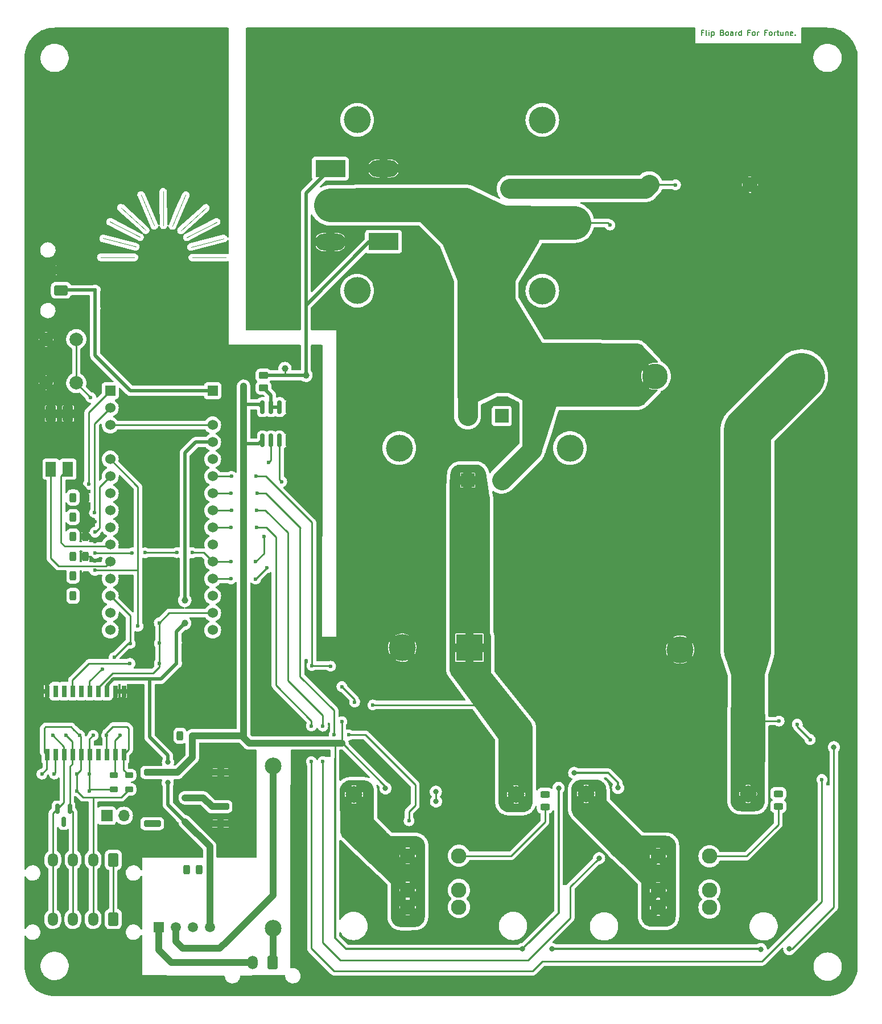
<source format=gbr>
%TF.GenerationSoftware,KiCad,Pcbnew,(6.0.1)*%
%TF.CreationDate,2022-06-06T22:12:22-07:00*%
%TF.ProjectId,MPPT,4d505054-2e6b-4696-9361-645f70636258,3.4.0*%
%TF.SameCoordinates,PX10b1ae8PY9b06478*%
%TF.FileFunction,Copper,L1,Top*%
%TF.FilePolarity,Positive*%
%FSLAX46Y46*%
G04 Gerber Fmt 4.6, Leading zero omitted, Abs format (unit mm)*
G04 Created by KiCad (PCBNEW (6.0.1)) date 2022-06-06 22:12:22*
%MOMM*%
%LPD*%
G01*
G04 APERTURE LIST*
G04 Aperture macros list*
%AMRoundRect*
0 Rectangle with rounded corners*
0 $1 Rounding radius*
0 $2 $3 $4 $5 $6 $7 $8 $9 X,Y pos of 4 corners*
0 Add a 4 corners polygon primitive as box body*
4,1,4,$2,$3,$4,$5,$6,$7,$8,$9,$2,$3,0*
0 Add four circle primitives for the rounded corners*
1,1,$1+$1,$2,$3*
1,1,$1+$1,$4,$5*
1,1,$1+$1,$6,$7*
1,1,$1+$1,$8,$9*
0 Add four rect primitives between the rounded corners*
20,1,$1+$1,$2,$3,$4,$5,0*
20,1,$1+$1,$4,$5,$6,$7,0*
20,1,$1+$1,$6,$7,$8,$9,0*
20,1,$1+$1,$8,$9,$2,$3,0*%
G04 Aperture macros list end*
%TA.AperFunction,NonConductor*%
%ADD10C,0.120000*%
%TD*%
%ADD11C,0.150000*%
%TA.AperFunction,NonConductor*%
%ADD12C,0.150000*%
%TD*%
%TA.AperFunction,ComponentPad*%
%ADD13R,1.530000X1.530000*%
%TD*%
%TA.AperFunction,ComponentPad*%
%ADD14C,1.530000*%
%TD*%
%TA.AperFunction,ComponentPad*%
%ADD15RoundRect,0.250001X0.759999X-0.499999X0.759999X0.499999X-0.759999X0.499999X-0.759999X-0.499999X0*%
%TD*%
%TA.AperFunction,ComponentPad*%
%ADD16O,2.020000X1.500000*%
%TD*%
%TA.AperFunction,ComponentPad*%
%ADD17C,2.286000*%
%TD*%
%TA.AperFunction,ComponentPad*%
%ADD18RoundRect,0.250001X0.499999X0.759999X-0.499999X0.759999X-0.499999X-0.759999X0.499999X-0.759999X0*%
%TD*%
%TA.AperFunction,ComponentPad*%
%ADD19O,1.500000X2.020000*%
%TD*%
%TA.AperFunction,ComponentPad*%
%ADD20C,2.000000*%
%TD*%
%TA.AperFunction,ComponentPad*%
%ADD21C,4.000000*%
%TD*%
%TA.AperFunction,SMDPad,CuDef*%
%ADD22RoundRect,0.150000X-0.150000X0.587500X-0.150000X-0.587500X0.150000X-0.587500X0.150000X0.587500X0*%
%TD*%
%TA.AperFunction,ComponentPad*%
%ADD23R,2.000000X2.000000*%
%TD*%
%TA.AperFunction,ComponentPad*%
%ADD24O,2.000000X2.000000*%
%TD*%
%TA.AperFunction,SMDPad,CuDef*%
%ADD25RoundRect,0.250000X0.450000X-0.262500X0.450000X0.262500X-0.450000X0.262500X-0.450000X-0.262500X0*%
%TD*%
%TA.AperFunction,ComponentPad*%
%ADD26C,2.500000*%
%TD*%
%TA.AperFunction,SMDPad,CuDef*%
%ADD27RoundRect,0.243750X0.243750X0.456250X-0.243750X0.456250X-0.243750X-0.456250X0.243750X-0.456250X0*%
%TD*%
%TA.AperFunction,SMDPad,CuDef*%
%ADD28R,0.650000X1.800000*%
%TD*%
%TA.AperFunction,SMDPad,CuDef*%
%ADD29RoundRect,0.218750X0.381250X-0.218750X0.381250X0.218750X-0.381250X0.218750X-0.381250X-0.218750X0*%
%TD*%
%TA.AperFunction,SMDPad,CuDef*%
%ADD30RoundRect,0.250000X-1.020000X0.250000X-1.020000X-0.250000X1.020000X-0.250000X1.020000X0.250000X0*%
%TD*%
%TA.AperFunction,ComponentPad*%
%ADD31R,1.700000X1.700000*%
%TD*%
%TA.AperFunction,ComponentPad*%
%ADD32O,1.700000X1.700000*%
%TD*%
%TA.AperFunction,SMDPad,CuDef*%
%ADD33RoundRect,0.243750X0.456250X-0.243750X0.456250X0.243750X-0.456250X0.243750X-0.456250X-0.243750X0*%
%TD*%
%TA.AperFunction,ComponentPad*%
%ADD34C,2.200000*%
%TD*%
%TA.AperFunction,ComponentPad*%
%ADD35R,4.000000X4.000000*%
%TD*%
%TA.AperFunction,SMDPad,CuDef*%
%ADD36R,1.520000X2.160000*%
%TD*%
%TA.AperFunction,SMDPad,CuDef*%
%ADD37RoundRect,0.243750X-0.243750X-0.456250X0.243750X-0.456250X0.243750X0.456250X-0.243750X0.456250X0*%
%TD*%
%TA.AperFunction,ComponentPad*%
%ADD38R,1.508000X1.508000*%
%TD*%
%TA.AperFunction,ComponentPad*%
%ADD39C,1.508000*%
%TD*%
%TA.AperFunction,ComponentPad*%
%ADD40R,4.500000X2.500000*%
%TD*%
%TA.AperFunction,ComponentPad*%
%ADD41O,4.500000X2.500000*%
%TD*%
%TA.AperFunction,ComponentPad*%
%ADD42C,3.800000*%
%TD*%
%TA.AperFunction,SMDPad,CuDef*%
%ADD43RoundRect,0.150000X0.150000X-0.825000X0.150000X0.825000X-0.150000X0.825000X-0.150000X-0.825000X0*%
%TD*%
%TA.AperFunction,ViaPad*%
%ADD44C,1.000000*%
%TD*%
%TA.AperFunction,ViaPad*%
%ADD45C,0.600000*%
%TD*%
%TA.AperFunction,ViaPad*%
%ADD46C,0.800000*%
%TD*%
%TA.AperFunction,Conductor*%
%ADD47C,0.250000*%
%TD*%
%TA.AperFunction,Conductor*%
%ADD48C,1.000000*%
%TD*%
%TA.AperFunction,Conductor*%
%ADD49C,0.500000*%
%TD*%
%TA.AperFunction,Conductor*%
%ADD50C,0.300000*%
%TD*%
%TA.AperFunction,Conductor*%
%ADD51C,3.000000*%
%TD*%
%TA.AperFunction,Conductor*%
%ADD52C,7.000000*%
%TD*%
%TA.AperFunction,Conductor*%
%ADD53C,5.000000*%
%TD*%
G04 APERTURE END LIST*
D10*
X40025000Y-47457786D02*
X42005000Y-42862786D01*
X29712500Y-49297786D02*
X34567500Y-50542786D01*
X32367500Y-44732786D02*
X36072500Y-48087786D01*
X30755000Y-46825286D02*
X35195000Y-49125286D01*
X42175000Y-49155286D02*
X46615000Y-46855286D01*
X42990000Y-52155286D02*
X48005000Y-52155286D01*
X29365000Y-52125286D02*
X34380000Y-52125286D01*
X38655000Y-42355286D02*
X38690000Y-47365286D01*
X42802500Y-50572786D02*
X47657500Y-49327786D01*
X41297500Y-48117786D02*
X45002500Y-44762786D01*
X35365000Y-42832786D02*
X37345000Y-47427786D01*
D11*
D12*
X119029285Y-18697857D02*
X118762619Y-18697857D01*
X118762619Y-19116904D02*
X118762619Y-18316904D01*
X119143571Y-18316904D01*
X119562619Y-19116904D02*
X119486428Y-19078809D01*
X119448333Y-19002619D01*
X119448333Y-18316904D01*
X119867380Y-19116904D02*
X119867380Y-18583571D01*
X119867380Y-18316904D02*
X119829285Y-18355000D01*
X119867380Y-18393095D01*
X119905476Y-18355000D01*
X119867380Y-18316904D01*
X119867380Y-18393095D01*
X120248333Y-18583571D02*
X120248333Y-19383571D01*
X120248333Y-18621666D02*
X120324523Y-18583571D01*
X120476904Y-18583571D01*
X120553095Y-18621666D01*
X120591190Y-18659761D01*
X120629285Y-18735952D01*
X120629285Y-18964523D01*
X120591190Y-19040714D01*
X120553095Y-19078809D01*
X120476904Y-19116904D01*
X120324523Y-19116904D01*
X120248333Y-19078809D01*
X121848333Y-18697857D02*
X121962619Y-18735952D01*
X122000714Y-18774047D01*
X122038809Y-18850238D01*
X122038809Y-18964523D01*
X122000714Y-19040714D01*
X121962619Y-19078809D01*
X121886428Y-19116904D01*
X121581666Y-19116904D01*
X121581666Y-18316904D01*
X121848333Y-18316904D01*
X121924523Y-18355000D01*
X121962619Y-18393095D01*
X122000714Y-18469285D01*
X122000714Y-18545476D01*
X121962619Y-18621666D01*
X121924523Y-18659761D01*
X121848333Y-18697857D01*
X121581666Y-18697857D01*
X122495952Y-19116904D02*
X122419761Y-19078809D01*
X122381666Y-19040714D01*
X122343571Y-18964523D01*
X122343571Y-18735952D01*
X122381666Y-18659761D01*
X122419761Y-18621666D01*
X122495952Y-18583571D01*
X122610238Y-18583571D01*
X122686428Y-18621666D01*
X122724523Y-18659761D01*
X122762619Y-18735952D01*
X122762619Y-18964523D01*
X122724523Y-19040714D01*
X122686428Y-19078809D01*
X122610238Y-19116904D01*
X122495952Y-19116904D01*
X123448333Y-19116904D02*
X123448333Y-18697857D01*
X123410238Y-18621666D01*
X123334047Y-18583571D01*
X123181666Y-18583571D01*
X123105476Y-18621666D01*
X123448333Y-19078809D02*
X123372142Y-19116904D01*
X123181666Y-19116904D01*
X123105476Y-19078809D01*
X123067380Y-19002619D01*
X123067380Y-18926428D01*
X123105476Y-18850238D01*
X123181666Y-18812142D01*
X123372142Y-18812142D01*
X123448333Y-18774047D01*
X123829285Y-19116904D02*
X123829285Y-18583571D01*
X123829285Y-18735952D02*
X123867380Y-18659761D01*
X123905476Y-18621666D01*
X123981666Y-18583571D01*
X124057857Y-18583571D01*
X124667380Y-19116904D02*
X124667380Y-18316904D01*
X124667380Y-19078809D02*
X124591190Y-19116904D01*
X124438809Y-19116904D01*
X124362619Y-19078809D01*
X124324523Y-19040714D01*
X124286428Y-18964523D01*
X124286428Y-18735952D01*
X124324523Y-18659761D01*
X124362619Y-18621666D01*
X124438809Y-18583571D01*
X124591190Y-18583571D01*
X124667380Y-18621666D01*
X125924523Y-18697857D02*
X125657857Y-18697857D01*
X125657857Y-19116904D02*
X125657857Y-18316904D01*
X126038809Y-18316904D01*
X126457857Y-19116904D02*
X126381666Y-19078809D01*
X126343571Y-19040714D01*
X126305476Y-18964523D01*
X126305476Y-18735952D01*
X126343571Y-18659761D01*
X126381666Y-18621666D01*
X126457857Y-18583571D01*
X126572142Y-18583571D01*
X126648333Y-18621666D01*
X126686428Y-18659761D01*
X126724523Y-18735952D01*
X126724523Y-18964523D01*
X126686428Y-19040714D01*
X126648333Y-19078809D01*
X126572142Y-19116904D01*
X126457857Y-19116904D01*
X127067380Y-19116904D02*
X127067380Y-18583571D01*
X127067380Y-18735952D02*
X127105476Y-18659761D01*
X127143571Y-18621666D01*
X127219761Y-18583571D01*
X127295952Y-18583571D01*
X128438809Y-18697857D02*
X128172142Y-18697857D01*
X128172142Y-19116904D02*
X128172142Y-18316904D01*
X128553095Y-18316904D01*
X128972142Y-19116904D02*
X128895952Y-19078809D01*
X128857857Y-19040714D01*
X128819761Y-18964523D01*
X128819761Y-18735952D01*
X128857857Y-18659761D01*
X128895952Y-18621666D01*
X128972142Y-18583571D01*
X129086428Y-18583571D01*
X129162619Y-18621666D01*
X129200714Y-18659761D01*
X129238809Y-18735952D01*
X129238809Y-18964523D01*
X129200714Y-19040714D01*
X129162619Y-19078809D01*
X129086428Y-19116904D01*
X128972142Y-19116904D01*
X129581666Y-19116904D02*
X129581666Y-18583571D01*
X129581666Y-18735952D02*
X129619761Y-18659761D01*
X129657857Y-18621666D01*
X129734047Y-18583571D01*
X129810238Y-18583571D01*
X129962619Y-18583571D02*
X130267380Y-18583571D01*
X130076904Y-18316904D02*
X130076904Y-19002619D01*
X130115000Y-19078809D01*
X130191190Y-19116904D01*
X130267380Y-19116904D01*
X130876904Y-18583571D02*
X130876904Y-19116904D01*
X130534047Y-18583571D02*
X130534047Y-19002619D01*
X130572142Y-19078809D01*
X130648333Y-19116904D01*
X130762619Y-19116904D01*
X130838809Y-19078809D01*
X130876904Y-19040714D01*
X131257857Y-18583571D02*
X131257857Y-19116904D01*
X131257857Y-18659761D02*
X131295952Y-18621666D01*
X131372142Y-18583571D01*
X131486428Y-18583571D01*
X131562619Y-18621666D01*
X131600714Y-18697857D01*
X131600714Y-19116904D01*
X132286428Y-19078809D02*
X132210238Y-19116904D01*
X132057857Y-19116904D01*
X131981666Y-19078809D01*
X131943571Y-19002619D01*
X131943571Y-18697857D01*
X131981666Y-18621666D01*
X132057857Y-18583571D01*
X132210238Y-18583571D01*
X132286428Y-18621666D01*
X132324523Y-18697857D01*
X132324523Y-18774047D01*
X131943571Y-18850238D01*
X132667380Y-19040714D02*
X132705476Y-19078809D01*
X132667380Y-19116904D01*
X132629285Y-19078809D01*
X132667380Y-19040714D01*
X132667380Y-19116904D01*
D13*
%TO.P,U101,1,D1*%
%TO.N,/HEARTBEAT*%
X30775000Y-71965000D03*
D14*
%TO.P,U101,2,D0*%
%TO.N,/TRACKING*%
X30775000Y-74505000D03*
%TO.P,U101,3,RST*%
%TO.N,/RESET*%
X30775000Y-77045000D03*
%TO.P,U101,4,GND*%
%TO.N,GND*%
X30775000Y-79585000D03*
%TO.P,U101,5,D2*%
%TO.N,/CAN_TX*%
X30775000Y-82125000D03*
%TO.P,U101,6,D3*%
%TO.N,/ERROR*%
X30775000Y-84665000D03*
%TO.P,U101,7,D4*%
%TO.N,unconnected-(U101-Pad7)*%
X30775000Y-87205000D03*
%TO.P,U101,8,D5*%
%TO.N,unconnected-(U101-Pad8)*%
X30775000Y-89745000D03*
%TO.P,U101,9,D6*%
%TO.N,unconnected-(U101-Pad9)*%
X30775000Y-92285000D03*
%TO.P,U101,10,D7*%
%TO.N,Net-(SW102-Pad4)*%
X30775000Y-94825000D03*
%TO.P,U101,11,D8*%
%TO.N,Net-(SW102-Pad3)*%
X30775000Y-97365000D03*
%TO.P,U101,12,D9*%
%TO.N,unconnected-(U101-Pad12)*%
X30775000Y-99905000D03*
%TO.P,U101,13,D10*%
%TO.N,/CAN_RX*%
X30775000Y-102445000D03*
%TO.P,U101,14,D11*%
%TO.N,unconnected-(U101-Pad14)*%
X30775000Y-104985000D03*
%TO.P,U101,15,D12*%
%TO.N,unconnected-(U101-Pad15)*%
X30775000Y-107525000D03*
%TO.P,U101,16,D13*%
%TO.N,unconnected-(U101-Pad16)*%
X46015000Y-107525000D03*
%TO.P,U101,17,+3V3*%
%TO.N,+3V3*%
X46015000Y-104985000D03*
%TO.P,U101,18,AREF*%
%TO.N,unconnected-(U101-Pad18)*%
X46015000Y-102445000D03*
%TO.P,U101,19,A0*%
%TO.N,/PWM_EN*%
X46015000Y-99905000D03*
%TO.P,U101,20,A1*%
%TO.N,/PWM*%
X46015000Y-97365000D03*
%TO.P,U101,21,A2*%
%TO.N,unconnected-(U101-Pad21)*%
X46015000Y-94825000D03*
%TO.P,U101,22,A3*%
%TO.N,/ARRAY_VOLTAGE*%
X46015000Y-92285000D03*
%TO.P,U101,23,A4*%
%TO.N,/ARRAY_CURRENT*%
X46015000Y-89745000D03*
%TO.P,U101,24,A5*%
%TO.N,/BATTERY_CURRENT*%
X46015000Y-87205000D03*
%TO.P,U101,25,A6*%
%TO.N,/BATTERY_VOLTAGE*%
X46015000Y-84665000D03*
%TO.P,U101,26,A7*%
%TO.N,unconnected-(U101-Pad26)*%
X46015000Y-82125000D03*
%TO.P,U101,27,+5V*%
%TO.N,+5V*%
X46015000Y-79585000D03*
%TO.P,U101,28,RST*%
%TO.N,/RESET*%
X46015000Y-77045000D03*
%TO.P,U101,29,GND*%
%TO.N,GND*%
X46015000Y-74505000D03*
D13*
%TO.P,U101,30,VIN*%
%TO.N,+9V*%
X46015000Y-71965000D03*
%TD*%
D15*
%TO.P,J101,1,Pin_1*%
%TO.N,+9V*%
X23455000Y-57020000D03*
D16*
%TO.P,J101,2,Pin_2*%
%TO.N,GND*%
X23455000Y-54020000D03*
%TD*%
D17*
%TO.P,J401,1,+*%
%TO.N,Net-(F401-Pad2)*%
X112315000Y-148780000D03*
X112315000Y-146240000D03*
X112315000Y-141160000D03*
%TO.P,J401,2,-*%
%TO.N,/-ARR*%
X119935000Y-148780000D03*
X119935000Y-141160000D03*
X119935000Y-146240000D03*
%TD*%
D18*
%TO.P,J602,1,5V*%
%TO.N,Net-(C606-Pad1)*%
X31235000Y-141680000D03*
D19*
%TO.P,J602,2,GND*%
%TO.N,Net-(C606-Pad2)*%
X28235000Y-141680000D03*
%TO.P,J602,3,CAN_H*%
%TO.N,Net-(J601-Pad3)*%
X25235000Y-141680000D03*
%TO.P,J602,4,CAN_L*%
%TO.N,Net-(J601-Pad4)*%
X22235000Y-141680000D03*
%TD*%
D20*
%TO.P,SW101,1,1*%
%TO.N,GND*%
X21220000Y-64300000D03*
X21220000Y-70800000D03*
%TO.P,SW101,2,2*%
%TO.N,/RESET*%
X25720000Y-70800000D03*
X25720000Y-64300000D03*
%TD*%
D21*
%TO.P,HS403,1*%
%TO.N,N/C*%
X73785000Y-80475000D03*
X99185000Y-80475000D03*
%TD*%
D22*
%TO.P,U602,1,CAN_H*%
%TO.N,Net-(J601-Pad3)*%
X24790000Y-134127500D03*
%TO.P,U602,2,CAN_L*%
%TO.N,Net-(J601-Pad4)*%
X22890000Y-134127500D03*
%TO.P,U602,3,GND*%
%TO.N,Net-(C606-Pad2)*%
X23840000Y-136002500D03*
%TD*%
D23*
%TO.P,D403,1,K*%
%TO.N,/+BATT*%
X89030000Y-75710000D03*
D24*
%TO.P,D403,2,A*%
%TO.N,Net-(D402-Pad2)*%
X83950000Y-75710000D03*
%TD*%
D18*
%TO.P,J601,1,5V*%
%TO.N,Net-(C606-Pad1)*%
X31230000Y-150480000D03*
D19*
%TO.P,J601,2,GND*%
%TO.N,Net-(C606-Pad2)*%
X28230000Y-150480000D03*
%TO.P,J601,3,CAN_H*%
%TO.N,Net-(J601-Pad3)*%
X25230000Y-150480000D03*
%TO.P,J601,4,CAN_L*%
%TO.N,Net-(J601-Pad4)*%
X22230000Y-150480000D03*
%TD*%
D25*
%TO.P,R301,1*%
%TO.N,Net-(R301-Pad1)*%
X53580000Y-71500000D03*
%TO.P,R301,2*%
%TO.N,/DRIVE_PWM*%
X53580000Y-69675000D03*
%TD*%
D26*
%TO.P,F201,1*%
%TO.N,+12V*%
X54992500Y-127750000D03*
%TO.P,F201,2*%
%TO.N,Net-(F201-Pad2)*%
X54992500Y-151850000D03*
%TD*%
D23*
%TO.P,D404,1,K*%
%TO.N,/+BATT*%
X83950000Y-85255000D03*
D24*
%TO.P,D404,2,A*%
%TO.N,Net-(D402-Pad2)*%
X89030000Y-85255000D03*
%TD*%
D26*
%TO.P,F402,1*%
%TO.N,Net-(F402-Pad1)*%
X67045000Y-131955000D03*
%TO.P,F402,2*%
%TO.N,/+BATT*%
X91145000Y-131955000D03*
%TD*%
D21*
%TO.P,HS402,1*%
%TO.N,N/C*%
X95065000Y-57090000D03*
X95065000Y-31690000D03*
%TD*%
D18*
%TO.P,J201,1,+12V*%
%TO.N,Net-(F201-Pad2)*%
X54955000Y-156960000D03*
D19*
%TO.P,J201,2,GND*%
%TO.N,GNDPWR*%
X51955000Y-156960000D03*
%TD*%
D23*
%TO.P,R403,1*%
%TO.N,Net-(D402-Pad2)*%
X99800000Y-46985000D03*
D24*
%TO.P,R403,2*%
%TO.N,Net-(C401-Pad1)*%
X99800000Y-41905000D03*
%TD*%
D27*
%TO.P,LED701,1,K*%
%TO.N,GND*%
X27127500Y-87835000D03*
%TO.P,LED701,2,A*%
%TO.N,Net-(LED701-Pad2)*%
X25252500Y-87835000D03*
%TD*%
%TO.P,LED706,2,A*%
%TO.N,Net-(LED706-Pad2)*%
X25225000Y-93610000D03*
%TO.P,LED706,1,K*%
%TO.N,GND*%
X27100000Y-93610000D03*
%TD*%
D28*
%TO.P,U601,1,GND_In*%
%TO.N,GND*%
X32790000Y-116617500D03*
%TO.P,U601,2,GND_In*%
X31520000Y-116617500D03*
%TO.P,U601,3,V_In*%
%TO.N,+5V*%
X30250000Y-116617500D03*
%TO.P,U601,4,V_IO*%
%TO.N,+3V3*%
X28980000Y-116617500D03*
%TO.P,U601,5,RX*%
%TO.N,/CAN_RX*%
X27710000Y-116617500D03*
%TO.P,U601,6,SILENT*%
%TO.N,unconnected-(U601-Pad6)*%
X26440000Y-116617500D03*
%TO.P,U601,7,TX*%
%TO.N,/CAN_TX*%
X25170000Y-116617500D03*
%TO.P,U601,8,STDBY*%
%TO.N,unconnected-(U601-Pad8)*%
X23900000Y-116617500D03*
%TO.P,U601,9,AUX_In*%
%TO.N,unconnected-(U601-Pad9)*%
X22630000Y-116617500D03*
%TO.P,U601,10,GND_In*%
%TO.N,GND*%
X21360000Y-116617500D03*
%TO.P,U601,11,GND_ISO_In*%
%TO.N,Net-(C606-Pad2)*%
X21360000Y-126067500D03*
%TO.P,U601,12,RS*%
%TO.N,Net-(R601-Pad1)*%
X22630000Y-126067500D03*
%TO.P,U601,13,CAN_L*%
%TO.N,Net-(J601-Pad4)*%
X23900000Y-126067500D03*
%TO.P,U601,14,CAN_H*%
%TO.N,Net-(J601-Pad3)*%
X25170000Y-126067500D03*
%TO.P,U601,15,GND_ISO_In*%
%TO.N,Net-(C606-Pad2)*%
X26440000Y-126067500D03*
%TO.P,U601,16,V_ISO_In*%
%TO.N,Net-(C606-Pad1)*%
X27710000Y-126067500D03*
%TO.P,U601,17,AUX_Out*%
%TO.N,unconnected-(U601-Pad17)*%
X28980000Y-126067500D03*
%TO.P,U601,18,GND_ISO_Out*%
%TO.N,Net-(C605-Pad2)*%
X30250000Y-126067500D03*
%TO.P,U601,19,V_ISO_Out*%
%TO.N,Net-(C605-Pad1)*%
X31520000Y-126067500D03*
%TO.P,U601,20,GND_ISO_Out*%
%TO.N,Net-(C605-Pad2)*%
X32790000Y-126067500D03*
%TD*%
D29*
%TO.P,L602,1*%
%TO.N,Net-(C606-Pad2)*%
X33555000Y-131222500D03*
%TO.P,L602,2*%
%TO.N,Net-(C605-Pad2)*%
X33555000Y-129097500D03*
%TD*%
D27*
%TO.P,LED705,1,K*%
%TO.N,GND*%
X27112500Y-102440000D03*
%TO.P,LED705,2,A*%
%TO.N,Net-(LED705-Pad2)*%
X25237500Y-102440000D03*
%TD*%
D29*
%TO.P,L601,1*%
%TO.N,Net-(C606-Pad1)*%
X31330000Y-131237500D03*
%TO.P,L601,2*%
%TO.N,Net-(C605-Pad1)*%
X31330000Y-129112500D03*
%TD*%
D27*
%TO.P,LED703,1,K*%
%TO.N,GND*%
X27112500Y-96565000D03*
%TO.P,LED703,2,A*%
%TO.N,Net-(LED703-Pad2)*%
X25237500Y-96565000D03*
%TD*%
D30*
%TO.P,U202,1,GNDin*%
%TO.N,GND*%
X47185000Y-136325000D03*
%TO.P,U202,2,Vin*%
%TO.N,Net-(C204-Pad1)*%
X47185000Y-133785000D03*
%TO.P,U202,4,GNDout*%
%TO.N,GND*%
X47185000Y-128705000D03*
%TO.P,U202,5,Vout*%
%TO.N,+9VA*%
X37025000Y-128705000D03*
%TO.P,U202,8,NC*%
%TO.N,unconnected-(U202-Pad8)*%
X37025000Y-136325000D03*
%TD*%
D21*
%TO.P,HS401,1*%
%TO.N,N/C*%
X67530000Y-57085000D03*
X67530000Y-31685000D03*
%TD*%
D31*
%TO.P,JP601,1,A*%
%TO.N,Net-(JP601-Pad1)*%
X30265000Y-135132500D03*
D32*
%TO.P,JP601,2,B*%
%TO.N,Net-(JP601-Pad2)*%
X32805000Y-135132500D03*
%TD*%
D33*
%TO.P,LED401,1,K*%
%TO.N,/-ARR*%
X130180000Y-133732500D03*
%TO.P,LED401,2,A*%
%TO.N,Net-(LED401-Pad2)*%
X130180000Y-131857500D03*
%TD*%
D34*
%TO.P,C401,1*%
%TO.N,Net-(C401-Pad1)*%
X110975000Y-41325000D03*
%TO.P,C401,2*%
%TO.N,GND*%
X125975000Y-41325000D03*
%TD*%
D35*
%TO.P,CP401,1*%
%TO.N,/+ARR*%
X125570000Y-110435000D03*
D21*
%TO.P,CP401,2*%
%TO.N,GND*%
X115570000Y-110435000D03*
%TD*%
D36*
%TO.P,SW102,1*%
%TO.N,GND*%
X24490000Y-75355000D03*
%TO.P,SW102,2*%
X21950000Y-75355000D03*
%TO.P,SW102,3*%
%TO.N,Net-(SW102-Pad3)*%
X21950000Y-83615000D03*
%TO.P,SW102,4*%
%TO.N,Net-(SW102-Pad4)*%
X24490000Y-83615000D03*
%TD*%
D27*
%TO.P,LED704,2,A*%
%TO.N,Net-(LED704-Pad2)*%
X25242500Y-99445000D03*
%TO.P,LED704,1,K*%
%TO.N,GND*%
X27117500Y-99445000D03*
%TD*%
D37*
%TO.P,LED201,1,K*%
%TO.N,GND*%
X42175000Y-143185000D03*
%TO.P,LED201,2,A*%
%TO.N,Net-(LED201-Pad2)*%
X44050000Y-143185000D03*
%TD*%
D38*
%TO.P,U201,1,-VIN*%
%TO.N,GNDPWR*%
X37962500Y-151735000D03*
D39*
%TO.P,U201,2,+VIN*%
%TO.N,+12V*%
X40502500Y-151735000D03*
%TO.P,U201,3,-VOUT*%
%TO.N,GND*%
X43042500Y-151735000D03*
%TO.P,U201,4,+VOUT*%
%TO.N,+5V*%
X45582500Y-151735000D03*
%TD*%
D37*
%TO.P,LED202,1,K*%
%TO.N,GND*%
X39287500Y-123235000D03*
%TO.P,LED202,2,A*%
%TO.N,Net-(LED202-Pad2)*%
X41162500Y-123235000D03*
%TD*%
D40*
%TO.P,Q401,1,G*%
%TO.N,/DRIVE_PWM*%
X63525000Y-38930000D03*
D41*
%TO.P,Q401,2,D*%
%TO.N,Net-(D402-Pad2)*%
X63525000Y-44380000D03*
%TO.P,Q401,3,S*%
%TO.N,GND*%
X63525000Y-49830000D03*
%TD*%
D17*
%TO.P,J402,1,+*%
%TO.N,Net-(F402-Pad1)*%
X75035000Y-146175000D03*
X75035000Y-148715000D03*
X75035000Y-141095000D03*
%TO.P,J402,2,-*%
%TO.N,/-BATT*%
X82655000Y-141095000D03*
X82655000Y-148715000D03*
X82655000Y-146175000D03*
%TD*%
D23*
%TO.P,D402,1,K*%
%TO.N,Net-(C401-Pad1)*%
X90270000Y-41905000D03*
D24*
%TO.P,D402,2,A*%
%TO.N,Net-(D402-Pad2)*%
X90270000Y-46985000D03*
%TD*%
D40*
%TO.P,Q402,1,G*%
%TO.N,/DRIVE_PWM*%
X71435000Y-49800000D03*
D41*
%TO.P,Q402,2,D*%
%TO.N,Net-(D402-Pad2)*%
X71435000Y-44350000D03*
%TO.P,Q402,3,S*%
%TO.N,GND*%
X71435000Y-38900000D03*
%TD*%
D42*
%TO.P,L401,1,1*%
%TO.N,/+ARR*%
X133590000Y-69795000D03*
%TO.P,L401,2,2*%
%TO.N,Net-(D402-Pad2)*%
X111790000Y-69795000D03*
%TD*%
D33*
%TO.P,LED402,1,K*%
%TO.N,/-BATT*%
X95455000Y-133815000D03*
%TO.P,LED402,2,A*%
%TO.N,Net-(LED402-Pad2)*%
X95455000Y-131940000D03*
%TD*%
D26*
%TO.P,F401,1*%
%TO.N,/+ARR*%
X125670000Y-131874000D03*
%TO.P,F401,2*%
%TO.N,Net-(F401-Pad2)*%
X101570000Y-131874000D03*
%TD*%
D43*
%TO.P,U301,1,VDD*%
%TO.N,+9VA*%
X53425000Y-79345000D03*
%TO.P,U301,2,IN*%
%TO.N,/PWM*%
X54695000Y-79345000D03*
%TO.P,U301,3,ENBL*%
%TO.N,/PWM_EN*%
X55965000Y-79345000D03*
%TO.P,U301,4,AGND*%
%TO.N,GND*%
X57235000Y-79345000D03*
%TO.P,U301,5,PGND*%
X57235000Y-74395000D03*
%TO.P,U301,6,OUT*%
%TO.N,Net-(R301-Pad1)*%
X55965000Y-74395000D03*
%TO.P,U301,7,OUT*%
X54695000Y-74395000D03*
%TO.P,U301,8,VDD*%
%TO.N,+9VA*%
X53425000Y-74395000D03*
%TD*%
D27*
%TO.P,LED702,1,K*%
%TO.N,GND*%
X27117500Y-90730000D03*
%TO.P,LED702,2,A*%
%TO.N,Net-(LED702-Pad2)*%
X25242500Y-90730000D03*
%TD*%
D35*
%TO.P,CP402,1*%
%TO.N,/+BATT*%
X84225000Y-110145000D03*
D21*
%TO.P,CP402,2*%
%TO.N,GND*%
X74225000Y-110145000D03*
%TD*%
D44*
%TO.N,GND*%
X57850000Y-82610000D03*
D45*
%TO.N,/PWM*%
X54350000Y-82610000D03*
%TO.N,/CAN_TX*%
X34905000Y-106955000D03*
D44*
%TO.N,GND*%
X117560000Y-60110000D03*
X53155000Y-121840000D03*
X20060000Y-75110000D03*
X117560000Y-37610000D03*
X117560000Y-97610000D03*
D45*
X28500000Y-91415000D03*
D44*
X64975000Y-160005000D03*
X72560000Y-30110000D03*
X132560000Y-135110000D03*
X38430000Y-85645000D03*
X58825000Y-146365000D03*
X132560000Y-105110000D03*
X35060000Y-120110000D03*
X53180000Y-101110000D03*
X110060000Y-105110000D03*
X95060000Y-112610000D03*
X35060000Y-67610000D03*
X125060000Y-150110000D03*
X140060000Y-135110000D03*
X27560000Y-52610000D03*
X87475000Y-160005000D03*
X113910000Y-129980000D03*
X117560000Y-90110000D03*
X65060000Y-67610000D03*
X140060000Y-150110000D03*
X111910000Y-129980000D03*
X72335000Y-124495000D03*
X20060000Y-90110000D03*
X20000000Y-137120000D03*
X104135000Y-146285000D03*
X35130000Y-55780000D03*
X73705000Y-125850000D03*
X65060000Y-75110000D03*
X110060000Y-90110000D03*
X72560000Y-90110000D03*
X42475000Y-160005000D03*
X20060000Y-37610000D03*
X132560000Y-97610000D03*
X72560000Y-105110000D03*
X140060000Y-37610000D03*
X102495000Y-52010000D03*
X117560000Y-120110000D03*
X140060000Y-97610000D03*
X80060000Y-112610000D03*
X75045000Y-127180000D03*
X36160000Y-112550000D03*
X87560000Y-22610000D03*
X132560000Y-30110000D03*
X133135000Y-126995000D03*
X140060000Y-82610000D03*
X20060000Y-97610000D03*
X29955000Y-157070000D03*
X109910000Y-129980000D03*
X102560000Y-60110000D03*
X27560000Y-22610000D03*
X99740000Y-140095000D03*
X71920000Y-122280000D03*
X50060000Y-67610000D03*
X72475000Y-160005000D03*
X125060000Y-142610000D03*
X117560000Y-75110000D03*
X124610000Y-136625000D03*
X110060000Y-52610000D03*
X43755000Y-101130000D03*
X80060000Y-30110000D03*
X125060000Y-30110000D03*
X80060000Y-82610000D03*
X42560000Y-22610000D03*
X37215000Y-139195000D03*
X80060000Y-75110000D03*
X72560000Y-97610000D03*
X42560000Y-75110000D03*
X80060000Y-67610000D03*
X20060000Y-120110000D03*
X68195000Y-146385000D03*
X38415000Y-100405000D03*
X27560000Y-105110000D03*
X124975000Y-160005000D03*
X110060000Y-22610000D03*
X102560000Y-37610000D03*
D45*
X42175000Y-143185000D03*
D44*
X102475000Y-160005000D03*
X132560000Y-52610000D03*
X102560000Y-30110000D03*
X76435000Y-128560000D03*
X140060000Y-45110000D03*
X125060000Y-37610000D03*
X109975000Y-160005000D03*
X72560000Y-67610000D03*
X117560000Y-45110000D03*
X53155000Y-114340000D03*
X125060000Y-67610000D03*
X132560000Y-82610000D03*
X117475000Y-160005000D03*
X42560000Y-67610000D03*
X140060000Y-120110000D03*
X110060000Y-30110000D03*
X71985000Y-113135000D03*
X88845000Y-136685000D03*
X125060000Y-45110000D03*
X35060000Y-75110000D03*
X58825000Y-153865000D03*
X121375000Y-130555000D03*
X79975000Y-160005000D03*
X95880000Y-130020000D03*
X117560000Y-22610000D03*
X80060000Y-90110000D03*
X27560000Y-45110000D03*
X71940000Y-117435000D03*
X79035000Y-152980000D03*
X57560000Y-45110000D03*
X117560000Y-67610000D03*
X20060000Y-105110000D03*
X33190000Y-90770000D03*
X102560000Y-90110000D03*
X38430000Y-93145000D03*
X71935000Y-119925000D03*
X95060000Y-90110000D03*
X110060000Y-82610000D03*
X110060000Y-45110000D03*
X65060000Y-112610000D03*
X117560000Y-30110000D03*
X125060000Y-60110000D03*
X27560000Y-120110000D03*
X53155000Y-106840000D03*
X140060000Y-67610000D03*
X57560000Y-52610000D03*
X66615000Y-128150000D03*
X140060000Y-127610000D03*
D45*
X28515000Y-103920000D03*
D44*
X65060000Y-90110000D03*
X132560000Y-22610000D03*
X65060000Y-105110000D03*
X80060000Y-120110000D03*
D45*
X21345000Y-118745000D03*
D44*
X42560000Y-120110000D03*
X94975000Y-160005000D03*
X132560000Y-60110000D03*
X80060000Y-37610000D03*
D45*
X28515000Y-99870000D03*
X24510000Y-77640000D03*
D44*
X72560000Y-75110000D03*
X80060000Y-97610000D03*
D45*
X28525000Y-94405000D03*
D44*
X132560000Y-90110000D03*
X57560000Y-22610000D03*
X57560000Y-30110000D03*
X20060000Y-112610000D03*
D45*
X31530000Y-118757500D03*
D44*
X140060000Y-112610000D03*
X103030000Y-127245000D03*
X57245000Y-76820000D03*
X80060000Y-22610000D03*
X110060000Y-112610000D03*
X95260000Y-142585000D03*
X86770000Y-130675000D03*
D46*
X39300000Y-123245000D03*
D44*
X77090000Y-51805000D03*
X42560000Y-112610000D03*
X43725000Y-83885000D03*
X50395000Y-135110000D03*
X132475000Y-160005000D03*
X43725000Y-91385000D03*
X102560000Y-112610000D03*
X77775000Y-129890000D03*
X110060000Y-37610000D03*
X34975000Y-160005000D03*
X87560000Y-30110000D03*
X95285000Y-149120000D03*
X102560000Y-22610000D03*
X87560000Y-142610000D03*
X65060000Y-60110000D03*
X87560000Y-150110000D03*
X102560000Y-105110000D03*
D45*
X21975000Y-77640000D03*
D44*
X97210000Y-128680000D03*
X110060000Y-97610000D03*
X110060000Y-120110000D03*
X80060000Y-60110000D03*
X42560000Y-30110000D03*
X56060000Y-120055000D03*
X95060000Y-105110000D03*
X71940000Y-115435000D03*
X117560000Y-82610000D03*
X71230000Y-127945000D03*
X140060000Y-75110000D03*
X36545000Y-80370000D03*
X20060000Y-82610000D03*
X80060000Y-105110000D03*
X102560000Y-82610000D03*
X72560000Y-60110000D03*
X106755000Y-128625000D03*
X87560000Y-37610000D03*
X140060000Y-142610000D03*
X132560000Y-45110000D03*
X58825000Y-138865000D03*
X57590000Y-38590000D03*
X140060000Y-105110000D03*
X72560000Y-22610000D03*
X58825000Y-131365000D03*
X132560000Y-142610000D03*
X140060000Y-60110000D03*
X98590000Y-127310000D03*
D45*
X26485000Y-85860000D03*
X32765000Y-118787500D03*
D44*
X42560000Y-37610000D03*
X132560000Y-112610000D03*
X33200000Y-101225000D03*
D45*
X28505000Y-97235000D03*
D44*
X65060000Y-82610000D03*
X102560000Y-120110000D03*
X125060000Y-22610000D03*
X125060000Y-52610000D03*
X35060000Y-22610000D03*
X65060000Y-97610000D03*
X117560000Y-127610000D03*
X105385000Y-127245000D03*
X95060000Y-22610000D03*
X117560000Y-52610000D03*
X117560000Y-105110000D03*
X116380000Y-152730000D03*
X110060000Y-60110000D03*
X133000000Y-118680000D03*
X140060000Y-30110000D03*
X20060000Y-45110000D03*
X140060000Y-90110000D03*
X65060000Y-22610000D03*
X57560000Y-60110000D03*
X132560000Y-37610000D03*
X140060000Y-52610000D03*
X95060000Y-97610000D03*
X132555000Y-148950000D03*
X102560000Y-97610000D03*
X47180000Y-130990000D03*
X20060000Y-30110000D03*
X95060000Y-120110000D03*
X47170000Y-126770000D03*
X47180000Y-136315000D03*
X100895000Y-127230000D03*
X108095000Y-129955000D03*
X42630000Y-55780000D03*
D45*
%TO.N,+9V*%
X28535000Y-56995000D03*
X28535000Y-59750000D03*
D44*
%TO.N,Net-(C204-Pad1)*%
X41925000Y-132455000D03*
D46*
%TO.N,+9VA*%
X99810597Y-128766902D03*
X138440000Y-124950000D03*
D44*
X50630000Y-79830000D03*
X50610000Y-73965000D03*
D46*
X131815000Y-154950000D03*
D45*
X65245000Y-121140000D03*
D46*
X71720000Y-131059000D03*
X42990000Y-123235000D03*
X127570000Y-154970000D03*
X92095000Y-154940000D03*
X97480000Y-131015000D03*
D45*
X50625000Y-71295000D03*
D46*
X106335000Y-130992500D03*
X42985000Y-126475000D03*
X96490000Y-154935000D03*
D45*
%TO.N,Net-(C401-Pad1)*%
X114880000Y-41345000D03*
D46*
%TO.N,+5V*%
X39360000Y-127190000D03*
D45*
X40640000Y-109425000D03*
X45582500Y-145802500D03*
D44*
X41925000Y-136055000D03*
X41855000Y-106515000D03*
D45*
X45582500Y-143222500D03*
X40645000Y-112465000D03*
X45582500Y-148737500D03*
D46*
X39330000Y-130220000D03*
D44*
X41860000Y-103115000D03*
D45*
%TO.N,+3V3*%
X38080000Y-106455000D03*
X38085000Y-112485000D03*
X38090000Y-109465000D03*
%TO.N,/ARRAY_VOLTAGE*%
X134920000Y-123807500D03*
X133005000Y-121535000D03*
X48780000Y-92255000D03*
X60705000Y-121800000D03*
X52525000Y-92255000D03*
X60705000Y-127095000D03*
X136665000Y-129745000D03*
%TO.N,/BATTERY_VOLTAGE*%
X65245000Y-115939882D03*
X67145000Y-118230000D03*
X48805000Y-84670000D03*
X60790000Y-112805000D03*
X63565000Y-112908882D03*
X52505000Y-84665000D03*
D46*
%TO.N,/ARRAY_CURRENT*%
X103517500Y-141452500D03*
D45*
X52560000Y-89725000D03*
X48800000Y-89700000D03*
X62395000Y-121815000D03*
X62415000Y-127095000D03*
%TO.N,/BATTERY_CURRENT*%
X75235000Y-135879000D03*
X52605000Y-87185000D03*
X64095000Y-123080000D03*
X66255000Y-123095000D03*
X48775000Y-87185000D03*
D44*
%TO.N,/DRIVE_PWM*%
X59885000Y-69650000D03*
X56760000Y-68665000D03*
D45*
X53580000Y-69675000D03*
%TO.N,/PWM*%
X28530000Y-96105000D03*
X42970000Y-96025000D03*
X48785000Y-97350000D03*
X52415000Y-97365000D03*
X35960000Y-96030000D03*
X40685000Y-96005000D03*
X34040000Y-96065000D03*
X53625000Y-93585000D03*
%TO.N,Net-(C605-Pad1)*%
X31315000Y-129112500D03*
X32255000Y-123182500D03*
%TO.N,Net-(C605-Pad2)*%
X30245000Y-123182500D03*
X33555000Y-129097500D03*
%TO.N,Net-(LED201-Pad2)*%
X44050000Y-143185000D03*
%TO.N,Net-(LED202-Pad2)*%
X41142500Y-123235000D03*
%TO.N,Net-(LED401-Pad2)*%
X130170000Y-131877500D03*
%TO.N,Net-(LED402-Pad2)*%
X95465000Y-131962500D03*
%TO.N,Net-(LED701-Pad2)*%
X25272500Y-87820000D03*
%TO.N,Net-(LED702-Pad2)*%
X25272500Y-90730000D03*
%TO.N,Net-(LED703-Pad2)*%
X25270000Y-96560000D03*
%TO.N,Net-(LED705-Pad2)*%
X25237500Y-102440000D03*
%TO.N,Net-(LED704-Pad2)*%
X25272500Y-99450000D03*
%TO.N,/TRACKING*%
X28450000Y-90070000D03*
%TO.N,/CAN_TX*%
X33715000Y-112490000D03*
X28490000Y-98650000D03*
%TO.N,/CAN_RX*%
X29575000Y-113325000D03*
X31360000Y-111590000D03*
X33745000Y-109510000D03*
%TO.N,/RESET*%
X27875000Y-72955000D03*
%TO.N,Net-(C606-Pad1)*%
X28235000Y-123177500D03*
X27690000Y-128937500D03*
X27690000Y-131427500D03*
X31330000Y-131237500D03*
%TO.N,Net-(C606-Pad2)*%
X25790000Y-128937500D03*
X33555000Y-131222500D03*
X26225000Y-123182500D03*
X25790000Y-131427500D03*
X20617500Y-128927500D03*
X23840000Y-136002500D03*
%TO.N,/+ARR*%
X130300000Y-121055000D03*
D46*
X127445000Y-121060000D03*
D45*
%TO.N,/+BATT*%
X69865000Y-118667500D03*
D46*
%TO.N,/-BATT*%
X79245000Y-133008500D03*
X79220000Y-131559500D03*
D45*
%TO.N,Net-(J601-Pad3)*%
X24790000Y-134127500D03*
X24225000Y-123182500D03*
%TO.N,Net-(J601-Pad4)*%
X22890000Y-134127500D03*
X22230000Y-123182500D03*
%TO.N,Net-(D402-Pad2)*%
X105130000Y-47320000D03*
%TO.N,/ERROR*%
X28525000Y-92970000D03*
%TO.N,Net-(R601-Pad1)*%
X22442500Y-128927500D03*
%TO.N,/HEARTBEAT*%
X27560000Y-85835000D03*
%TO.N,/PWM_EN*%
X52410000Y-99950000D03*
X56300000Y-85460000D03*
X48750000Y-99910000D03*
X54070000Y-98290000D03*
%TO.N,Net-(LED706-Pad2)*%
X25245000Y-93605000D03*
%TD*%
D47*
%TO.N,GND*%
X57235000Y-79345000D02*
X57235000Y-81995000D01*
X57235000Y-81995000D02*
X57850000Y-82610000D01*
%TO.N,/PWM*%
X54695000Y-82265000D02*
X54350000Y-82610000D01*
X54695000Y-79345000D02*
X54695000Y-82265000D01*
%TO.N,/CAN_RX*%
X33440000Y-109510000D02*
X33745000Y-109510000D01*
X31360000Y-111590000D02*
X33440000Y-109510000D01*
%TO.N,/CAN_TX*%
X34905000Y-98655000D02*
X34905000Y-106955000D01*
%TO.N,GND*%
X27112500Y-96565000D02*
X27835000Y-96565000D01*
X21950000Y-75355000D02*
X21950000Y-77615000D01*
D48*
X47185000Y-126785000D02*
X47170000Y-126770000D01*
D47*
X27730000Y-93610000D02*
X28525000Y-94405000D01*
X27835000Y-96565000D02*
X28505000Y-97235000D01*
D48*
X47180000Y-136325000D02*
X47175000Y-136320000D01*
D47*
X27127500Y-87835000D02*
X27127500Y-86502500D01*
D48*
X47185000Y-130985000D02*
X47180000Y-130990000D01*
D47*
X27112500Y-102517500D02*
X28515000Y-103920000D01*
X27100000Y-93610000D02*
X27730000Y-93610000D01*
X21360000Y-116617500D02*
X21360000Y-118730000D01*
D49*
X57235000Y-76810000D02*
X57245000Y-76820000D01*
D47*
X27815000Y-90730000D02*
X28500000Y-91415000D01*
D48*
X47185000Y-128705000D02*
X47185000Y-130985000D01*
D47*
X31510000Y-118737500D02*
X31530000Y-118757500D01*
X27117500Y-99445000D02*
X28090000Y-99445000D01*
X28090000Y-99445000D02*
X28515000Y-99870000D01*
D49*
X57235000Y-74395000D02*
X57235000Y-76810000D01*
D47*
X27127500Y-86502500D02*
X26485000Y-85860000D01*
X32780000Y-116622500D02*
X32780000Y-118772500D01*
X31510000Y-116622500D02*
X32780000Y-116622500D01*
X27117500Y-90730000D02*
X27815000Y-90730000D01*
X21360000Y-118730000D02*
X21345000Y-118745000D01*
X32780000Y-118772500D02*
X32765000Y-118787500D01*
D48*
X47185000Y-128705000D02*
X47185000Y-126785000D01*
D47*
X24490000Y-75355000D02*
X24490000Y-77620000D01*
X31510000Y-116622500D02*
X31510000Y-118737500D01*
D48*
%TO.N,GNDPWR*%
X37962500Y-155072500D02*
X37962500Y-151735000D01*
X39850000Y-156960000D02*
X37962500Y-155072500D01*
X51955000Y-156960000D02*
X39850000Y-156960000D01*
D49*
%TO.N,+9V*%
X28535000Y-56995000D02*
X28535000Y-59750000D01*
X28535000Y-66725000D02*
X33775000Y-71965000D01*
X23570000Y-56995000D02*
X28535000Y-56995000D01*
X33775000Y-71965000D02*
X46015000Y-71965000D01*
X28535000Y-59750000D02*
X28535000Y-66725000D01*
D48*
%TO.N,Net-(C204-Pad1)*%
X41955000Y-132485000D02*
X41925000Y-132455000D01*
X47185000Y-133785000D02*
X45925000Y-133785000D01*
X44625000Y-132485000D02*
X41955000Y-132485000D01*
X45925000Y-133785000D02*
X44625000Y-132485000D01*
D47*
%TO.N,+9VA*%
X132210000Y-154950000D02*
X131815000Y-154950000D01*
X71720000Y-131059000D02*
X71720000Y-130795000D01*
X138440000Y-124950000D02*
X138440000Y-148720000D01*
D48*
X42985000Y-123240000D02*
X42990000Y-123235000D01*
X65245000Y-124320000D02*
X51440000Y-124320000D01*
D47*
X65245000Y-124320000D02*
X65395000Y-124470000D01*
D50*
X64209000Y-153324000D02*
X65825000Y-154940000D01*
D48*
X42985000Y-126475000D02*
X42985000Y-123240000D01*
D47*
X64209000Y-126666000D02*
X64209000Y-124544000D01*
D50*
X106335000Y-130210000D02*
X104891902Y-128766902D01*
X106335000Y-130992500D02*
X106335000Y-130210000D01*
X97480000Y-149555000D02*
X97480000Y-131015000D01*
D47*
X138440000Y-148720000D02*
X132210000Y-154950000D01*
D48*
X40755000Y-128705000D02*
X42985000Y-126475000D01*
D49*
X52995000Y-73965000D02*
X53425000Y-74395000D01*
D48*
X50610000Y-71310000D02*
X50625000Y-71295000D01*
D50*
X127535000Y-154935000D02*
X127570000Y-154970000D01*
X64209000Y-126666000D02*
X64209000Y-153324000D01*
X65825000Y-154940000D02*
X92095000Y-154940000D01*
D48*
X37025000Y-128705000D02*
X40755000Y-128705000D01*
X42990000Y-123235000D02*
X50355000Y-123235000D01*
D47*
X71720000Y-130795000D02*
X65395000Y-124470000D01*
D50*
X92095000Y-154940000D02*
X97480000Y-149555000D01*
X96490000Y-154935000D02*
X127535000Y-154935000D01*
D49*
X52940000Y-79830000D02*
X53425000Y-79345000D01*
D48*
X50355000Y-123235000D02*
X51440000Y-124320000D01*
D50*
X99810597Y-128766902D02*
X104891902Y-128766902D01*
D49*
X50610000Y-73965000D02*
X52995000Y-73965000D01*
D47*
X65245000Y-121140000D02*
X65245000Y-124320000D01*
D48*
X50610000Y-73965000D02*
X50610000Y-71310000D01*
X50610000Y-73965000D02*
X50610000Y-123490000D01*
D49*
X50630000Y-79830000D02*
X52940000Y-79830000D01*
D47*
%TO.N,Net-(C401-Pad1)*%
X114860000Y-41325000D02*
X114880000Y-41345000D01*
X110975000Y-41325000D02*
X114860000Y-41325000D01*
D51*
X110395000Y-41905000D02*
X110975000Y-41325000D01*
X90270000Y-41905000D02*
X110395000Y-41905000D01*
D49*
%TO.N,+5V*%
X36630000Y-123455000D02*
X36630000Y-114825000D01*
X43470000Y-79585000D02*
X46015000Y-79585000D01*
X41850000Y-81205000D02*
X43470000Y-79585000D01*
D48*
X45582500Y-139712500D02*
X41925000Y-136055000D01*
D49*
X39330000Y-133475000D02*
X40960480Y-135105480D01*
D48*
X45582500Y-145802500D02*
X45582500Y-143222500D01*
X45582500Y-148737500D02*
X45582500Y-145802500D01*
D49*
X31223478Y-114790000D02*
X38320000Y-114790000D01*
X39340000Y-126165000D02*
X39340000Y-127170000D01*
D47*
X40645000Y-109430000D02*
X40640000Y-109425000D01*
D49*
X40975480Y-135105480D02*
X41925000Y-136055000D01*
X30250000Y-116617500D02*
X30250000Y-115763478D01*
X40640000Y-109425000D02*
X40640000Y-107730000D01*
X39340000Y-127170000D02*
X39360000Y-127190000D01*
X40645000Y-112465000D02*
X40645000Y-109430000D01*
D48*
X45582500Y-143222500D02*
X45582500Y-139712500D01*
D49*
X40960480Y-135105480D02*
X40975480Y-135105480D01*
X40640000Y-107730000D02*
X41855000Y-106515000D01*
X41850000Y-103105000D02*
X41850000Y-81205000D01*
X41860000Y-103115000D02*
X41850000Y-103105000D01*
X30250000Y-115763478D02*
X31223478Y-114790000D01*
X39330000Y-130220000D02*
X39330000Y-133475000D01*
X39340000Y-126165000D02*
X36630000Y-123455000D01*
D48*
X45582500Y-151735000D02*
X45582500Y-148737500D01*
D49*
X38320000Y-114790000D02*
X40645000Y-112465000D01*
D47*
%TO.N,+3V3*%
X38080000Y-109455000D02*
X38090000Y-109465000D01*
X38080000Y-106455000D02*
X38080000Y-109455000D01*
X38085000Y-109470000D02*
X38090000Y-109465000D01*
X37165000Y-113905000D02*
X38085000Y-112985000D01*
X38085000Y-112485000D02*
X38085000Y-109470000D01*
X31117500Y-113905000D02*
X37165000Y-113905000D01*
X28980000Y-116042500D02*
X31117500Y-113905000D01*
X38080000Y-106455000D02*
X39550000Y-104985000D01*
X38085000Y-112985000D02*
X38085000Y-112485000D01*
X46015000Y-104985000D02*
X39550000Y-104985000D01*
%TO.N,/ARRAY_VOLTAGE*%
X64105000Y-158250000D02*
X60690000Y-154835000D01*
X55400000Y-115720000D02*
X60705000Y-121025000D01*
X55400000Y-115720000D02*
X55400000Y-93695000D01*
X127780000Y-156795000D02*
X95095000Y-156795000D01*
X60690000Y-154835000D02*
X60690000Y-127110000D01*
X60690000Y-127110000D02*
X60705000Y-127095000D01*
X55400000Y-93695000D02*
X53960000Y-92255000D01*
X136665000Y-147910000D02*
X127780000Y-156795000D01*
X48750000Y-92285000D02*
X46015000Y-92285000D01*
X48780000Y-92255000D02*
X48750000Y-92285000D01*
X53960000Y-92255000D02*
X52525000Y-92255000D01*
X95095000Y-156795000D02*
X93640000Y-158250000D01*
X133005000Y-121535000D02*
X133005000Y-121892500D01*
X93640000Y-158250000D02*
X64105000Y-158250000D01*
X133005000Y-121892500D02*
X134920000Y-123807500D01*
X60705000Y-121800000D02*
X60705000Y-121025000D01*
X136665000Y-129745000D02*
X136665000Y-147910000D01*
%TO.N,/BATTERY_VOLTAGE*%
X67145000Y-117839882D02*
X65245000Y-115939882D01*
X60790000Y-91525000D02*
X53930000Y-84665000D01*
X67145000Y-118230000D02*
X67145000Y-117839882D01*
X48805000Y-84670000D02*
X48800000Y-84665000D01*
X48800000Y-84665000D02*
X46015000Y-84665000D01*
X63565000Y-112908882D02*
X63461118Y-112805000D01*
X53930000Y-84665000D02*
X52505000Y-84665000D01*
X60790000Y-112805000D02*
X60790000Y-91525000D01*
X63461118Y-112805000D02*
X60790000Y-112805000D01*
%TO.N,/ARRAY_CURRENT*%
X48755000Y-89745000D02*
X48800000Y-89700000D01*
X62415000Y-154010000D02*
X65000000Y-156595000D01*
X57210000Y-115050000D02*
X57185000Y-115050000D01*
X62395000Y-120235000D02*
X57210000Y-115050000D01*
X57190000Y-93025000D02*
X53865000Y-89700000D01*
X53840000Y-89725000D02*
X52560000Y-89725000D01*
X99220000Y-145725000D02*
X103492500Y-141452500D01*
X57185000Y-115050000D02*
X57185000Y-108045000D01*
X103492500Y-141452500D02*
X103517500Y-141452500D01*
X57190000Y-108040000D02*
X57190000Y-93025000D01*
X46015000Y-89745000D02*
X48755000Y-89745000D01*
X92950000Y-156595000D02*
X99220000Y-150325000D01*
X53865000Y-89700000D02*
X53840000Y-89725000D01*
X99220000Y-150325000D02*
X99220000Y-145725000D01*
X62395000Y-121815000D02*
X62395000Y-120235000D01*
X62415000Y-127095000D02*
X62415000Y-154010000D01*
X65000000Y-156595000D02*
X92950000Y-156595000D01*
%TO.N,/BATTERY_CURRENT*%
X76150000Y-133610000D02*
X76150000Y-130530000D01*
X46015000Y-87205000D02*
X48755000Y-87205000D01*
X68715000Y-123095000D02*
X66255000Y-123095000D01*
X53930000Y-87185000D02*
X52605000Y-87185000D01*
X48755000Y-87205000D02*
X48775000Y-87185000D01*
X59060000Y-92315000D02*
X53930000Y-87185000D01*
X68715000Y-123095000D02*
X76150000Y-130530000D01*
X59035000Y-114410000D02*
X59035000Y-92340000D01*
X64095000Y-119470000D02*
X59035000Y-114410000D01*
X75235000Y-135879000D02*
X75235000Y-134525000D01*
X59035000Y-92340000D02*
X59060000Y-92315000D01*
X64095000Y-123080000D02*
X64095000Y-119470000D01*
X75235000Y-134525000D02*
X76150000Y-133610000D01*
D48*
%TO.N,+12V*%
X48230000Y-153695000D02*
X47095000Y-154830000D01*
X54992500Y-146952500D02*
X48250000Y-153695000D01*
X40502500Y-153782500D02*
X40502500Y-151735000D01*
X47095000Y-154830000D02*
X41550000Y-154830000D01*
X41550000Y-154830000D02*
X40502500Y-153782500D01*
X54992500Y-127750000D02*
X54992500Y-146952500D01*
X48250000Y-153695000D02*
X48230000Y-153695000D01*
D47*
%TO.N,/DRIVE_PWM*%
X56760000Y-69620000D02*
X56705000Y-69675000D01*
X56760000Y-68665000D02*
X56760000Y-69620000D01*
D49*
X53580000Y-69675000D02*
X56705000Y-69675000D01*
X69335000Y-49800000D02*
X59885000Y-59250000D01*
X59885000Y-69650000D02*
X59885000Y-59250000D01*
X59885000Y-59250000D02*
X59885000Y-42570000D01*
X71435000Y-49800000D02*
X69335000Y-49800000D01*
X59860000Y-69675000D02*
X59885000Y-69650000D01*
X56705000Y-69675000D02*
X59860000Y-69675000D01*
X59885000Y-42570000D02*
X63525000Y-38930000D01*
D47*
%TO.N,/PWM*%
X44675000Y-96025000D02*
X46015000Y-97365000D01*
X46015000Y-97365000D02*
X48770000Y-97365000D01*
X48770000Y-97365000D02*
X48785000Y-97350000D01*
X53640000Y-93600000D02*
X53625000Y-93585000D01*
X28805000Y-96065000D02*
X34040000Y-96065000D01*
X35960000Y-96030000D02*
X40660000Y-96030000D01*
X52415000Y-97365000D02*
X53640000Y-96140000D01*
X53640000Y-96140000D02*
X53640000Y-93600000D01*
X42970000Y-96025000D02*
X44675000Y-96025000D01*
%TO.N,Net-(C605-Pad1)*%
X31510000Y-123927500D02*
X32255000Y-123182500D01*
X31510000Y-126072500D02*
X31510000Y-123927500D01*
X31510000Y-126072500D02*
X31510000Y-128917500D01*
%TO.N,Net-(C605-Pad2)*%
X33555000Y-129097500D02*
X32780000Y-128322500D01*
X32780000Y-128322500D02*
X32780000Y-126072500D01*
X30245000Y-122797500D02*
X31160000Y-121882500D01*
X30240000Y-123187500D02*
X30245000Y-123182500D01*
X31160000Y-121882500D02*
X33245000Y-121882500D01*
X33245000Y-121882500D02*
X33540000Y-122177500D01*
X30245000Y-123182500D02*
X30245000Y-122797500D01*
X33540000Y-125312500D02*
X32780000Y-126072500D01*
X33540000Y-122177500D02*
X33540000Y-125312500D01*
X30240000Y-126072500D02*
X30240000Y-123187500D01*
%TO.N,/TRACKING*%
X28450000Y-90070000D02*
X28450000Y-76830000D01*
X28450000Y-76830000D02*
X30775000Y-74505000D01*
%TO.N,/CAN_TX*%
X28490000Y-98650000D02*
X34900000Y-98650000D01*
X25160000Y-116622500D02*
X25160000Y-114932500D01*
X34900000Y-98650000D02*
X34900000Y-86250000D01*
X27602500Y-112490000D02*
X33715000Y-112490000D01*
X34900000Y-86250000D02*
X30775000Y-82125000D01*
X34900000Y-98650000D02*
X34905000Y-98655000D01*
X25160000Y-114932500D02*
X27602500Y-112490000D01*
%TO.N,/CAN_RX*%
X33745000Y-105415000D02*
X30775000Y-102445000D01*
X29497500Y-113325000D02*
X29575000Y-113325000D01*
X27700000Y-116622500D02*
X27700000Y-115122500D01*
X33745000Y-109510000D02*
X33745000Y-105415000D01*
X27700000Y-115122500D02*
X29497500Y-113325000D01*
%TO.N,/RESET*%
X25720000Y-70800000D02*
X27875000Y-72955000D01*
X46015000Y-77045000D02*
X30775000Y-77045000D01*
X25720000Y-64300000D02*
X25720000Y-70800000D01*
%TO.N,Net-(C606-Pad1)*%
X27700000Y-126072500D02*
X27700000Y-123712500D01*
X27690000Y-128937500D02*
X27690000Y-131197500D01*
X27700000Y-126072500D02*
X27700000Y-128927500D01*
X27730000Y-131237500D02*
X27690000Y-131197500D01*
X27700000Y-128927500D02*
X27690000Y-128937500D01*
X31330000Y-131237500D02*
X27730000Y-131237500D01*
X27690000Y-131197500D02*
X27690000Y-131427500D01*
X31230000Y-150480000D02*
X31230000Y-141685000D01*
X27700000Y-123712500D02*
X28235000Y-123177500D01*
%TO.N,Net-(C606-Pad2)*%
X26430000Y-126072500D02*
X26430000Y-123387500D01*
X20945000Y-122142500D02*
X20945000Y-125667500D01*
X21165000Y-121922500D02*
X20945000Y-122142500D01*
X26430000Y-126072500D02*
X26430000Y-128297500D01*
X21350000Y-128195000D02*
X20617500Y-128927500D01*
X26225000Y-123182500D02*
X25335000Y-122292500D01*
X24975000Y-121922500D02*
X21165000Y-121922500D01*
X28235000Y-141680000D02*
X28235000Y-132402500D01*
X25335000Y-122292500D02*
X25335000Y-122282500D01*
X28235000Y-141680000D02*
X28235000Y-150475000D01*
X26430000Y-128297500D02*
X25790000Y-128937500D01*
X28230000Y-132397500D02*
X32380000Y-132397500D01*
X25790000Y-131427500D02*
X26760000Y-132397500D01*
X25790000Y-128937500D02*
X25790000Y-131427500D01*
X26430000Y-123387500D02*
X26225000Y-123182500D01*
X25335000Y-122282500D02*
X24975000Y-121922500D01*
X28235000Y-132402500D02*
X28230000Y-132397500D01*
X32380000Y-132397500D02*
X33555000Y-131222500D01*
X21350000Y-126072500D02*
X21350000Y-128195000D01*
X20945000Y-125667500D02*
X21350000Y-126072500D01*
X26760000Y-132397500D02*
X28230000Y-132397500D01*
D52*
%TO.N,/+ARR*%
X125570000Y-110435000D02*
X125570000Y-77815000D01*
X125570000Y-77815000D02*
X133590000Y-69795000D01*
D47*
X130300000Y-121055000D02*
X127450000Y-121055000D01*
X127450000Y-121055000D02*
X127445000Y-121060000D01*
%TO.N,/+BATT*%
X69865000Y-118667500D02*
X85352500Y-118667500D01*
%TO.N,/-ARR*%
X119935000Y-141160000D02*
X125440000Y-141160000D01*
X125440000Y-141160000D02*
X130180000Y-136420000D01*
X130180000Y-136420000D02*
X130180000Y-133732500D01*
%TO.N,/-BATT*%
X82655000Y-141095000D02*
X90420000Y-141095000D01*
X79220000Y-132983500D02*
X79245000Y-133008500D01*
X90420000Y-141095000D02*
X95455000Y-136060000D01*
X95455000Y-136060000D02*
X95455000Y-133815000D01*
X79220000Y-131559500D02*
X79220000Y-132983500D01*
%TO.N,Net-(J601-Pad3)*%
X25235000Y-141680000D02*
X25235000Y-150475000D01*
X25160000Y-127402500D02*
X24760000Y-127802500D01*
X25160000Y-126072500D02*
X25160000Y-124117500D01*
X25235000Y-141680000D02*
X25235000Y-134572500D01*
X25160000Y-126072500D02*
X25160000Y-127402500D01*
X24760000Y-127802500D02*
X24760000Y-134037500D01*
X25235000Y-134572500D02*
X24790000Y-134127500D01*
X25160000Y-124117500D02*
X24225000Y-123182500D01*
%TO.N,Net-(J601-Pad4)*%
X22235000Y-141680000D02*
X22235000Y-150475000D01*
X23890000Y-124842500D02*
X22230000Y-123182500D01*
X23890000Y-133127500D02*
X22890000Y-134127500D01*
X22235000Y-141680000D02*
X22235000Y-134782500D01*
X22235000Y-134782500D02*
X22890000Y-134127500D01*
X23890000Y-126072500D02*
X23890000Y-124842500D01*
X23880000Y-126105000D02*
X23880000Y-133160000D01*
D51*
%TO.N,Net-(D402-Pad2)*%
X83950000Y-75710000D02*
X83950000Y-73050000D01*
D53*
X90270000Y-46985000D02*
X99800000Y-46985000D01*
D47*
X104795000Y-46985000D02*
X105130000Y-47320000D01*
D53*
X63525000Y-44380000D02*
X78160000Y-44380000D01*
D51*
X89030000Y-85255000D02*
X93565000Y-80720000D01*
D47*
X99800000Y-46985000D02*
X104795000Y-46985000D01*
D49*
%TO.N,Net-(R301-Pad1)*%
X54695000Y-74395000D02*
X54695000Y-72615000D01*
X54695000Y-72615000D02*
X53580000Y-71500000D01*
X55965000Y-74395000D02*
X54695000Y-74395000D01*
D47*
%TO.N,/ERROR*%
X29150000Y-92380000D02*
X29150000Y-86290000D01*
X29150000Y-86290000D02*
X30775000Y-84665000D01*
X28525000Y-92970000D02*
X28560000Y-92970000D01*
X28560000Y-92970000D02*
X29150000Y-92380000D01*
%TO.N,Net-(R601-Pad1)*%
X22620000Y-128750000D02*
X22442500Y-128927500D01*
X22620000Y-126072500D02*
X22620000Y-128750000D01*
%TO.N,/HEARTBEAT*%
X27560000Y-85835000D02*
X27560000Y-75180000D01*
X27560000Y-75180000D02*
X30775000Y-71965000D01*
%TO.N,/PWM_EN*%
X46015000Y-99905000D02*
X48745000Y-99905000D01*
X52410000Y-99950000D02*
X54070000Y-98290000D01*
X55965000Y-79345000D02*
X55965000Y-85125000D01*
X55965000Y-85125000D02*
X56300000Y-85460000D01*
X48745000Y-99905000D02*
X48750000Y-99910000D01*
%TO.N,Net-(SW102-Pad4)*%
X30535000Y-95065000D02*
X23990000Y-95065000D01*
X23990000Y-95065000D02*
X23460000Y-94535000D01*
X23460000Y-94535000D02*
X23460000Y-84605000D01*
X23460000Y-84605000D02*
X24450000Y-83615000D01*
%TO.N,Net-(SW102-Pad3)*%
X30120000Y-98020000D02*
X30775000Y-97365000D01*
X21950000Y-83615000D02*
X21950000Y-96875000D01*
X23095000Y-98020000D02*
X30120000Y-98020000D01*
X21950000Y-96875000D02*
X23095000Y-98020000D01*
D48*
%TO.N,Net-(F201-Pad2)*%
X54992500Y-151850000D02*
X54992500Y-156922500D01*
%TD*%
%TA.AperFunction,Conductor*%
%TO.N,Net-(F401-Pad2)*%
G36*
X103104930Y-129765388D02*
G01*
X103324768Y-129782689D01*
X103344294Y-129785782D01*
X103553888Y-129836101D01*
X103572683Y-129842208D01*
X103771835Y-129924699D01*
X103789433Y-129933666D01*
X103973227Y-130046296D01*
X103989214Y-130057911D01*
X103989522Y-130058174D01*
X104153120Y-130197900D01*
X104167098Y-130211878D01*
X104307089Y-130375786D01*
X104318704Y-130391773D01*
X104431334Y-130575567D01*
X104440301Y-130593165D01*
X104440589Y-130593861D01*
X104522790Y-130792312D01*
X104528899Y-130811112D01*
X104579218Y-131020705D01*
X104582311Y-131040233D01*
X104599612Y-131260070D01*
X104600000Y-131269956D01*
X104600000Y-132860000D01*
X105045380Y-133300347D01*
X105045383Y-133300351D01*
X105047156Y-133302104D01*
X105047157Y-133302105D01*
X106734544Y-134970425D01*
X109910000Y-138110000D01*
X110526338Y-138109993D01*
X110528798Y-138109993D01*
X110654998Y-138109991D01*
X112585884Y-138109968D01*
X113437968Y-138109957D01*
X113447859Y-138110346D01*
X113667842Y-138127669D01*
X113687384Y-138130766D01*
X113897116Y-138181153D01*
X113915932Y-138187271D01*
X114115190Y-138269869D01*
X114132817Y-138278858D01*
X114316681Y-138391627D01*
X114332682Y-138403263D01*
X114496636Y-138543432D01*
X114510620Y-138557431D01*
X114650603Y-138721531D01*
X114662221Y-138737543D01*
X114774796Y-138921545D01*
X114783762Y-138939176D01*
X114866142Y-139138528D01*
X114872239Y-139157350D01*
X114922394Y-139367131D01*
X114925470Y-139386676D01*
X114942553Y-139606696D01*
X114942930Y-139616563D01*
X114939852Y-142389271D01*
X114931270Y-150121453D01*
X114930871Y-150131332D01*
X114913348Y-150351008D01*
X114910237Y-150370521D01*
X114859749Y-150579929D01*
X114853626Y-150598716D01*
X114771018Y-150797662D01*
X114762034Y-150815257D01*
X114649337Y-150998846D01*
X114637721Y-151014810D01*
X114500721Y-151174999D01*
X114497705Y-151178525D01*
X114483724Y-151192488D01*
X114319847Y-151332289D01*
X114303856Y-151343895D01*
X114120130Y-151456363D01*
X114102523Y-151465324D01*
X113903474Y-151547684D01*
X113884685Y-151553782D01*
X113677303Y-151603508D01*
X113675205Y-151604011D01*
X113655690Y-151607097D01*
X113618429Y-151610022D01*
X113435999Y-151624346D01*
X113426119Y-151624733D01*
X113048204Y-151624681D01*
X112661038Y-151624628D01*
X111306424Y-151624443D01*
X111296525Y-151624051D01*
X111076068Y-151606621D01*
X111056487Y-151603508D01*
X110846340Y-151552876D01*
X110827488Y-151546729D01*
X110627887Y-151463757D01*
X110610234Y-151454729D01*
X110426123Y-151341473D01*
X110410109Y-151329792D01*
X110246032Y-151189043D01*
X110232055Y-151174999D01*
X110092097Y-151010263D01*
X110080488Y-150994188D01*
X109968109Y-150809539D01*
X109959165Y-150791843D01*
X109877145Y-150591852D01*
X109871088Y-150572972D01*
X109821457Y-150362587D01*
X109818437Y-150342990D01*
X109802057Y-150122462D01*
X109801712Y-150112547D01*
X109802319Y-149981260D01*
X112003244Y-149981260D01*
X112004233Y-149982581D01*
X112008813Y-149984806D01*
X112093016Y-150007368D01*
X112103811Y-150009271D01*
X112309525Y-150027269D01*
X112320475Y-150027269D01*
X112526189Y-150009271D01*
X112536984Y-150007368D01*
X112615310Y-149986381D01*
X112627351Y-149979041D01*
X112627155Y-149977404D01*
X112624297Y-149973181D01*
X112327812Y-149676696D01*
X112313868Y-149669082D01*
X112312035Y-149669213D01*
X112305420Y-149673464D01*
X112010004Y-149968880D01*
X112003244Y-149981260D01*
X109802319Y-149981260D01*
X109807846Y-148785475D01*
X111067731Y-148785475D01*
X111085729Y-148991189D01*
X111087632Y-149001984D01*
X111108619Y-149080310D01*
X111115959Y-149092351D01*
X111117596Y-149092155D01*
X111121819Y-149089297D01*
X111418304Y-148792812D01*
X111424682Y-148781132D01*
X113204082Y-148781132D01*
X113204213Y-148782965D01*
X113208464Y-148789580D01*
X113503880Y-149084996D01*
X113516260Y-149091756D01*
X113517581Y-149090767D01*
X113519806Y-149086187D01*
X113542368Y-149001984D01*
X113544271Y-148991189D01*
X113562269Y-148785475D01*
X113562269Y-148774525D01*
X113544271Y-148568811D01*
X113542368Y-148558016D01*
X113521381Y-148479690D01*
X113514041Y-148467649D01*
X113512404Y-148467845D01*
X113508181Y-148470703D01*
X113211696Y-148767188D01*
X113204082Y-148781132D01*
X111424682Y-148781132D01*
X111425918Y-148778868D01*
X111425787Y-148777035D01*
X111421536Y-148770420D01*
X111126120Y-148475004D01*
X111113740Y-148468244D01*
X111112419Y-148469233D01*
X111110194Y-148473813D01*
X111087632Y-148558016D01*
X111085729Y-148568811D01*
X111067731Y-148774525D01*
X111067731Y-148785475D01*
X109807846Y-148785475D01*
X109809260Y-148479690D01*
X109814053Y-147442824D01*
X112002390Y-147442824D01*
X112002748Y-147447841D01*
X112022175Y-147499925D01*
X112009832Y-147563968D01*
X112002438Y-147579190D01*
X112002845Y-147582596D01*
X112005703Y-147586819D01*
X112302188Y-147883304D01*
X112316132Y-147890918D01*
X112317965Y-147890787D01*
X112324580Y-147886536D01*
X112619996Y-147591120D01*
X112627610Y-147577176D01*
X112627252Y-147572159D01*
X112607825Y-147520075D01*
X112620168Y-147456032D01*
X112627562Y-147440810D01*
X112627155Y-147437404D01*
X112624297Y-147433181D01*
X112327812Y-147136696D01*
X112313868Y-147129082D01*
X112312035Y-147129213D01*
X112305420Y-147133464D01*
X112010004Y-147428880D01*
X112002390Y-147442824D01*
X109814053Y-147442824D01*
X109819588Y-146245475D01*
X111067731Y-146245475D01*
X111085729Y-146451189D01*
X111087632Y-146461984D01*
X111108619Y-146540310D01*
X111115959Y-146552351D01*
X111117596Y-146552155D01*
X111121819Y-146549297D01*
X111418304Y-146252812D01*
X111424682Y-146241132D01*
X113204082Y-146241132D01*
X113204213Y-146242965D01*
X113208464Y-146249580D01*
X113503880Y-146544996D01*
X113516260Y-146551756D01*
X113517581Y-146550767D01*
X113519806Y-146546187D01*
X113542368Y-146461984D01*
X113544271Y-146451189D01*
X113562269Y-146245475D01*
X113562269Y-146234525D01*
X113544271Y-146028811D01*
X113542368Y-146018016D01*
X113521381Y-145939690D01*
X113514041Y-145927649D01*
X113512404Y-145927845D01*
X113508181Y-145930703D01*
X113211696Y-146227188D01*
X113204082Y-146241132D01*
X111424682Y-146241132D01*
X111425918Y-146238868D01*
X111425787Y-146237035D01*
X111421536Y-146230420D01*
X111126120Y-145935004D01*
X111113740Y-145928244D01*
X111112419Y-145929233D01*
X111110194Y-145933813D01*
X111087632Y-146018016D01*
X111085729Y-146028811D01*
X111067731Y-146234525D01*
X111067731Y-146245475D01*
X109819588Y-146245475D01*
X109821786Y-145769886D01*
X109821786Y-145769882D01*
X109824724Y-145134236D01*
X109729250Y-145040959D01*
X112002649Y-145040959D01*
X112002845Y-145042596D01*
X112005703Y-145046819D01*
X112302188Y-145343304D01*
X112316132Y-145350918D01*
X112317965Y-145350787D01*
X112324580Y-145346536D01*
X112619996Y-145051120D01*
X112626756Y-145038740D01*
X112625767Y-145037419D01*
X112621187Y-145035194D01*
X112536984Y-145012632D01*
X112526189Y-145010729D01*
X112320475Y-144992731D01*
X112309525Y-144992731D01*
X112103811Y-145010729D01*
X112093016Y-145012632D01*
X112014690Y-145033619D01*
X112002649Y-145040959D01*
X109729250Y-145040959D01*
X109368257Y-144688272D01*
X109368247Y-144688261D01*
X106986444Y-142361260D01*
X112003244Y-142361260D01*
X112004233Y-142362581D01*
X112008813Y-142364806D01*
X112093016Y-142387368D01*
X112103811Y-142389271D01*
X112309525Y-142407269D01*
X112320475Y-142407269D01*
X112526189Y-142389271D01*
X112536984Y-142387368D01*
X112615310Y-142366381D01*
X112627351Y-142359041D01*
X112627155Y-142357404D01*
X112624297Y-142353181D01*
X112327812Y-142056696D01*
X112313868Y-142049082D01*
X112312035Y-142049213D01*
X112305420Y-142053464D01*
X112010004Y-142348880D01*
X112003244Y-142361260D01*
X106986444Y-142361260D01*
X105762497Y-141165475D01*
X111067731Y-141165475D01*
X111085729Y-141371189D01*
X111087632Y-141381984D01*
X111108619Y-141460310D01*
X111115959Y-141472351D01*
X111117596Y-141472155D01*
X111121819Y-141469297D01*
X111418304Y-141172812D01*
X111424682Y-141161132D01*
X113204082Y-141161132D01*
X113204213Y-141162965D01*
X113208464Y-141169580D01*
X113503880Y-141464996D01*
X113516260Y-141471756D01*
X113517581Y-141470767D01*
X113519806Y-141466187D01*
X113542368Y-141381984D01*
X113544271Y-141371189D01*
X113562269Y-141165475D01*
X113562269Y-141154525D01*
X113544271Y-140948811D01*
X113542368Y-140938016D01*
X113521381Y-140859690D01*
X113514041Y-140847649D01*
X113512404Y-140847845D01*
X113508181Y-140850703D01*
X113211696Y-141147188D01*
X113204082Y-141161132D01*
X111424682Y-141161132D01*
X111425918Y-141158868D01*
X111425787Y-141157035D01*
X111421536Y-141150420D01*
X111126120Y-140855004D01*
X111113740Y-140848244D01*
X111112419Y-140849233D01*
X111110194Y-140853813D01*
X111087632Y-140938016D01*
X111085729Y-140948811D01*
X111067731Y-141154525D01*
X111067731Y-141165475D01*
X105762497Y-141165475D01*
X105249116Y-140663906D01*
X105248739Y-140663536D01*
X105240414Y-140655334D01*
X105239673Y-140654598D01*
X105231415Y-140646326D01*
X105231044Y-140645953D01*
X104552901Y-139960959D01*
X112002649Y-139960959D01*
X112002845Y-139962596D01*
X112005703Y-139966819D01*
X112302188Y-140263304D01*
X112316132Y-140270918D01*
X112317965Y-140270787D01*
X112324580Y-140266536D01*
X112619996Y-139971120D01*
X112626756Y-139958740D01*
X112625767Y-139957419D01*
X112621187Y-139955194D01*
X112536984Y-139932632D01*
X112526189Y-139930729D01*
X112320475Y-139912731D01*
X112309525Y-139912731D01*
X112103811Y-139930729D01*
X112093016Y-139932632D01*
X112014690Y-139953619D01*
X112002649Y-139960959D01*
X104552901Y-139960959D01*
X99800624Y-135160673D01*
X99793992Y-135153429D01*
X99652572Y-134986348D01*
X99641097Y-134970425D01*
X99529897Y-134787611D01*
X99521034Y-134770098D01*
X99439579Y-134572245D01*
X99433543Y-134553570D01*
X99383800Y-134345459D01*
X99380738Y-134326072D01*
X99363530Y-134107853D01*
X99363140Y-134098039D01*
X99362563Y-133300351D01*
X99362463Y-133162625D01*
X101170878Y-133162625D01*
X101171867Y-133163946D01*
X101176447Y-133166171D01*
X101329364Y-133207145D01*
X101340159Y-133209048D01*
X101564525Y-133228678D01*
X101575475Y-133228678D01*
X101799841Y-133209048D01*
X101810636Y-133207145D01*
X101957676Y-133167746D01*
X101969717Y-133160406D01*
X101969521Y-133158769D01*
X101966663Y-133154546D01*
X101582812Y-132770695D01*
X101568868Y-132763081D01*
X101567035Y-132763212D01*
X101560420Y-132767463D01*
X101177638Y-133150245D01*
X101170878Y-133162625D01*
X99362463Y-133162625D01*
X99361533Y-131879475D01*
X100215322Y-131879475D01*
X100234952Y-132103841D01*
X100236855Y-132114636D01*
X100276254Y-132261676D01*
X100283594Y-132273717D01*
X100285231Y-132273521D01*
X100289454Y-132270663D01*
X100673305Y-131886812D01*
X100679683Y-131875132D01*
X102459081Y-131875132D01*
X102459212Y-131876965D01*
X102463463Y-131883580D01*
X102846245Y-132266362D01*
X102858625Y-132273122D01*
X102859946Y-132272133D01*
X102862171Y-132267553D01*
X102903145Y-132114636D01*
X102905048Y-132103841D01*
X102924678Y-131879475D01*
X102924678Y-131868525D01*
X102905048Y-131644159D01*
X102903145Y-131633364D01*
X102863746Y-131486324D01*
X102856406Y-131474283D01*
X102854769Y-131474479D01*
X102850546Y-131477337D01*
X102466695Y-131861188D01*
X102459081Y-131875132D01*
X100679683Y-131875132D01*
X100680919Y-131872868D01*
X100680788Y-131871035D01*
X100676537Y-131864420D01*
X100293755Y-131481638D01*
X100281375Y-131474878D01*
X100280054Y-131475867D01*
X100277829Y-131480447D01*
X100236855Y-131633364D01*
X100234952Y-131644159D01*
X100215322Y-131868525D01*
X100215322Y-131879475D01*
X99361533Y-131879475D01*
X99361522Y-131864420D01*
X99361092Y-131271034D01*
X99361474Y-131261144D01*
X99378630Y-131041211D01*
X99381711Y-131021672D01*
X99431924Y-130811949D01*
X99438024Y-130793138D01*
X99506221Y-130628244D01*
X99520441Y-130593861D01*
X99523630Y-130587594D01*
X101170283Y-130587594D01*
X101170479Y-130589231D01*
X101173337Y-130593454D01*
X101557188Y-130977305D01*
X101571132Y-130984919D01*
X101572965Y-130984788D01*
X101579580Y-130980537D01*
X101962362Y-130597755D01*
X101969122Y-130585375D01*
X101968133Y-130584054D01*
X101963553Y-130581829D01*
X101810636Y-130540855D01*
X101799841Y-130538952D01*
X101575475Y-130519322D01*
X101564525Y-130519322D01*
X101340159Y-130538952D01*
X101329364Y-130540855D01*
X101182324Y-130580254D01*
X101170283Y-130587594D01*
X99523630Y-130587594D01*
X99529412Y-130576232D01*
X99642000Y-130392311D01*
X99653620Y-130376303D01*
X99793600Y-130212274D01*
X99807582Y-130198282D01*
X99971519Y-130058174D01*
X99987519Y-130046542D01*
X100171358Y-129933821D01*
X100188973Y-129924841D01*
X100388185Y-129842282D01*
X100406998Y-129836166D01*
X100616687Y-129785801D01*
X100636223Y-129782706D01*
X100856148Y-129765389D01*
X100866039Y-129765000D01*
X103095044Y-129765000D01*
X103104930Y-129765388D01*
G37*
%TD.AperFunction*%
%TD*%
%TA.AperFunction,Conductor*%
%TO.N,Net-(D402-Pad2)*%
G36*
X83752596Y-41795551D02*
G01*
X83879750Y-41804997D01*
X83961907Y-41811101D01*
X83980507Y-41813891D01*
X84180549Y-41859389D01*
X84198535Y-41864921D01*
X84393978Y-41941431D01*
X84402591Y-41945179D01*
X89138376Y-44220394D01*
X89200000Y-44250000D01*
X89264049Y-44273873D01*
X89264062Y-44273878D01*
X89406569Y-44326994D01*
X89750000Y-44455000D01*
X93255044Y-44455000D01*
X93264930Y-44455388D01*
X93484768Y-44472689D01*
X93504294Y-44475782D01*
X93713888Y-44526101D01*
X93732683Y-44532208D01*
X93931835Y-44614699D01*
X93949433Y-44623666D01*
X94133227Y-44736296D01*
X94149214Y-44747911D01*
X94313120Y-44887900D01*
X94327098Y-44901878D01*
X94467089Y-45065786D01*
X94478704Y-45081773D01*
X94591334Y-45265567D01*
X94600301Y-45283165D01*
X94682790Y-45482312D01*
X94688899Y-45501112D01*
X94735957Y-45697124D01*
X94739218Y-45710705D01*
X94742311Y-45730233D01*
X94759612Y-45950070D01*
X94760000Y-45959956D01*
X94760000Y-49079335D01*
X94759490Y-49090656D01*
X94736803Y-49342138D01*
X94732751Y-49364415D01*
X94666936Y-49602299D01*
X94658962Y-49623490D01*
X94549161Y-49850880D01*
X94543793Y-49860829D01*
X92739207Y-52872521D01*
X91259764Y-55341577D01*
X91259758Y-55341589D01*
X91045000Y-55700000D01*
X91045000Y-58225000D01*
X91261331Y-58582851D01*
X91261332Y-58582853D01*
X91262804Y-58585288D01*
X91262810Y-58585299D01*
X94612854Y-64126883D01*
X94612863Y-64126896D01*
X94614244Y-64129181D01*
X94614247Y-64129185D01*
X95050000Y-64850000D01*
X95892288Y-64853157D01*
X95892290Y-64853157D01*
X98774611Y-64863959D01*
X109067213Y-64902535D01*
X109077541Y-64902998D01*
X109244204Y-64917336D01*
X109307101Y-64922747D01*
X109327469Y-64926199D01*
X109545694Y-64981916D01*
X109565225Y-64988651D01*
X109771408Y-65079277D01*
X109789576Y-65089113D01*
X109978172Y-65212211D01*
X109994489Y-65224883D01*
X110164274Y-65380669D01*
X110171598Y-65387966D01*
X112222578Y-67605963D01*
X112254140Y-67669556D01*
X112246311Y-67740120D01*
X112201575Y-67795249D01*
X112134136Y-67817440D01*
X112110358Y-67815955D01*
X112099229Y-67814193D01*
X111825927Y-67790522D01*
X111817056Y-67790382D01*
X111543136Y-67805457D01*
X111534326Y-67806571D01*
X111265270Y-67860089D01*
X111256712Y-67862430D01*
X110997865Y-67953331D01*
X110989731Y-67956851D01*
X110904459Y-68001147D01*
X110894282Y-68010910D01*
X110896694Y-68017810D01*
X112584788Y-69705905D01*
X112618814Y-69768217D01*
X112613749Y-69839033D01*
X112584788Y-69884095D01*
X110897864Y-71571019D01*
X110891104Y-71583399D01*
X110894386Y-71587784D01*
X111136412Y-71690269D01*
X111144805Y-71693143D01*
X111409983Y-71763454D01*
X111418695Y-71765116D01*
X111691130Y-71797360D01*
X111699995Y-71797778D01*
X111974238Y-71791315D01*
X111983095Y-71790478D01*
X112081973Y-71774020D01*
X112152454Y-71782566D01*
X112207125Y-71827860D01*
X112228630Y-71895521D01*
X112210141Y-71964068D01*
X112191009Y-71988146D01*
X110914605Y-73243382D01*
X110271263Y-73876055D01*
X110264023Y-73882642D01*
X110097064Y-74023080D01*
X110081162Y-74034472D01*
X109898679Y-74144833D01*
X109881204Y-74153626D01*
X109683842Y-74234412D01*
X109665225Y-74240392D01*
X109618760Y-74251424D01*
X109457733Y-74289656D01*
X109438408Y-74292684D01*
X109220895Y-74309620D01*
X109211114Y-74310000D01*
X97150000Y-74310000D01*
X96818595Y-75357558D01*
X96818594Y-75357562D01*
X95072215Y-80877808D01*
X95058897Y-80919905D01*
X95055319Y-80929767D01*
X94972985Y-81130248D01*
X94963439Y-81148904D01*
X94851781Y-81328494D01*
X94839284Y-81345296D01*
X94713061Y-81488395D01*
X94699397Y-81503886D01*
X94684270Y-81518399D01*
X94520029Y-81651597D01*
X94502705Y-81663401D01*
X94318660Y-81767521D01*
X94299621Y-81776288D01*
X94141691Y-81833628D01*
X94100853Y-81848455D01*
X94080621Y-81853945D01*
X93872647Y-81892155D01*
X93851786Y-81894215D01*
X93746067Y-81895815D01*
X93640346Y-81897415D01*
X93619434Y-81895987D01*
X93405191Y-81863292D01*
X93394895Y-81861279D01*
X93341266Y-81848455D01*
X93291260Y-81836497D01*
X93281149Y-81833629D01*
X93058491Y-81760280D01*
X93039148Y-81752061D01*
X92836475Y-81645195D01*
X92818764Y-81633875D01*
X92636666Y-81494796D01*
X92621085Y-81480689D01*
X92464641Y-81313276D01*
X92451621Y-81296776D01*
X92325186Y-81105691D01*
X92315090Y-81087256D01*
X92222178Y-80877808D01*
X92215287Y-80857951D01*
X92158484Y-80635971D01*
X92154990Y-80615244D01*
X92135439Y-80381649D01*
X92135000Y-80371140D01*
X92135000Y-73390000D01*
X91315090Y-72971239D01*
X91315077Y-72971232D01*
X90363605Y-72485278D01*
X90363606Y-72485278D01*
X90040000Y-72320000D01*
X88200000Y-72320000D01*
X87884317Y-72475562D01*
X87884313Y-72475564D01*
X85618960Y-73591884D01*
X85611112Y-73595424D01*
X85433518Y-73668321D01*
X85417201Y-73673749D01*
X85370345Y-73685853D01*
X85231311Y-73721767D01*
X85222905Y-73723634D01*
X83947941Y-73961485D01*
X83936992Y-73963034D01*
X83734272Y-73982687D01*
X83712184Y-73982883D01*
X83596851Y-73973761D01*
X83514681Y-73967262D01*
X83492893Y-73963595D01*
X83301165Y-73913717D01*
X83280353Y-73906301D01*
X83100279Y-73823697D01*
X83081082Y-73812760D01*
X82918207Y-73699972D01*
X82901219Y-73685853D01*
X82760548Y-73546348D01*
X82746284Y-73529474D01*
X82632145Y-73367541D01*
X82621049Y-73348437D01*
X82536950Y-73169060D01*
X82529361Y-73148309D01*
X82477890Y-72957003D01*
X82474042Y-72935247D01*
X82456293Y-72732347D01*
X82455814Y-72721299D01*
X82455946Y-72475564D01*
X82455947Y-72474496D01*
X82457415Y-69736470D01*
X109786055Y-69736470D01*
X109796825Y-70010580D01*
X109797800Y-70019409D01*
X109847085Y-70289270D01*
X109849294Y-70297873D01*
X109936110Y-70558093D01*
X109939514Y-70566311D01*
X109996485Y-70680329D01*
X110006086Y-70690656D01*
X110012633Y-70688483D01*
X110893306Y-69807811D01*
X110900919Y-69793868D01*
X110900788Y-69792034D01*
X110896537Y-69785420D01*
X110014890Y-68903774D01*
X110002515Y-68897017D01*
X109995531Y-68902245D01*
X109991591Y-68909027D01*
X109987687Y-68916997D01*
X109884699Y-69171261D01*
X109881955Y-69179705D01*
X109815821Y-69445942D01*
X109814294Y-69454693D01*
X109786334Y-69727586D01*
X109786055Y-69736470D01*
X82457415Y-69736470D01*
X82465000Y-55590000D01*
X80225000Y-50175000D01*
X80013154Y-49963494D01*
X80013152Y-49963491D01*
X80010965Y-49961307D01*
X80010960Y-49961302D01*
X77659661Y-47613772D01*
X89369898Y-47613772D01*
X89373258Y-47622208D01*
X89426634Y-47697734D01*
X89434112Y-47706489D01*
X89570642Y-47839490D01*
X89579586Y-47846733D01*
X89629937Y-47880376D01*
X89643142Y-47884511D01*
X89644686Y-47877709D01*
X90895000Y-47877709D01*
X90898973Y-47891240D01*
X90900485Y-47891457D01*
X91046712Y-47769841D01*
X91054841Y-47761712D01*
X91173527Y-47619007D01*
X91175117Y-47612059D01*
X91173461Y-47610791D01*
X91169207Y-47610000D01*
X90913115Y-47610000D01*
X90897876Y-47614475D01*
X90896671Y-47615865D01*
X90895000Y-47623548D01*
X90895000Y-47877709D01*
X89644686Y-47877709D01*
X89645000Y-47876324D01*
X89645000Y-47628115D01*
X89640525Y-47612876D01*
X89639135Y-47611671D01*
X89631452Y-47610000D01*
X89382745Y-47610000D01*
X89369898Y-47613772D01*
X77659661Y-47613772D01*
X77117210Y-47072190D01*
X77117128Y-47072109D01*
X77105000Y-47060000D01*
X76890000Y-46855000D01*
X73630048Y-46848278D01*
X69881437Y-46840549D01*
X68691848Y-46838096D01*
X68681976Y-46837688D01*
X68462471Y-46819980D01*
X68442974Y-46816855D01*
X68233746Y-46766236D01*
X68214977Y-46760103D01*
X68016230Y-46677419D01*
X67998649Y-46668429D01*
X67931863Y-46627379D01*
X67815259Y-46555709D01*
X67799302Y-46544086D01*
X67635763Y-46404090D01*
X67621818Y-46390115D01*
X67594722Y-46358329D01*
X67593847Y-46357303D01*
X89368486Y-46357303D01*
X89378528Y-46360000D01*
X89626885Y-46360000D01*
X89642124Y-46355525D01*
X89643329Y-46354135D01*
X89645000Y-46346452D01*
X89645000Y-46341885D01*
X90895000Y-46341885D01*
X90899475Y-46357124D01*
X90900865Y-46358329D01*
X90908548Y-46360000D01*
X91158122Y-46360000D01*
X91170517Y-46356360D01*
X91166791Y-46347350D01*
X91094419Y-46250433D01*
X91086717Y-46241879D01*
X90946751Y-46112495D01*
X90937618Y-46105488D01*
X90910323Y-46088266D01*
X90896758Y-46084405D01*
X90896538Y-46084663D01*
X90895000Y-46091879D01*
X90895000Y-46341885D01*
X89645000Y-46341885D01*
X89645000Y-46094906D01*
X89641027Y-46081375D01*
X89639826Y-46081203D01*
X89634303Y-46083155D01*
X89625633Y-46088313D01*
X89616318Y-46095081D01*
X89473015Y-46220755D01*
X89465094Y-46229103D01*
X89373118Y-46345772D01*
X89368486Y-46357303D01*
X67593847Y-46357303D01*
X67482175Y-46226305D01*
X67470582Y-46210322D01*
X67358238Y-46026697D01*
X67349284Y-46009097D01*
X67267009Y-45810178D01*
X67260915Y-45791396D01*
X67210728Y-45582067D01*
X67207643Y-45562564D01*
X67190387Y-45343014D01*
X67190000Y-45333141D01*
X67190000Y-44983450D01*
X69240823Y-44983450D01*
X69259073Y-45022589D01*
X69264557Y-45032086D01*
X69393731Y-45216567D01*
X69400787Y-45224975D01*
X69560025Y-45384213D01*
X69568433Y-45391269D01*
X69752913Y-45520443D01*
X69762409Y-45525926D01*
X69966527Y-45621108D01*
X69976819Y-45624854D01*
X70194364Y-45683145D01*
X70205159Y-45685048D01*
X70373331Y-45699762D01*
X70378795Y-45700000D01*
X70791885Y-45700000D01*
X70807124Y-45695525D01*
X70808329Y-45694135D01*
X70810000Y-45686452D01*
X70810000Y-45681885D01*
X72060000Y-45681885D01*
X72064475Y-45697124D01*
X72065865Y-45698329D01*
X72073548Y-45700000D01*
X72491205Y-45700000D01*
X72496669Y-45699762D01*
X72664841Y-45685048D01*
X72675636Y-45683145D01*
X72893181Y-45624854D01*
X72903473Y-45621108D01*
X73107591Y-45525926D01*
X73117087Y-45520443D01*
X73301567Y-45391269D01*
X73309975Y-45384213D01*
X73469213Y-45224975D01*
X73476269Y-45216567D01*
X73605443Y-45032087D01*
X73610926Y-45022592D01*
X73625463Y-44991417D01*
X73627580Y-44977477D01*
X73623792Y-44975000D01*
X72078115Y-44975000D01*
X72062876Y-44979475D01*
X72061671Y-44980865D01*
X72060000Y-44988548D01*
X72060000Y-45681885D01*
X70810000Y-45681885D01*
X70810000Y-44993115D01*
X70805525Y-44977876D01*
X70804135Y-44976671D01*
X70796452Y-44975000D01*
X69254997Y-44975000D01*
X69241466Y-44978973D01*
X69240823Y-44983450D01*
X67190000Y-44983450D01*
X67190000Y-43722523D01*
X69242420Y-43722523D01*
X69246208Y-43725000D01*
X70791885Y-43725000D01*
X70807124Y-43720525D01*
X70808329Y-43719135D01*
X70810000Y-43711452D01*
X70810000Y-43706885D01*
X72060000Y-43706885D01*
X72064475Y-43722124D01*
X72065865Y-43723329D01*
X72073548Y-43725000D01*
X73615003Y-43725000D01*
X73628534Y-43721027D01*
X73629177Y-43716550D01*
X73610927Y-43677411D01*
X73605443Y-43667914D01*
X73476269Y-43483433D01*
X73469213Y-43475025D01*
X73309975Y-43315787D01*
X73301567Y-43308731D01*
X73117087Y-43179557D01*
X73107591Y-43174074D01*
X72903473Y-43078892D01*
X72893181Y-43075146D01*
X72675636Y-43016855D01*
X72664841Y-43014952D01*
X72496669Y-43000238D01*
X72491205Y-43000000D01*
X72078115Y-43000000D01*
X72062876Y-43004475D01*
X72061671Y-43005865D01*
X72060000Y-43013548D01*
X72060000Y-43706885D01*
X70810000Y-43706885D01*
X70810000Y-43018115D01*
X70805525Y-43002876D01*
X70804135Y-43001671D01*
X70796452Y-43000000D01*
X70378795Y-43000000D01*
X70373331Y-43000238D01*
X70205159Y-43014952D01*
X70194364Y-43016855D01*
X69976819Y-43075146D01*
X69966527Y-43078892D01*
X69762409Y-43174074D01*
X69752913Y-43179557D01*
X69568433Y-43308731D01*
X69560025Y-43315787D01*
X69400787Y-43475025D01*
X69393731Y-43483433D01*
X69264557Y-43667913D01*
X69259074Y-43677408D01*
X69244537Y-43708583D01*
X69242420Y-43722523D01*
X67190000Y-43722523D01*
X67190000Y-41930923D01*
X67210002Y-41862802D01*
X67263658Y-41816309D01*
X67315925Y-41804923D01*
X83743186Y-41795205D01*
X83752596Y-41795551D01*
G37*
%TD.AperFunction*%
%TD*%
%TA.AperFunction,Conductor*%
%TO.N,Net-(F402-Pad1)*%
G36*
X66865589Y-129878399D02*
G01*
X68498373Y-129881844D01*
X68508223Y-129882251D01*
X68727238Y-129899891D01*
X68746692Y-129903003D01*
X68955482Y-129953411D01*
X68974211Y-129959517D01*
X69124061Y-130021714D01*
X69172587Y-130041855D01*
X69190138Y-130050807D01*
X69373256Y-130163064D01*
X69389195Y-130174641D01*
X69552580Y-130314077D01*
X69566517Y-130327996D01*
X69706163Y-130491189D01*
X69717763Y-130507115D01*
X69830257Y-130690075D01*
X69839233Y-130707613D01*
X69921837Y-130905885D01*
X69927969Y-130924609D01*
X69978653Y-131133328D01*
X69981791Y-131152778D01*
X69999724Y-131371786D01*
X70000143Y-131381636D01*
X70002124Y-131957965D01*
X70015000Y-135705000D01*
X71151817Y-136821354D01*
X71905281Y-137561256D01*
X72073087Y-137726042D01*
X72073091Y-137726045D01*
X72515000Y-138160000D01*
X73134344Y-138155758D01*
X73134345Y-138155758D01*
X74424150Y-138146924D01*
X76105841Y-138135405D01*
X76115784Y-138135730D01*
X76337041Y-138151724D01*
X76356700Y-138154719D01*
X76567824Y-138204195D01*
X76586769Y-138210247D01*
X76787468Y-138292324D01*
X76805219Y-138301279D01*
X76920896Y-138371603D01*
X76990506Y-138413922D01*
X77006633Y-138425563D01*
X77171888Y-138565961D01*
X77185982Y-138579996D01*
X77327075Y-138744641D01*
X77338785Y-138760718D01*
X77452213Y-138945516D01*
X77461248Y-138963236D01*
X77544184Y-139163589D01*
X77550317Y-139182510D01*
X77600690Y-139393416D01*
X77603769Y-139413067D01*
X77620705Y-139634239D01*
X77621073Y-139644185D01*
X77614204Y-142301381D01*
X77593891Y-150159982D01*
X77593873Y-150166838D01*
X77593461Y-150176694D01*
X77575693Y-150395849D01*
X77572567Y-150415315D01*
X77521995Y-150624201D01*
X77515872Y-150642940D01*
X77433335Y-150841387D01*
X77424363Y-150858943D01*
X77311877Y-151042091D01*
X77300276Y-151058031D01*
X77160606Y-151221381D01*
X77146671Y-151235308D01*
X76983211Y-151374888D01*
X76967267Y-151386474D01*
X76784055Y-151498836D01*
X76766494Y-151507797D01*
X76567994Y-151590206D01*
X76549251Y-151596318D01*
X76340320Y-151646755D01*
X76320862Y-151649866D01*
X76101672Y-151667493D01*
X76091838Y-151667898D01*
X75003015Y-151670004D01*
X74037074Y-151671872D01*
X74027146Y-151671499D01*
X73883793Y-151660449D01*
X73806381Y-151654482D01*
X73786770Y-151651401D01*
X73576250Y-151601071D01*
X73557365Y-151594948D01*
X73545907Y-151590206D01*
X73357379Y-151512181D01*
X73339696Y-151503171D01*
X73155179Y-151390007D01*
X73139128Y-151378328D01*
X72974687Y-151237593D01*
X72960667Y-151223535D01*
X72820378Y-151058720D01*
X72808741Y-151042635D01*
X72696075Y-150857818D01*
X72687108Y-150840103D01*
X72604880Y-150639899D01*
X72598807Y-150620997D01*
X72549045Y-150410349D01*
X72546017Y-150390727D01*
X72529592Y-150169910D01*
X72529246Y-150159982D01*
X72530373Y-149916260D01*
X74723244Y-149916260D01*
X74724233Y-149917581D01*
X74728813Y-149919806D01*
X74813016Y-149942368D01*
X74823811Y-149944271D01*
X75029525Y-149962269D01*
X75040475Y-149962269D01*
X75246189Y-149944271D01*
X75256984Y-149942368D01*
X75335310Y-149921381D01*
X75347351Y-149914041D01*
X75347155Y-149912404D01*
X75344297Y-149908181D01*
X75047812Y-149611696D01*
X75033868Y-149604082D01*
X75032035Y-149604213D01*
X75025420Y-149608464D01*
X74730004Y-149903880D01*
X74723244Y-149916260D01*
X72530373Y-149916260D01*
X72535900Y-148720475D01*
X73787731Y-148720475D01*
X73805729Y-148926189D01*
X73807632Y-148936984D01*
X73828619Y-149015310D01*
X73835959Y-149027351D01*
X73837596Y-149027155D01*
X73841819Y-149024297D01*
X74138304Y-148727812D01*
X74144682Y-148716132D01*
X75924082Y-148716132D01*
X75924213Y-148717965D01*
X75928464Y-148724580D01*
X76223880Y-149019996D01*
X76236260Y-149026756D01*
X76237581Y-149025767D01*
X76239806Y-149021187D01*
X76262368Y-148936984D01*
X76264271Y-148926189D01*
X76282269Y-148720475D01*
X76282269Y-148709525D01*
X76264271Y-148503811D01*
X76262368Y-148493016D01*
X76241381Y-148414690D01*
X76234041Y-148402649D01*
X76232404Y-148402845D01*
X76228181Y-148405703D01*
X75931696Y-148702188D01*
X75924082Y-148716132D01*
X74144682Y-148716132D01*
X74145918Y-148713868D01*
X74145787Y-148712035D01*
X74141536Y-148705420D01*
X73846120Y-148410004D01*
X73833740Y-148403244D01*
X73832419Y-148404233D01*
X73830194Y-148408813D01*
X73807632Y-148493016D01*
X73805729Y-148503811D01*
X73787731Y-148709525D01*
X73787731Y-148720475D01*
X72535900Y-148720475D01*
X72542046Y-147391032D01*
X72542107Y-147377824D01*
X74722390Y-147377824D01*
X74722748Y-147382841D01*
X74742175Y-147434925D01*
X74729832Y-147498968D01*
X74722438Y-147514190D01*
X74722845Y-147517596D01*
X74725703Y-147521819D01*
X75022188Y-147818304D01*
X75036132Y-147825918D01*
X75037965Y-147825787D01*
X75044580Y-147821536D01*
X75339996Y-147526120D01*
X75347610Y-147512176D01*
X75347252Y-147507159D01*
X75327825Y-147455075D01*
X75340168Y-147391032D01*
X75347562Y-147375810D01*
X75347155Y-147372404D01*
X75344297Y-147368181D01*
X75047812Y-147071696D01*
X75033868Y-147064082D01*
X75032035Y-147064213D01*
X75025420Y-147068464D01*
X74730004Y-147363880D01*
X74722390Y-147377824D01*
X72542107Y-147377824D01*
X72547642Y-146180475D01*
X73787731Y-146180475D01*
X73805729Y-146386189D01*
X73807632Y-146396984D01*
X73828619Y-146475310D01*
X73835959Y-146487351D01*
X73837596Y-146487155D01*
X73841819Y-146484297D01*
X74138304Y-146187812D01*
X74144682Y-146176132D01*
X75924082Y-146176132D01*
X75924213Y-146177965D01*
X75928464Y-146184580D01*
X76223880Y-146479996D01*
X76236260Y-146486756D01*
X76237581Y-146485767D01*
X76239806Y-146481187D01*
X76262368Y-146396984D01*
X76264271Y-146386189D01*
X76282269Y-146180475D01*
X76282269Y-146169525D01*
X76264271Y-145963811D01*
X76262368Y-145953016D01*
X76241381Y-145874690D01*
X76234041Y-145862649D01*
X76232404Y-145862845D01*
X76228181Y-145865703D01*
X75931696Y-146162188D01*
X75924082Y-146176132D01*
X74144682Y-146176132D01*
X74145918Y-146173868D01*
X74145787Y-146172035D01*
X74141536Y-146165420D01*
X73846120Y-145870004D01*
X73833740Y-145863244D01*
X73832419Y-145864233D01*
X73830194Y-145868813D01*
X73807632Y-145953016D01*
X73805729Y-145963811D01*
X73787731Y-146169525D01*
X73787731Y-146180475D01*
X72547642Y-146180475D01*
X72549252Y-145832087D01*
X72549252Y-145832086D01*
X72552244Y-145184803D01*
X72332797Y-144975959D01*
X74722649Y-144975959D01*
X74722845Y-144977596D01*
X74725703Y-144981819D01*
X75022188Y-145278304D01*
X75036132Y-145285918D01*
X75037965Y-145285787D01*
X75044580Y-145281536D01*
X75339996Y-144986120D01*
X75346756Y-144973740D01*
X75345767Y-144972419D01*
X75341187Y-144970194D01*
X75256984Y-144947632D01*
X75246189Y-144945729D01*
X75040475Y-144927731D01*
X75029525Y-144927731D01*
X74823811Y-144945729D01*
X74813016Y-144947632D01*
X74734690Y-144968619D01*
X74722649Y-144975959D01*
X72332797Y-144975959D01*
X72083356Y-144738570D01*
X72083353Y-144738567D01*
X69517049Y-142296260D01*
X74723244Y-142296260D01*
X74724233Y-142297581D01*
X74728813Y-142299806D01*
X74813016Y-142322368D01*
X74823811Y-142324271D01*
X75029525Y-142342269D01*
X75040475Y-142342269D01*
X75246189Y-142324271D01*
X75256984Y-142322368D01*
X75335310Y-142301381D01*
X75347351Y-142294041D01*
X75347155Y-142292404D01*
X75344297Y-142288181D01*
X75047812Y-141991696D01*
X75033868Y-141984082D01*
X75032035Y-141984213D01*
X75025420Y-141988464D01*
X74730004Y-142283880D01*
X74723244Y-142296260D01*
X69517049Y-142296260D01*
X69189159Y-141984213D01*
X68260553Y-141100475D01*
X73787731Y-141100475D01*
X73805729Y-141306189D01*
X73807632Y-141316984D01*
X73828619Y-141395310D01*
X73835959Y-141407351D01*
X73837596Y-141407155D01*
X73841819Y-141404297D01*
X74138304Y-141107812D01*
X74144682Y-141096132D01*
X75924082Y-141096132D01*
X75924213Y-141097965D01*
X75928464Y-141104580D01*
X76223880Y-141399996D01*
X76236260Y-141406756D01*
X76237581Y-141405767D01*
X76239806Y-141401187D01*
X76262368Y-141316984D01*
X76264271Y-141306189D01*
X76282269Y-141100475D01*
X76282269Y-141089525D01*
X76264271Y-140883811D01*
X76262368Y-140873016D01*
X76241381Y-140794690D01*
X76234041Y-140782649D01*
X76232404Y-140782845D01*
X76228181Y-140785703D01*
X75931696Y-141082188D01*
X75924082Y-141096132D01*
X74144682Y-141096132D01*
X74145918Y-141093868D01*
X74145787Y-141092035D01*
X74141536Y-141085420D01*
X73846120Y-140790004D01*
X73833740Y-140783244D01*
X73832419Y-140784233D01*
X73830194Y-140788813D01*
X73807632Y-140873016D01*
X73805729Y-140883811D01*
X73787731Y-141089525D01*
X73787731Y-141100475D01*
X68260553Y-141100475D01*
X67847915Y-140707774D01*
X67847796Y-140707661D01*
X67845003Y-140704996D01*
X67842218Y-140702325D01*
X67325955Y-140205918D01*
X67003598Y-139895959D01*
X74722649Y-139895959D01*
X74722845Y-139897596D01*
X74725703Y-139901819D01*
X75022188Y-140198304D01*
X75036132Y-140205918D01*
X75037965Y-140205787D01*
X75044580Y-140201536D01*
X75339996Y-139906120D01*
X75346756Y-139893740D01*
X75345767Y-139892419D01*
X75341187Y-139890194D01*
X75256984Y-139867632D01*
X75246189Y-139865729D01*
X75040475Y-139847731D01*
X75029525Y-139847731D01*
X74823811Y-139865729D01*
X74813016Y-139867632D01*
X74734690Y-139888619D01*
X74722649Y-139895959D01*
X67003598Y-139895959D01*
X65444027Y-138396372D01*
X65437071Y-138389128D01*
X65288594Y-138221632D01*
X65276519Y-138205601D01*
X65275626Y-138204195D01*
X65159218Y-138020901D01*
X65149844Y-138003159D01*
X65063361Y-137802185D01*
X65056922Y-137783176D01*
X65003444Y-137571013D01*
X65000104Y-137551223D01*
X64980553Y-137328249D01*
X64980075Y-137318217D01*
X64977340Y-136964526D01*
X64966364Y-135545204D01*
X64948564Y-133243625D01*
X66645878Y-133243625D01*
X66646867Y-133244946D01*
X66651447Y-133247171D01*
X66804364Y-133288145D01*
X66815159Y-133290048D01*
X67039525Y-133309678D01*
X67050475Y-133309678D01*
X67274841Y-133290048D01*
X67285636Y-133288145D01*
X67432676Y-133248746D01*
X67444717Y-133241406D01*
X67444521Y-133239769D01*
X67441663Y-133235546D01*
X67057812Y-132851695D01*
X67043868Y-132844081D01*
X67042035Y-132844212D01*
X67035420Y-132848463D01*
X66652638Y-133231245D01*
X66645878Y-133243625D01*
X64948564Y-133243625D01*
X64945508Y-132848463D01*
X64938641Y-131960475D01*
X65690322Y-131960475D01*
X65709952Y-132184841D01*
X65711855Y-132195636D01*
X65751254Y-132342676D01*
X65758594Y-132354717D01*
X65760231Y-132354521D01*
X65764454Y-132351663D01*
X66148305Y-131967812D01*
X66154683Y-131956132D01*
X67934081Y-131956132D01*
X67934212Y-131957965D01*
X67938463Y-131964580D01*
X68321245Y-132347362D01*
X68333625Y-132354122D01*
X68334946Y-132353133D01*
X68337171Y-132348553D01*
X68378145Y-132195636D01*
X68380048Y-132184841D01*
X68399678Y-131960475D01*
X68399678Y-131949525D01*
X68380048Y-131725159D01*
X68378145Y-131714364D01*
X68338746Y-131567324D01*
X68331406Y-131555283D01*
X68329769Y-131555479D01*
X68325546Y-131558337D01*
X67941695Y-131942188D01*
X67934081Y-131956132D01*
X66154683Y-131956132D01*
X66155919Y-131953868D01*
X66155788Y-131952035D01*
X66151537Y-131945420D01*
X65768755Y-131562638D01*
X65756375Y-131555878D01*
X65755054Y-131556867D01*
X65752829Y-131561447D01*
X65711855Y-131714364D01*
X65709952Y-131725159D01*
X65690322Y-131949525D01*
X65690322Y-131960475D01*
X64938641Y-131960475D01*
X64934261Y-131394078D01*
X64934577Y-131384129D01*
X64950383Y-131162797D01*
X64953363Y-131143125D01*
X64955651Y-131133328D01*
X65002676Y-130931912D01*
X65008714Y-130912959D01*
X65090657Y-130712143D01*
X65099604Y-130694374D01*
X65115250Y-130668594D01*
X66645283Y-130668594D01*
X66645479Y-130670231D01*
X66648337Y-130674454D01*
X67032188Y-131058305D01*
X67046132Y-131065919D01*
X67047965Y-131065788D01*
X67054580Y-131061537D01*
X67437362Y-130678755D01*
X67444122Y-130666375D01*
X67443133Y-130665054D01*
X67438553Y-130662829D01*
X67285636Y-130621855D01*
X67274841Y-130619952D01*
X67050475Y-130600322D01*
X67039525Y-130600322D01*
X66815159Y-130619952D01*
X66804364Y-130621855D01*
X66657324Y-130661254D01*
X66645283Y-130668594D01*
X65115250Y-130668594D01*
X65144772Y-130619952D01*
X65212137Y-130508957D01*
X65223762Y-130492826D01*
X65364083Y-130327429D01*
X65378111Y-130313322D01*
X65460410Y-130242701D01*
X65542712Y-130172077D01*
X65558781Y-130160357D01*
X65743563Y-130046783D01*
X65761282Y-130037736D01*
X65765956Y-130035798D01*
X65961642Y-129954662D01*
X65980551Y-129948521D01*
X66191489Y-129898020D01*
X66211143Y-129894930D01*
X66432376Y-129877879D01*
X66442302Y-129877506D01*
X66865589Y-129878399D01*
G37*
%TD.AperFunction*%
%TD*%
%TA.AperFunction,Conductor*%
%TO.N,/+BATT*%
G36*
X85173657Y-82916417D02*
G01*
X85183499Y-82916816D01*
X85402445Y-82934285D01*
X85421893Y-82937381D01*
X85583304Y-82976209D01*
X85630630Y-82987594D01*
X85649352Y-82993679D01*
X85768968Y-83043202D01*
X85847724Y-83075809D01*
X85865275Y-83084741D01*
X86048421Y-83196774D01*
X86064363Y-83208330D01*
X86146091Y-83277933D01*
X86227816Y-83347533D01*
X86241766Y-83361435D01*
X86381533Y-83524409D01*
X86393145Y-83540314D01*
X86442063Y-83619666D01*
X86505806Y-83723068D01*
X86514798Y-83740586D01*
X86597609Y-83938674D01*
X86603758Y-83957368D01*
X86652848Y-84158381D01*
X86655867Y-84170745D01*
X86657827Y-84180391D01*
X86905957Y-85705448D01*
X87011641Y-86354999D01*
X87229996Y-87697052D01*
X87230714Y-87702114D01*
X87244444Y-87815309D01*
X87245263Y-87825501D01*
X87249771Y-87939474D01*
X87249869Y-87944586D01*
X87243028Y-94485211D01*
X87243010Y-94502554D01*
X87248010Y-110247554D01*
X81244903Y-110230307D01*
X81249545Y-108141338D01*
X82125000Y-108141338D01*
X82125001Y-109501885D01*
X82129476Y-109517124D01*
X82130866Y-109518329D01*
X82138549Y-109520000D01*
X83581885Y-109520000D01*
X83597124Y-109515525D01*
X83598329Y-109514135D01*
X83600000Y-109506452D01*
X83600000Y-109501885D01*
X84850000Y-109501885D01*
X84854475Y-109517124D01*
X84855865Y-109518329D01*
X84863548Y-109520000D01*
X86306885Y-109520000D01*
X86322124Y-109515525D01*
X86323329Y-109514135D01*
X86325000Y-109506452D01*
X86324999Y-108141346D01*
X86323791Y-108129077D01*
X86321619Y-108118157D01*
X86312302Y-108095661D01*
X86303989Y-108083220D01*
X86286780Y-108066011D01*
X86274337Y-108057697D01*
X86251846Y-108048381D01*
X86240917Y-108046207D01*
X86228662Y-108045000D01*
X84868115Y-108045000D01*
X84852876Y-108049475D01*
X84851671Y-108050865D01*
X84850000Y-108058548D01*
X84850000Y-109501885D01*
X83600000Y-109501885D01*
X83600000Y-108063116D01*
X83595525Y-108047877D01*
X83594135Y-108046672D01*
X83586452Y-108045001D01*
X82221346Y-108045001D01*
X82209077Y-108046209D01*
X82198157Y-108048381D01*
X82175661Y-108057698D01*
X82163220Y-108066011D01*
X82146011Y-108083220D01*
X82137697Y-108095663D01*
X82128381Y-108118154D01*
X82126207Y-108129083D01*
X82125000Y-108141338D01*
X81249545Y-108141338D01*
X81279888Y-94484842D01*
X81294120Y-86258654D01*
X82850001Y-86258654D01*
X82851209Y-86270923D01*
X82853381Y-86281843D01*
X82862698Y-86304339D01*
X82871011Y-86316780D01*
X82888220Y-86333989D01*
X82900663Y-86342303D01*
X82923154Y-86351619D01*
X82934083Y-86353793D01*
X82946338Y-86355000D01*
X83306885Y-86355000D01*
X83322124Y-86350525D01*
X83323329Y-86349135D01*
X83325000Y-86341452D01*
X83325000Y-86336884D01*
X84575000Y-86336884D01*
X84579475Y-86352123D01*
X84580865Y-86353328D01*
X84588548Y-86354999D01*
X84953654Y-86354999D01*
X84965923Y-86353791D01*
X84976843Y-86351619D01*
X84999339Y-86342302D01*
X85011780Y-86333989D01*
X85028989Y-86316780D01*
X85037303Y-86304337D01*
X85046619Y-86281846D01*
X85048793Y-86270917D01*
X85050000Y-86258662D01*
X85050000Y-85898115D01*
X85045525Y-85882876D01*
X85044135Y-85881671D01*
X85036452Y-85880000D01*
X84593115Y-85880000D01*
X84577876Y-85884475D01*
X84576671Y-85885865D01*
X84575000Y-85893548D01*
X84575000Y-86336884D01*
X83325000Y-86336884D01*
X83325000Y-85898115D01*
X83320525Y-85882876D01*
X83319135Y-85881671D01*
X83311452Y-85880000D01*
X82868116Y-85880000D01*
X82852877Y-85884475D01*
X82851672Y-85885865D01*
X82850001Y-85893548D01*
X82850001Y-86258654D01*
X81294120Y-86258654D01*
X81294921Y-85795535D01*
X81294938Y-85793708D01*
X81295633Y-85751889D01*
X81295751Y-85748147D01*
X81297688Y-85706375D01*
X81297789Y-85704501D01*
X81364769Y-84611885D01*
X82850000Y-84611885D01*
X82854475Y-84627124D01*
X82855865Y-84628329D01*
X82863548Y-84630000D01*
X83306885Y-84630000D01*
X83322124Y-84625525D01*
X83323329Y-84624135D01*
X83325000Y-84616452D01*
X83325000Y-84611885D01*
X84575000Y-84611885D01*
X84579475Y-84627124D01*
X84580865Y-84628329D01*
X84588548Y-84630000D01*
X85031884Y-84630000D01*
X85047123Y-84625525D01*
X85048328Y-84624135D01*
X85049999Y-84616452D01*
X85049999Y-84251346D01*
X85048791Y-84239077D01*
X85046619Y-84228157D01*
X85037302Y-84205661D01*
X85028989Y-84193220D01*
X85011780Y-84176011D01*
X84999337Y-84167697D01*
X84976846Y-84158381D01*
X84965917Y-84156207D01*
X84953662Y-84155000D01*
X84593115Y-84155000D01*
X84577876Y-84159475D01*
X84576671Y-84160865D01*
X84575000Y-84168548D01*
X84575000Y-84611885D01*
X83325000Y-84611885D01*
X83325000Y-84173116D01*
X83320525Y-84157877D01*
X83319135Y-84156672D01*
X83311452Y-84155001D01*
X82946346Y-84155001D01*
X82934077Y-84156209D01*
X82923157Y-84158381D01*
X82900661Y-84167698D01*
X82888220Y-84176011D01*
X82871011Y-84193220D01*
X82862697Y-84205663D01*
X82853381Y-84228154D01*
X82851207Y-84239083D01*
X82850000Y-84251338D01*
X82850000Y-84611885D01*
X81364769Y-84611885D01*
X81382249Y-84326742D01*
X81383338Y-84316224D01*
X81392825Y-84251338D01*
X81417427Y-84083059D01*
X81422226Y-84062484D01*
X81493156Y-83843358D01*
X81501325Y-83823873D01*
X81607879Y-83619666D01*
X81619182Y-83601831D01*
X81758369Y-83418291D01*
X81772496Y-83402594D01*
X81831117Y-83347533D01*
X81940380Y-83244905D01*
X81956931Y-83231787D01*
X82148815Y-83104361D01*
X82167334Y-83094191D01*
X82377799Y-83000627D01*
X82397756Y-82993693D01*
X82620895Y-82936611D01*
X82641731Y-82933109D01*
X82677060Y-82930186D01*
X82876574Y-82913677D01*
X82887126Y-82913248D01*
X85173657Y-82916417D01*
G37*
%TD.AperFunction*%
%TD*%
%TA.AperFunction,Conductor*%
%TO.N,/+BATT*%
G36*
X86013031Y-107201180D02*
G01*
X86106065Y-107207948D01*
X86225078Y-107216606D01*
X86244972Y-107219665D01*
X86269375Y-107225446D01*
X86446936Y-107267507D01*
X86466091Y-107273697D01*
X86657865Y-107353101D01*
X86675783Y-107362262D01*
X86852444Y-107471192D01*
X86868682Y-107483093D01*
X87025751Y-107618787D01*
X87039877Y-107633116D01*
X87075677Y-107675765D01*
X87173316Y-107792085D01*
X87184988Y-107808492D01*
X87291401Y-107986689D01*
X87300310Y-108004747D01*
X87376977Y-108197617D01*
X87382896Y-108216861D01*
X87427863Y-108419485D01*
X87430639Y-108439417D01*
X87434256Y-108501264D01*
X87443050Y-108651662D01*
X87443236Y-108661736D01*
X87411689Y-110123401D01*
X87421983Y-112223989D01*
X87427066Y-113261186D01*
X87430000Y-113860000D01*
X87759441Y-114268813D01*
X87759444Y-114268818D01*
X93322975Y-121172775D01*
X93329331Y-121181390D01*
X93441804Y-121348241D01*
X93462971Y-121379642D01*
X93473398Y-121398373D01*
X93569279Y-121611485D01*
X93576380Y-121631711D01*
X93634749Y-121857998D01*
X93638318Y-121879137D01*
X93657923Y-122117420D01*
X93658346Y-122128140D01*
X93624627Y-133082715D01*
X93624209Y-133092592D01*
X93606256Y-133312219D01*
X93603107Y-133331725D01*
X93552215Y-133541018D01*
X93546056Y-133559791D01*
X93463073Y-133758554D01*
X93454055Y-133776134D01*
X93341016Y-133959487D01*
X93329363Y-133975437D01*
X93189052Y-134138866D01*
X93175045Y-134152802D01*
X93010917Y-134292280D01*
X92994905Y-134303855D01*
X92810984Y-134415966D01*
X92793359Y-134424895D01*
X92594176Y-134506875D01*
X92575371Y-134512939D01*
X92365817Y-134562775D01*
X92346309Y-134565823D01*
X92246625Y-134573465D01*
X92126601Y-134582666D01*
X92116721Y-134583035D01*
X91135048Y-134581099D01*
X90043980Y-134578947D01*
X90034155Y-134578543D01*
X89815361Y-134560970D01*
X89795931Y-134557867D01*
X89587357Y-134507601D01*
X89568651Y-134501512D01*
X89370440Y-134419377D01*
X89352914Y-134410452D01*
X89169912Y-134298456D01*
X89153982Y-134286905D01*
X88990664Y-134147792D01*
X88976724Y-134133900D01*
X88837053Y-133971044D01*
X88825447Y-133955151D01*
X88712837Y-133772531D01*
X88703852Y-133755034D01*
X88621049Y-133557103D01*
X88614898Y-133538416D01*
X88563928Y-133330019D01*
X88560759Y-133310595D01*
X88555153Y-133243625D01*
X90745878Y-133243625D01*
X90746867Y-133244946D01*
X90751447Y-133247171D01*
X90904364Y-133288145D01*
X90915159Y-133290048D01*
X91139525Y-133309678D01*
X91150475Y-133309678D01*
X91374841Y-133290048D01*
X91385636Y-133288145D01*
X91532676Y-133248746D01*
X91544717Y-133241406D01*
X91544521Y-133239769D01*
X91541663Y-133235546D01*
X91157812Y-132851695D01*
X91143868Y-132844081D01*
X91142035Y-132844212D01*
X91135420Y-132848463D01*
X90752638Y-133231245D01*
X90745878Y-133243625D01*
X88555153Y-133243625D01*
X88542448Y-133091865D01*
X88542011Y-133082028D01*
X88536013Y-131960475D01*
X89790322Y-131960475D01*
X89809952Y-132184841D01*
X89811855Y-132195636D01*
X89851254Y-132342676D01*
X89858594Y-132354717D01*
X89860231Y-132354521D01*
X89864454Y-132351663D01*
X90248305Y-131967812D01*
X90254683Y-131956132D01*
X92034081Y-131956132D01*
X92034212Y-131957965D01*
X92038463Y-131964580D01*
X92421245Y-132347362D01*
X92433625Y-132354122D01*
X92434946Y-132353133D01*
X92437171Y-132348553D01*
X92478145Y-132195636D01*
X92480048Y-132184841D01*
X92499678Y-131960475D01*
X92499678Y-131949525D01*
X92480048Y-131725159D01*
X92478145Y-131714364D01*
X92438746Y-131567324D01*
X92431406Y-131555283D01*
X92429769Y-131555479D01*
X92425546Y-131558337D01*
X92041695Y-131942188D01*
X92034081Y-131956132D01*
X90254683Y-131956132D01*
X90255919Y-131953868D01*
X90255788Y-131952035D01*
X90251537Y-131945420D01*
X89868755Y-131562638D01*
X89856375Y-131555878D01*
X89855054Y-131556867D01*
X89852829Y-131561447D01*
X89811855Y-131714364D01*
X89809952Y-131725159D01*
X89790322Y-131949525D01*
X89790322Y-131960475D01*
X88536013Y-131960475D01*
X88529105Y-130668594D01*
X90745283Y-130668594D01*
X90745479Y-130670231D01*
X90748337Y-130674454D01*
X91132188Y-131058305D01*
X91146132Y-131065919D01*
X91147965Y-131065788D01*
X91154580Y-131061537D01*
X91537362Y-130678755D01*
X91544122Y-130666375D01*
X91543133Y-130665054D01*
X91538553Y-130662829D01*
X91385636Y-130621855D01*
X91374841Y-130619952D01*
X91150475Y-130600322D01*
X91139525Y-130600322D01*
X90915159Y-130619952D01*
X90904364Y-130621855D01*
X90757324Y-130661254D01*
X90745283Y-130668594D01*
X88529105Y-130668594D01*
X88520058Y-128976792D01*
X88520056Y-128976358D01*
X88520037Y-128966367D01*
X88520039Y-128965479D01*
X88520089Y-128955757D01*
X88520092Y-128955323D01*
X88560703Y-124226319D01*
X88560725Y-124223785D01*
X88565000Y-123726000D01*
X86697545Y-121176945D01*
X82120099Y-114928784D01*
X82120036Y-114928700D01*
X82110000Y-114915000D01*
X81615174Y-114270878D01*
X81548622Y-114184246D01*
X81542679Y-114175817D01*
X81418021Y-113982686D01*
X81408300Y-113964518D01*
X81318854Y-113758387D01*
X81312227Y-113738885D01*
X81257583Y-113520927D01*
X81254224Y-113500599D01*
X81235422Y-113271492D01*
X81235000Y-113261186D01*
X81235000Y-112148654D01*
X82125001Y-112148654D01*
X82126209Y-112160923D01*
X82128381Y-112171843D01*
X82137698Y-112194339D01*
X82146011Y-112206780D01*
X82163220Y-112223989D01*
X82175663Y-112232303D01*
X82198154Y-112241619D01*
X82209083Y-112243793D01*
X82221338Y-112245000D01*
X83581885Y-112245000D01*
X83597124Y-112240525D01*
X83598329Y-112239135D01*
X83600000Y-112231452D01*
X83600000Y-112226884D01*
X84850000Y-112226884D01*
X84854475Y-112242123D01*
X84855865Y-112243328D01*
X84863548Y-112244999D01*
X86228654Y-112244999D01*
X86240923Y-112243791D01*
X86251843Y-112241619D01*
X86274339Y-112232302D01*
X86286780Y-112223989D01*
X86303989Y-112206780D01*
X86312303Y-112194337D01*
X86321619Y-112171846D01*
X86323793Y-112160917D01*
X86325000Y-112148662D01*
X86325000Y-110788115D01*
X86320525Y-110772876D01*
X86319135Y-110771671D01*
X86311452Y-110770000D01*
X84868115Y-110770000D01*
X84852876Y-110774475D01*
X84851671Y-110775865D01*
X84850000Y-110783548D01*
X84850000Y-112226884D01*
X83600000Y-112226884D01*
X83600000Y-110788115D01*
X83595525Y-110772876D01*
X83594135Y-110771671D01*
X83586452Y-110770000D01*
X82143116Y-110770000D01*
X82127877Y-110774475D01*
X82126672Y-110775865D01*
X82125001Y-110783548D01*
X82125001Y-112148654D01*
X81235000Y-112148654D01*
X81235000Y-109501885D01*
X82125000Y-109501885D01*
X82129475Y-109517124D01*
X82130865Y-109518329D01*
X82138548Y-109520000D01*
X83581885Y-109520000D01*
X83597124Y-109515525D01*
X83598329Y-109514135D01*
X83600000Y-109506452D01*
X83600000Y-109501885D01*
X84850000Y-109501885D01*
X84854475Y-109517124D01*
X84855865Y-109518329D01*
X84863548Y-109520000D01*
X86306884Y-109520000D01*
X86322123Y-109515525D01*
X86323328Y-109514135D01*
X86324999Y-109506452D01*
X86324999Y-108141346D01*
X86323791Y-108129077D01*
X86321619Y-108118157D01*
X86312302Y-108095661D01*
X86303989Y-108083220D01*
X86286780Y-108066011D01*
X86274337Y-108057697D01*
X86251846Y-108048381D01*
X86240917Y-108046207D01*
X86228662Y-108045000D01*
X84868115Y-108045000D01*
X84852876Y-108049475D01*
X84851671Y-108050865D01*
X84850000Y-108058548D01*
X84850000Y-109501885D01*
X83600000Y-109501885D01*
X83600000Y-108063116D01*
X83595525Y-108047877D01*
X83594135Y-108046672D01*
X83586452Y-108045001D01*
X82221346Y-108045001D01*
X82209077Y-108046209D01*
X82198157Y-108048381D01*
X82175661Y-108057698D01*
X82163220Y-108066011D01*
X82146011Y-108083220D01*
X82137697Y-108095663D01*
X82128381Y-108118154D01*
X82126207Y-108129083D01*
X82125000Y-108141338D01*
X82125000Y-109501885D01*
X81235000Y-109501885D01*
X81235000Y-108729908D01*
X81235385Y-108720069D01*
X81252524Y-108501264D01*
X81255587Y-108481830D01*
X81305440Y-108273160D01*
X81311493Y-108254436D01*
X81331039Y-108207001D01*
X81393231Y-108056070D01*
X81402117Y-108038535D01*
X81513743Y-107855319D01*
X81525262Y-107839366D01*
X81664055Y-107675765D01*
X81677918Y-107661799D01*
X81840483Y-107521810D01*
X81856354Y-107510172D01*
X82038735Y-107397204D01*
X82056222Y-107388179D01*
X82253976Y-107304983D01*
X82272656Y-107298792D01*
X82480944Y-107247404D01*
X82500360Y-107244197D01*
X82719025Y-107225446D01*
X82728861Y-107224988D01*
X83945871Y-107216016D01*
X86002964Y-107200851D01*
X86013031Y-107201180D01*
G37*
%TD.AperFunction*%
%TD*%
%TA.AperFunction,Conductor*%
%TO.N,/+ARR*%
G36*
X125318645Y-107145359D02*
G01*
X126614087Y-107152160D01*
X127574324Y-107157201D01*
X127584118Y-107157634D01*
X127656774Y-107163689D01*
X127802083Y-107175798D01*
X127821439Y-107178943D01*
X128029137Y-107229536D01*
X128047771Y-107235645D01*
X128245116Y-107317857D01*
X128262576Y-107326784D01*
X128444773Y-107438619D01*
X128460630Y-107450141D01*
X128623276Y-107588899D01*
X128637148Y-107602738D01*
X128772964Y-107761167D01*
X128776291Y-107765048D01*
X128787856Y-107780883D01*
X128900125Y-107962808D01*
X128909094Y-107980247D01*
X128991779Y-108177398D01*
X128997929Y-108196005D01*
X129049025Y-108403606D01*
X129052214Y-108422948D01*
X129070899Y-108640849D01*
X129071355Y-108650639D01*
X129087797Y-110801795D01*
X129087832Y-110806343D01*
X129088271Y-110863714D01*
X129088003Y-110872952D01*
X129074475Y-111078500D01*
X129071915Y-111096791D01*
X129028481Y-111298167D01*
X129026202Y-111307122D01*
X128666407Y-112531619D01*
X128185000Y-114170000D01*
X128199971Y-118550573D01*
X128209982Y-121479930D01*
X128209983Y-121480117D01*
X128209992Y-121484756D01*
X128209992Y-121485188D01*
X128209985Y-121489879D01*
X128209984Y-121490079D01*
X128174627Y-132976715D01*
X128174209Y-132986592D01*
X128156256Y-133206219D01*
X128153107Y-133225725D01*
X128102215Y-133435018D01*
X128096056Y-133453791D01*
X128013073Y-133652554D01*
X128004055Y-133670134D01*
X127891016Y-133853487D01*
X127879363Y-133869437D01*
X127739052Y-134032866D01*
X127725045Y-134046802D01*
X127560917Y-134186280D01*
X127544905Y-134197855D01*
X127360984Y-134309966D01*
X127343359Y-134318895D01*
X127144176Y-134400875D01*
X127125371Y-134406939D01*
X126915817Y-134456775D01*
X126896309Y-134459823D01*
X126796625Y-134467465D01*
X126676601Y-134476666D01*
X126666721Y-134477035D01*
X125685048Y-134475099D01*
X124593980Y-134472947D01*
X124584155Y-134472543D01*
X124365361Y-134454970D01*
X124345931Y-134451867D01*
X124137357Y-134401601D01*
X124118651Y-134395512D01*
X123920440Y-134313377D01*
X123902914Y-134304452D01*
X123719912Y-134192456D01*
X123703982Y-134180905D01*
X123540664Y-134041792D01*
X123526724Y-134027900D01*
X123387053Y-133865044D01*
X123375447Y-133849151D01*
X123262837Y-133666531D01*
X123253852Y-133649034D01*
X123171049Y-133451103D01*
X123164898Y-133432416D01*
X123113928Y-133224019D01*
X123110759Y-133204595D01*
X123107245Y-133162625D01*
X125270878Y-133162625D01*
X125271867Y-133163946D01*
X125276447Y-133166171D01*
X125429364Y-133207145D01*
X125440159Y-133209048D01*
X125664525Y-133228678D01*
X125675475Y-133228678D01*
X125899841Y-133209048D01*
X125910636Y-133207145D01*
X126057676Y-133167746D01*
X126069717Y-133160406D01*
X126069521Y-133158769D01*
X126066663Y-133154546D01*
X125682812Y-132770695D01*
X125668868Y-132763081D01*
X125667035Y-132763212D01*
X125660420Y-132767463D01*
X125277638Y-133150245D01*
X125270878Y-133162625D01*
X123107245Y-133162625D01*
X123092448Y-132985865D01*
X123092011Y-132976028D01*
X123086147Y-131879475D01*
X124315322Y-131879475D01*
X124334952Y-132103841D01*
X124336855Y-132114636D01*
X124376254Y-132261676D01*
X124383594Y-132273717D01*
X124385231Y-132273521D01*
X124389454Y-132270663D01*
X124773305Y-131886812D01*
X124779683Y-131875132D01*
X126559081Y-131875132D01*
X126559212Y-131876965D01*
X126563463Y-131883580D01*
X126946245Y-132266362D01*
X126958625Y-132273122D01*
X126959946Y-132272133D01*
X126962171Y-132267553D01*
X127003145Y-132114636D01*
X127005048Y-132103841D01*
X127024678Y-131879475D01*
X127024678Y-131868525D01*
X127005048Y-131644159D01*
X127003145Y-131633364D01*
X126963746Y-131486324D01*
X126956406Y-131474283D01*
X126954769Y-131474479D01*
X126950546Y-131477337D01*
X126566695Y-131861188D01*
X126559081Y-131875132D01*
X124779683Y-131875132D01*
X124780919Y-131872868D01*
X124780788Y-131871035D01*
X124776537Y-131864420D01*
X124393755Y-131481638D01*
X124381375Y-131474878D01*
X124380054Y-131475867D01*
X124377829Y-131480447D01*
X124336855Y-131633364D01*
X124334952Y-131644159D01*
X124315322Y-131868525D01*
X124315322Y-131879475D01*
X123086147Y-131879475D01*
X123079239Y-130587594D01*
X125270283Y-130587594D01*
X125270479Y-130589231D01*
X125273337Y-130593454D01*
X125657188Y-130977305D01*
X125671132Y-130984919D01*
X125672965Y-130984788D01*
X125679580Y-130980537D01*
X126062362Y-130597755D01*
X126069122Y-130585375D01*
X126068133Y-130584054D01*
X126063553Y-130581829D01*
X125910636Y-130540855D01*
X125899841Y-130538952D01*
X125675475Y-130519322D01*
X125664525Y-130519322D01*
X125440159Y-130538952D01*
X125429364Y-130540855D01*
X125282324Y-130580254D01*
X125270283Y-130587594D01*
X123079239Y-130587594D01*
X123070058Y-128870792D01*
X123070056Y-128870358D01*
X123070037Y-128860367D01*
X123070039Y-128859479D01*
X123070089Y-128849757D01*
X123070092Y-128849323D01*
X123114969Y-123623638D01*
X123114971Y-123623430D01*
X123115000Y-123620000D01*
X123115014Y-123616362D01*
X123115015Y-123616156D01*
X123149130Y-114487914D01*
X123149130Y-114487913D01*
X123149139Y-114485499D01*
X123149139Y-114485493D01*
X123150000Y-114255000D01*
X122585725Y-112438654D01*
X123470001Y-112438654D01*
X123471209Y-112450923D01*
X123473381Y-112461843D01*
X123482698Y-112484339D01*
X123491011Y-112496780D01*
X123508220Y-112513989D01*
X123520663Y-112522303D01*
X123543154Y-112531619D01*
X123554083Y-112533793D01*
X123566338Y-112535000D01*
X124926885Y-112535000D01*
X124942124Y-112530525D01*
X124943329Y-112529135D01*
X124945000Y-112521452D01*
X124945000Y-112516884D01*
X126195000Y-112516884D01*
X126199475Y-112532123D01*
X126200865Y-112533328D01*
X126208548Y-112534999D01*
X127573654Y-112534999D01*
X127585923Y-112533791D01*
X127596843Y-112531619D01*
X127619339Y-112522302D01*
X127631780Y-112513989D01*
X127648989Y-112496780D01*
X127657303Y-112484337D01*
X127666619Y-112461846D01*
X127668793Y-112450917D01*
X127670000Y-112438662D01*
X127670000Y-111078115D01*
X127665525Y-111062876D01*
X127664135Y-111061671D01*
X127656452Y-111060000D01*
X126213115Y-111060000D01*
X126197876Y-111064475D01*
X126196671Y-111065865D01*
X126195000Y-111073548D01*
X126195000Y-112516884D01*
X124945000Y-112516884D01*
X124945000Y-111078115D01*
X124940525Y-111062876D01*
X124939135Y-111061671D01*
X124931452Y-111060000D01*
X123488116Y-111060000D01*
X123472877Y-111064475D01*
X123471672Y-111065865D01*
X123470001Y-111073548D01*
X123470001Y-112438654D01*
X122585725Y-112438654D01*
X122211092Y-111232745D01*
X122208708Y-111223964D01*
X122190611Y-111146315D01*
X122162665Y-111026409D01*
X122159827Y-111008450D01*
X122142706Y-110806343D01*
X122142265Y-110797254D01*
X122129921Y-109791885D01*
X123470000Y-109791885D01*
X123474475Y-109807124D01*
X123475865Y-109808329D01*
X123483548Y-109810000D01*
X124926885Y-109810000D01*
X124942124Y-109805525D01*
X124943329Y-109804135D01*
X124945000Y-109796452D01*
X124945000Y-109791885D01*
X126195000Y-109791885D01*
X126199475Y-109807124D01*
X126200865Y-109808329D01*
X126208548Y-109810000D01*
X127651884Y-109810000D01*
X127667123Y-109805525D01*
X127668328Y-109804135D01*
X127669999Y-109796452D01*
X127669999Y-108431346D01*
X127668791Y-108419077D01*
X127666619Y-108408157D01*
X127657302Y-108385661D01*
X127648989Y-108373220D01*
X127631780Y-108356011D01*
X127619337Y-108347697D01*
X127596846Y-108338381D01*
X127585917Y-108336207D01*
X127573662Y-108335000D01*
X126213115Y-108335000D01*
X126197876Y-108339475D01*
X126196671Y-108340865D01*
X126195000Y-108348548D01*
X126195000Y-109791885D01*
X124945000Y-109791885D01*
X124945000Y-108353116D01*
X124940525Y-108337877D01*
X124939135Y-108336672D01*
X124931452Y-108335001D01*
X123566346Y-108335001D01*
X123554077Y-108336209D01*
X123543157Y-108338381D01*
X123520661Y-108347698D01*
X123508220Y-108356011D01*
X123491011Y-108373220D01*
X123482697Y-108385663D01*
X123473381Y-108408154D01*
X123471207Y-108419083D01*
X123470000Y-108431338D01*
X123470000Y-109791885D01*
X122129921Y-109791885D01*
X122116021Y-108659856D01*
X122116296Y-108649856D01*
X122130990Y-108431338D01*
X122131254Y-108427403D01*
X122134173Y-108407627D01*
X122183005Y-108195218D01*
X122189016Y-108176151D01*
X122270825Y-107974150D01*
X122279776Y-107956273D01*
X122392510Y-107769746D01*
X122404176Y-107753511D01*
X122544986Y-107587171D01*
X122559072Y-107572985D01*
X122724427Y-107431002D01*
X122740580Y-107419223D01*
X122899509Y-107321638D01*
X122926303Y-107305186D01*
X122944114Y-107296110D01*
X123145547Y-107212879D01*
X123164571Y-107206735D01*
X123281683Y-107178943D01*
X123376622Y-107156413D01*
X123396369Y-107153356D01*
X123618739Y-107136832D01*
X123628727Y-107136488D01*
X125318645Y-107145359D01*
G37*
%TD.AperFunction*%
%TD*%
%TA.AperFunction,Conductor*%
%TO.N,GND*%
G36*
X48331204Y-17990002D02*
G01*
X48377697Y-18043658D01*
X48389083Y-18095934D01*
X48405317Y-49037762D01*
X48385351Y-49105893D01*
X48331719Y-49152414D01*
X48261451Y-49162555D01*
X48196855Y-49133096D01*
X48165860Y-49092633D01*
X48153846Y-49067762D01*
X48128415Y-49015114D01*
X48082880Y-48963433D01*
X48032662Y-48906438D01*
X48032661Y-48906437D01*
X48026984Y-48899994D01*
X47898331Y-48816392D01*
X47890140Y-48813822D01*
X47890137Y-48813821D01*
X47760131Y-48773037D01*
X47760130Y-48773037D01*
X47751935Y-48770466D01*
X47680752Y-48768207D01*
X47605183Y-48765809D01*
X47605179Y-48765809D01*
X47598582Y-48765600D01*
X47590863Y-48766987D01*
X47590131Y-48767118D01*
X47590123Y-48767120D01*
X47587845Y-48767529D01*
X42626166Y-50039885D01*
X42584899Y-50056711D01*
X42527969Y-50079923D01*
X42527966Y-50079925D01*
X42520014Y-50083167D01*
X42398752Y-50177170D01*
X42307237Y-50300318D01*
X42252209Y-50443542D01*
X42249404Y-50473115D01*
X42242572Y-50545163D01*
X42237723Y-50596288D01*
X42264848Y-50747301D01*
X42268584Y-50755036D01*
X42268585Y-50755038D01*
X42321833Y-50865269D01*
X42331585Y-50885458D01*
X42337261Y-50891900D01*
X42337263Y-50891903D01*
X42401033Y-50964279D01*
X42433016Y-51000578D01*
X42561669Y-51084181D01*
X42569860Y-51086751D01*
X42569863Y-51086752D01*
X42699868Y-51127535D01*
X42708064Y-51130106D01*
X42787348Y-51132622D01*
X42854819Y-51134763D01*
X42854822Y-51134763D01*
X42861417Y-51134972D01*
X42872155Y-51133044D01*
X47833834Y-49860687D01*
X47939985Y-49817405D01*
X48061248Y-49723402D01*
X48152763Y-49600254D01*
X48155843Y-49592237D01*
X48155847Y-49592230D01*
X48162005Y-49576201D01*
X48205106Y-49519785D01*
X48271866Y-49495627D01*
X48341089Y-49511398D01*
X48390797Y-49562089D01*
X48405623Y-49621322D01*
X48406305Y-50920896D01*
X48406593Y-51468241D01*
X48406621Y-51522527D01*
X48386655Y-51590658D01*
X48333023Y-51637179D01*
X48262755Y-51647320D01*
X48236135Y-51639648D01*
X48234914Y-51638891D01*
X48087576Y-51596085D01*
X48080485Y-51595564D01*
X48079003Y-51595455D01*
X48078992Y-51595455D01*
X48076696Y-51595286D01*
X42951565Y-51595286D01*
X42947320Y-51595868D01*
X42947313Y-51595868D01*
X42884586Y-51604461D01*
X42837989Y-51610844D01*
X42830105Y-51614256D01*
X42830104Y-51614256D01*
X42705061Y-51668367D01*
X42705059Y-51668368D01*
X42697177Y-51671779D01*
X42577940Y-51768335D01*
X42489060Y-51893401D01*
X42437087Y-52037761D01*
X42425850Y-52190779D01*
X42456177Y-52341183D01*
X42525833Y-52477890D01*
X42531646Y-52484212D01*
X42531647Y-52484213D01*
X42623877Y-52584512D01*
X42629687Y-52590830D01*
X42760086Y-52671681D01*
X42907424Y-52714487D01*
X42914515Y-52715008D01*
X42915997Y-52715117D01*
X42916008Y-52715117D01*
X42918304Y-52715286D01*
X48043435Y-52715286D01*
X48047680Y-52714704D01*
X48047687Y-52714704D01*
X48110414Y-52706111D01*
X48157011Y-52699728D01*
X48164896Y-52696316D01*
X48164899Y-52696315D01*
X48231242Y-52667606D01*
X48301704Y-52658909D01*
X48365682Y-52689687D01*
X48402864Y-52750169D01*
X48407282Y-52783177D01*
X48413729Y-65070824D01*
X48413752Y-65115287D01*
X59008500Y-65115287D01*
X59076621Y-65135289D01*
X59123114Y-65188945D01*
X59134500Y-65241287D01*
X59134500Y-68798500D01*
X59114498Y-68866621D01*
X59060842Y-68913114D01*
X59008500Y-68924500D01*
X57878631Y-68924500D01*
X57810510Y-68904498D01*
X57764017Y-68850842D01*
X57753625Y-68782708D01*
X57764949Y-68693071D01*
X57765341Y-68665000D01*
X57746194Y-68469728D01*
X57744413Y-68463829D01*
X57744412Y-68463824D01*
X57691265Y-68287793D01*
X57689484Y-68281894D01*
X57597370Y-68108653D01*
X57473361Y-67956602D01*
X57322180Y-67831535D01*
X57149585Y-67738213D01*
X57055869Y-67709203D01*
X56968039Y-67682015D01*
X56968036Y-67682014D01*
X56962152Y-67680193D01*
X56956027Y-67679549D01*
X56956026Y-67679549D01*
X56773147Y-67660327D01*
X56773146Y-67660327D01*
X56767019Y-67659683D01*
X56644383Y-67670844D01*
X56577759Y-67676907D01*
X56577758Y-67676907D01*
X56571618Y-67677466D01*
X56565704Y-67679207D01*
X56565702Y-67679207D01*
X56436734Y-67717165D01*
X56383393Y-67732864D01*
X56377928Y-67735721D01*
X56214972Y-67820912D01*
X56214968Y-67820915D01*
X56209512Y-67823767D01*
X56204712Y-67827627D01*
X56204711Y-67827627D01*
X56183934Y-67844332D01*
X56056600Y-67946711D01*
X55930480Y-68097016D01*
X55927516Y-68102408D01*
X55927513Y-68102412D01*
X55873081Y-68201424D01*
X55835956Y-68268954D01*
X55776628Y-68455978D01*
X55754757Y-68650963D01*
X55766261Y-68787958D01*
X55752030Y-68857512D01*
X55702453Y-68908332D01*
X55640703Y-68924500D01*
X54655605Y-68924500D01*
X54587484Y-68904498D01*
X54566587Y-68887673D01*
X54503491Y-68824687D01*
X54498311Y-68819516D01*
X54464217Y-68798500D01*
X54438597Y-68782708D01*
X54349334Y-68727686D01*
X54342385Y-68725381D01*
X54189759Y-68674756D01*
X54189757Y-68674755D01*
X54183228Y-68672590D01*
X54079866Y-68662000D01*
X53080134Y-68662000D01*
X53076888Y-68662337D01*
X53076884Y-68662337D01*
X52982339Y-68672147D01*
X52982335Y-68672148D01*
X52975481Y-68672859D01*
X52968945Y-68675040D01*
X52968943Y-68675040D01*
X52904398Y-68696574D01*
X52809471Y-68728244D01*
X52660655Y-68820334D01*
X52537016Y-68944189D01*
X52445186Y-69093166D01*
X52442881Y-69100114D01*
X52442881Y-69100115D01*
X52412051Y-69193064D01*
X52390090Y-69259272D01*
X52379500Y-69362634D01*
X52379500Y-69987366D01*
X52379837Y-69990612D01*
X52379837Y-69990616D01*
X52386653Y-70056300D01*
X52390359Y-70092019D01*
X52392540Y-70098555D01*
X52392540Y-70098557D01*
X52410058Y-70151064D01*
X52445744Y-70258029D01*
X52537834Y-70406845D01*
X52615530Y-70484405D01*
X52629423Y-70498274D01*
X52663502Y-70560556D01*
X52658499Y-70631376D01*
X52629578Y-70676465D01*
X52542187Y-70764008D01*
X52542183Y-70764013D01*
X52537016Y-70769189D01*
X52445186Y-70918166D01*
X52442881Y-70925114D01*
X52442881Y-70925115D01*
X52396496Y-71064960D01*
X52390090Y-71084272D01*
X52379500Y-71187634D01*
X52379500Y-71812366D01*
X52379837Y-71815612D01*
X52379837Y-71815616D01*
X52387073Y-71885347D01*
X52390359Y-71917019D01*
X52392540Y-71923555D01*
X52392540Y-71923557D01*
X52413734Y-71987083D01*
X52445744Y-72083029D01*
X52537834Y-72231845D01*
X52543016Y-72237018D01*
X52576606Y-72270549D01*
X52661689Y-72355484D01*
X52810666Y-72447314D01*
X52817614Y-72449619D01*
X52817615Y-72449619D01*
X52970241Y-72500244D01*
X52970243Y-72500245D01*
X52976772Y-72502410D01*
X53080134Y-72513000D01*
X53479443Y-72513000D01*
X53547564Y-72533002D01*
X53568538Y-72549905D01*
X53723038Y-72704405D01*
X53757064Y-72766717D01*
X53751999Y-72837532D01*
X53709452Y-72894368D01*
X53642932Y-72919179D01*
X53633943Y-72919500D01*
X53209306Y-72919500D01*
X53206860Y-72919692D01*
X53206847Y-72919693D01*
X53185584Y-72921367D01*
X53172431Y-72922402D01*
X53166245Y-72924199D01*
X53166246Y-72924199D01*
X53022215Y-72966044D01*
X53022214Y-72966045D01*
X53014602Y-72968256D01*
X52873135Y-73051919D01*
X52756919Y-73168135D01*
X52756832Y-73168048D01*
X52702489Y-73207293D01*
X52660486Y-73214500D01*
X51736500Y-73214500D01*
X51668379Y-73194498D01*
X51621886Y-73140842D01*
X51610500Y-73088500D01*
X51610500Y-71504400D01*
X51612492Y-71482086D01*
X51613008Y-71479217D01*
X51614766Y-71473087D01*
X51624938Y-71340899D01*
X51629871Y-71276790D01*
X51629871Y-71276786D01*
X51630360Y-71270430D01*
X51621480Y-71200137D01*
X51605685Y-71075106D01*
X51605684Y-71075103D01*
X51604885Y-71068776D01*
X51579714Y-70994837D01*
X51541437Y-70882398D01*
X51541435Y-70882394D01*
X51539382Y-70876363D01*
X51492613Y-70796647D01*
X51439757Y-70706555D01*
X51439755Y-70706552D01*
X51436528Y-70701052D01*
X51300522Y-70550003D01*
X51291870Y-70543624D01*
X51142060Y-70433174D01*
X51142058Y-70433173D01*
X51136923Y-70429387D01*
X50952411Y-70344130D01*
X50754524Y-70297716D01*
X50639617Y-70294506D01*
X50557729Y-70292219D01*
X50557726Y-70292219D01*
X50551347Y-70292041D01*
X50351178Y-70327336D01*
X50345247Y-70329684D01*
X50345248Y-70329684D01*
X50168134Y-70399808D01*
X50168129Y-70399810D01*
X50162195Y-70402160D01*
X50156848Y-70405659D01*
X50010217Y-70501612D01*
X49992117Y-70513456D01*
X49987162Y-70517917D01*
X49985987Y-70519092D01*
X49913981Y-70591099D01*
X49911459Y-70593552D01*
X49848720Y-70652881D01*
X49845061Y-70658107D01*
X49814120Y-70702295D01*
X49808550Y-70709660D01*
X49770427Y-70756403D01*
X49767472Y-70762055D01*
X49767469Y-70762060D01*
X49757092Y-70781910D01*
X49748643Y-70795807D01*
X49732137Y-70819379D01*
X49729605Y-70825230D01*
X49729599Y-70825241D01*
X49708181Y-70874736D01*
X49704205Y-70883072D01*
X49679215Y-70930872D01*
X49679212Y-70930880D01*
X49676258Y-70936530D01*
X49674500Y-70942661D01*
X49668323Y-70964203D01*
X49662844Y-70979506D01*
X49651414Y-71005919D01*
X49650110Y-71012163D01*
X49650108Y-71012168D01*
X49639080Y-71064960D01*
X49636864Y-71073917D01*
X49620234Y-71131913D01*
X49618026Y-71160610D01*
X49615735Y-71176705D01*
X49609849Y-71204880D01*
X49609500Y-71211539D01*
X49609500Y-71266565D01*
X49609129Y-71276232D01*
X49606107Y-71315511D01*
X49604640Y-71334571D01*
X49608507Y-71365179D01*
X49609500Y-71380961D01*
X49609500Y-73901631D01*
X49608715Y-73915676D01*
X49604757Y-73950963D01*
X49609058Y-74002183D01*
X49609500Y-74012726D01*
X49609500Y-84038323D01*
X49589498Y-84106444D01*
X49535842Y-84152937D01*
X49465568Y-84163041D01*
X49400988Y-84133547D01*
X49394094Y-84127107D01*
X49314733Y-84047190D01*
X49314729Y-84047187D01*
X49309770Y-84042193D01*
X49301892Y-84037193D01*
X49197255Y-83970789D01*
X49158136Y-83945963D01*
X49124068Y-83933832D01*
X48995586Y-83888081D01*
X48995581Y-83888080D01*
X48988951Y-83885719D01*
X48981965Y-83884886D01*
X48981961Y-83884885D01*
X48854177Y-83869648D01*
X48810624Y-83864455D01*
X48803621Y-83865191D01*
X48803620Y-83865191D01*
X48639025Y-83882490D01*
X48639021Y-83882491D01*
X48632017Y-83883227D01*
X48625346Y-83885498D01*
X48468677Y-83938832D01*
X48468674Y-83938833D01*
X48462007Y-83941103D01*
X48456009Y-83944793D01*
X48456007Y-83944794D01*
X48332432Y-84020818D01*
X48266410Y-84039500D01*
X47187502Y-84039500D01*
X47119381Y-84019498D01*
X47084289Y-83985771D01*
X47073799Y-83970789D01*
X47018255Y-83891465D01*
X46991291Y-83852956D01*
X46991289Y-83852954D01*
X46988132Y-83848445D01*
X46831555Y-83691868D01*
X46827044Y-83688709D01*
X46654671Y-83568011D01*
X46654665Y-83568007D01*
X46650167Y-83564858D01*
X46530796Y-83509195D01*
X46477510Y-83462278D01*
X46458049Y-83394001D01*
X46478591Y-83326041D01*
X46530796Y-83280805D01*
X46536960Y-83277931D01*
X46650167Y-83225142D01*
X46654665Y-83221993D01*
X46654671Y-83221989D01*
X46827044Y-83101291D01*
X46827046Y-83101289D01*
X46831555Y-83098132D01*
X46988132Y-82941555D01*
X46991291Y-82937044D01*
X47111989Y-82764671D01*
X47111993Y-82764665D01*
X47115142Y-82760167D01*
X47208723Y-82559480D01*
X47212797Y-82544278D01*
X47264612Y-82350902D01*
X47264612Y-82350901D01*
X47266035Y-82345591D01*
X47285334Y-82125000D01*
X47266035Y-81904409D01*
X47259790Y-81881103D01*
X47210146Y-81695829D01*
X47210144Y-81695824D01*
X47208723Y-81690520D01*
X47115142Y-81489833D01*
X47111993Y-81485335D01*
X47111989Y-81485329D01*
X46991291Y-81312956D01*
X46991289Y-81312954D01*
X46988132Y-81308445D01*
X46831555Y-81151868D01*
X46827044Y-81148709D01*
X46654671Y-81028011D01*
X46654665Y-81028007D01*
X46650167Y-81024858D01*
X46530796Y-80969195D01*
X46477510Y-80922278D01*
X46458049Y-80854001D01*
X46478591Y-80786041D01*
X46530796Y-80740805D01*
X46557646Y-80728285D01*
X46650167Y-80685142D01*
X46654665Y-80681993D01*
X46654671Y-80681989D01*
X46827044Y-80561291D01*
X46827046Y-80561289D01*
X46831555Y-80558132D01*
X46988132Y-80401555D01*
X46991291Y-80397044D01*
X47111989Y-80224671D01*
X47111993Y-80224665D01*
X47115142Y-80220167D01*
X47208723Y-80019480D01*
X47252576Y-79855822D01*
X47264612Y-79810902D01*
X47264612Y-79810901D01*
X47266035Y-79805591D01*
X47285334Y-79585000D01*
X47266035Y-79364409D01*
X47240200Y-79267993D01*
X47210146Y-79155829D01*
X47210144Y-79155824D01*
X47208723Y-79150520D01*
X47115142Y-78949833D01*
X47111993Y-78945335D01*
X47111989Y-78945329D01*
X46991291Y-78772956D01*
X46991289Y-78772954D01*
X46988132Y-78768445D01*
X46831555Y-78611868D01*
X46827044Y-78608709D01*
X46654671Y-78488011D01*
X46654665Y-78488007D01*
X46650167Y-78484858D01*
X46530796Y-78429195D01*
X46477510Y-78382278D01*
X46458049Y-78314001D01*
X46478591Y-78246041D01*
X46530796Y-78200805D01*
X46645183Y-78147466D01*
X46650167Y-78145142D01*
X46654665Y-78141993D01*
X46654671Y-78141989D01*
X46827044Y-78021291D01*
X46827046Y-78021289D01*
X46831555Y-78018132D01*
X46988132Y-77861555D01*
X46993550Y-77853818D01*
X47111989Y-77684671D01*
X47111993Y-77684665D01*
X47115142Y-77680167D01*
X47208723Y-77479480D01*
X47213390Y-77462066D01*
X47264612Y-77270902D01*
X47264612Y-77270901D01*
X47266035Y-77265591D01*
X47285334Y-77045000D01*
X47266035Y-76824409D01*
X47264473Y-76818580D01*
X47210146Y-76615829D01*
X47210144Y-76615824D01*
X47208723Y-76610520D01*
X47115142Y-76409833D01*
X47111993Y-76405335D01*
X47111989Y-76405329D01*
X46991291Y-76232956D01*
X46991289Y-76232954D01*
X46988132Y-76228445D01*
X46831555Y-76071868D01*
X46827044Y-76068709D01*
X46654671Y-75948011D01*
X46654665Y-75948007D01*
X46650167Y-75944858D01*
X46449480Y-75851277D01*
X46444176Y-75849856D01*
X46444171Y-75849854D01*
X46240902Y-75795388D01*
X46240901Y-75795388D01*
X46235591Y-75793965D01*
X46015000Y-75774666D01*
X45794409Y-75793965D01*
X45789099Y-75795388D01*
X45789098Y-75795388D01*
X45585829Y-75849854D01*
X45585824Y-75849856D01*
X45580520Y-75851277D01*
X45379833Y-75944858D01*
X45375335Y-75948007D01*
X45375329Y-75948011D01*
X45202956Y-76068709D01*
X45198445Y-76071868D01*
X45041868Y-76228445D01*
X44968032Y-76333894D01*
X44945711Y-76365771D01*
X44890254Y-76410099D01*
X44842498Y-76419500D01*
X31947502Y-76419500D01*
X31879381Y-76399498D01*
X31844289Y-76365771D01*
X31821969Y-76333894D01*
X31748132Y-76228445D01*
X31591555Y-76071868D01*
X31587044Y-76068709D01*
X31414671Y-75948011D01*
X31414665Y-75948007D01*
X31410167Y-75944858D01*
X31290796Y-75889195D01*
X31237510Y-75842278D01*
X31218049Y-75774001D01*
X31238591Y-75706041D01*
X31290796Y-75660805D01*
X31405183Y-75607466D01*
X31410167Y-75605142D01*
X31414665Y-75601993D01*
X31414671Y-75601989D01*
X31587044Y-75481291D01*
X31587046Y-75481289D01*
X31591555Y-75478132D01*
X31748132Y-75321555D01*
X31759460Y-75305377D01*
X31871989Y-75144671D01*
X31871993Y-75144665D01*
X31875142Y-75140167D01*
X31968723Y-74939480D01*
X31978093Y-74904514D01*
X32024612Y-74730902D01*
X32024612Y-74730901D01*
X32026035Y-74725591D01*
X32045334Y-74505000D01*
X32026035Y-74284409D01*
X32024612Y-74279098D01*
X31970146Y-74075829D01*
X31970144Y-74075824D01*
X31968723Y-74070520D01*
X31875142Y-73869833D01*
X31871993Y-73865335D01*
X31871989Y-73865329D01*
X31751291Y-73692956D01*
X31751289Y-73692954D01*
X31748132Y-73688445D01*
X31591555Y-73531868D01*
X31488506Y-73459712D01*
X31444178Y-73404255D01*
X31436869Y-73333635D01*
X31468900Y-73270275D01*
X31530101Y-73234290D01*
X31560777Y-73230499D01*
X31587376Y-73230499D01*
X31590770Y-73230130D01*
X31590776Y-73230130D01*
X31640722Y-73224705D01*
X31640726Y-73224704D01*
X31648580Y-73223851D01*
X31782824Y-73173526D01*
X31790003Y-73168146D01*
X31790006Y-73168144D01*
X31890365Y-73092928D01*
X31897546Y-73087546D01*
X31924247Y-73051919D01*
X31978144Y-72980006D01*
X31978146Y-72980003D01*
X31983526Y-72972824D01*
X32017034Y-72883439D01*
X32031079Y-72845975D01*
X32031079Y-72845973D01*
X32033851Y-72838580D01*
X32040500Y-72777377D01*
X32040499Y-71596055D01*
X32060501Y-71527935D01*
X32114157Y-71481442D01*
X32184431Y-71471338D01*
X32249011Y-71500831D01*
X32255594Y-71506961D01*
X33197322Y-72448689D01*
X33209709Y-72463102D01*
X33218041Y-72474425D01*
X33218045Y-72474429D01*
X33222383Y-72480324D01*
X33262200Y-72514151D01*
X33269704Y-72521071D01*
X33275303Y-72526670D01*
X33297351Y-72544114D01*
X33300727Y-72546883D01*
X33350175Y-72588892D01*
X33350178Y-72588894D01*
X33355755Y-72593632D01*
X33362274Y-72596960D01*
X33367184Y-72600235D01*
X33372204Y-72603336D01*
X33377949Y-72607881D01*
X33384587Y-72610983D01*
X33384588Y-72610984D01*
X33443343Y-72638444D01*
X33447289Y-72640372D01*
X33511616Y-72673219D01*
X33518728Y-72674959D01*
X33524251Y-72677013D01*
X33529860Y-72678879D01*
X33536493Y-72681979D01*
X33607190Y-72696685D01*
X33611448Y-72697648D01*
X33681606Y-72714815D01*
X33687211Y-72715163D01*
X33687213Y-72715163D01*
X33692648Y-72715500D01*
X33692646Y-72715532D01*
X33696775Y-72715779D01*
X33700655Y-72716125D01*
X33707830Y-72717618D01*
X33715151Y-72717420D01*
X33715152Y-72717420D01*
X33784399Y-72715546D01*
X33787807Y-72715500D01*
X44629725Y-72715500D01*
X44697846Y-72735502D01*
X44744339Y-72789158D01*
X44754988Y-72827891D01*
X44756149Y-72838580D01*
X44806474Y-72972824D01*
X44811854Y-72980003D01*
X44811856Y-72980006D01*
X44865753Y-73051919D01*
X44892454Y-73087546D01*
X44899635Y-73092928D01*
X44999994Y-73168144D01*
X44999997Y-73168146D01*
X45007176Y-73173526D01*
X45063120Y-73194498D01*
X45134025Y-73221079D01*
X45134027Y-73221079D01*
X45141420Y-73223851D01*
X45149270Y-73224704D01*
X45149271Y-73224704D01*
X45199217Y-73230130D01*
X45202623Y-73230500D01*
X46014881Y-73230500D01*
X46827376Y-73230499D01*
X46830770Y-73230130D01*
X46830776Y-73230130D01*
X46880722Y-73224705D01*
X46880726Y-73224704D01*
X46888580Y-73223851D01*
X47022824Y-73173526D01*
X47030003Y-73168146D01*
X47030006Y-73168144D01*
X47130365Y-73092928D01*
X47137546Y-73087546D01*
X47164247Y-73051919D01*
X47218144Y-72980006D01*
X47218146Y-72980003D01*
X47223526Y-72972824D01*
X47257034Y-72883439D01*
X47271079Y-72845975D01*
X47271079Y-72845973D01*
X47273851Y-72838580D01*
X47280500Y-72777377D01*
X47280499Y-71152624D01*
X47280130Y-71149224D01*
X47274705Y-71099278D01*
X47274704Y-71099274D01*
X47273851Y-71091420D01*
X47223526Y-70957176D01*
X47218146Y-70949997D01*
X47218144Y-70949994D01*
X47142928Y-70849635D01*
X47137546Y-70842454D01*
X47114579Y-70825241D01*
X47030006Y-70761856D01*
X47030003Y-70761854D01*
X47022824Y-70756474D01*
X46897946Y-70709660D01*
X46895975Y-70708921D01*
X46895973Y-70708921D01*
X46888580Y-70706149D01*
X46880730Y-70705296D01*
X46880729Y-70705296D01*
X46830774Y-70699869D01*
X46830773Y-70699869D01*
X46827377Y-70699500D01*
X46015119Y-70699500D01*
X45202624Y-70699501D01*
X45199230Y-70699870D01*
X45199224Y-70699870D01*
X45149278Y-70705295D01*
X45149274Y-70705296D01*
X45141420Y-70706149D01*
X45007176Y-70756474D01*
X44999997Y-70761854D01*
X44999994Y-70761856D01*
X44915421Y-70825241D01*
X44892454Y-70842454D01*
X44887072Y-70849635D01*
X44811856Y-70949994D01*
X44811854Y-70949997D01*
X44806474Y-70957176D01*
X44786842Y-71009545D01*
X44759313Y-71082981D01*
X44756149Y-71091420D01*
X44755296Y-71099270D01*
X44755296Y-71099271D01*
X44754988Y-71102107D01*
X44754132Y-71104168D01*
X44753468Y-71106959D01*
X44753017Y-71106852D01*
X44727747Y-71167669D01*
X44669384Y-71208096D01*
X44629725Y-71214500D01*
X34138057Y-71214500D01*
X34069936Y-71194498D01*
X34048962Y-71177595D01*
X29322405Y-66451038D01*
X29288379Y-66388726D01*
X29285500Y-66361943D01*
X29285500Y-60051797D01*
X29293712Y-60007054D01*
X29299995Y-59990513D01*
X29315257Y-59950336D01*
X29340251Y-59772493D01*
X29340403Y-59761576D01*
X29340510Y-59753963D01*
X29340510Y-59753958D01*
X29340565Y-59750000D01*
X29320546Y-59571528D01*
X29292507Y-59491011D01*
X29285500Y-59449579D01*
X29285500Y-57296797D01*
X29293712Y-57252054D01*
X29312755Y-57201922D01*
X29315257Y-57195336D01*
X29340251Y-57017493D01*
X29340565Y-56995000D01*
X29320546Y-56816528D01*
X29261485Y-56646927D01*
X29166316Y-56494625D01*
X29102771Y-56430635D01*
X29044733Y-56372190D01*
X29044729Y-56372187D01*
X29039770Y-56367193D01*
X28888136Y-56270963D01*
X28858352Y-56260357D01*
X28725586Y-56213081D01*
X28725581Y-56213080D01*
X28718951Y-56210719D01*
X28711965Y-56209886D01*
X28711961Y-56209885D01*
X28584177Y-56194648D01*
X28540624Y-56189455D01*
X28533621Y-56190191D01*
X28533620Y-56190191D01*
X28493251Y-56194434D01*
X28362017Y-56208227D01*
X28314222Y-56224498D01*
X28275212Y-56237778D01*
X28234606Y-56244500D01*
X24997323Y-56244500D01*
X24929202Y-56224498D01*
X24890179Y-56184803D01*
X24811020Y-56056884D01*
X24807166Y-56050656D01*
X24683310Y-55927016D01*
X24534334Y-55835186D01*
X24527385Y-55832881D01*
X24374758Y-55782256D01*
X24374756Y-55782256D01*
X24368227Y-55780090D01*
X24264865Y-55769500D01*
X23461246Y-55769500D01*
X22645136Y-55769501D01*
X22641892Y-55769838D01*
X22641884Y-55769838D01*
X22595980Y-55774601D01*
X22540482Y-55780359D01*
X22374472Y-55835744D01*
X22225656Y-55927834D01*
X22102016Y-56051690D01*
X22010186Y-56200666D01*
X22007881Y-56207614D01*
X22007881Y-56207615D01*
X21987654Y-56268598D01*
X21955090Y-56366773D01*
X21954389Y-56373618D01*
X21945342Y-56461921D01*
X21944500Y-56470135D01*
X21944501Y-57569864D01*
X21955359Y-57674518D01*
X22010744Y-57840528D01*
X22102834Y-57989344D01*
X22226690Y-58112984D01*
X22375666Y-58204814D01*
X22382614Y-58207119D01*
X22382615Y-58207119D01*
X22535242Y-58257744D01*
X22535244Y-58257744D01*
X22541773Y-58259910D01*
X22645135Y-58270500D01*
X23448754Y-58270500D01*
X24264864Y-58270499D01*
X24268108Y-58270162D01*
X24268116Y-58270162D01*
X24314020Y-58265399D01*
X24369518Y-58259641D01*
X24535528Y-58204256D01*
X24684344Y-58112166D01*
X24807984Y-57988310D01*
X24899814Y-57839334D01*
X24902301Y-57831835D01*
X24902528Y-57831508D01*
X24905212Y-57825752D01*
X24906197Y-57826211D01*
X24942729Y-57773476D01*
X25008292Y-57746236D01*
X25021895Y-57745500D01*
X27658500Y-57745500D01*
X27726621Y-57765502D01*
X27773114Y-57819158D01*
X27784500Y-57871500D01*
X27784500Y-59449129D01*
X27776901Y-59492223D01*
X27755570Y-59550831D01*
X27752022Y-59560578D01*
X27729514Y-59738753D01*
X27730201Y-59745760D01*
X27730201Y-59745763D01*
X27731005Y-59753963D01*
X27747039Y-59917486D01*
X27749262Y-59924168D01*
X27749262Y-59924169D01*
X27778059Y-60010737D01*
X27784500Y-60050508D01*
X27784500Y-66658546D01*
X27783067Y-66677496D01*
X27779852Y-66698630D01*
X27780445Y-66705922D01*
X27780445Y-66705925D01*
X27784085Y-66750675D01*
X27784500Y-66760889D01*
X27784500Y-66768822D01*
X27784925Y-66772466D01*
X27787754Y-66796736D01*
X27788187Y-66801111D01*
X27794039Y-66873059D01*
X27796294Y-66880021D01*
X27797452Y-66885816D01*
X27798809Y-66891558D01*
X27799657Y-66898828D01*
X27824306Y-66966736D01*
X27825723Y-66970864D01*
X27847973Y-67039546D01*
X27851768Y-67045800D01*
X27854231Y-67051179D01*
X27856873Y-67056455D01*
X27859369Y-67063331D01*
X27898948Y-67123699D01*
X27901295Y-67127419D01*
X27935848Y-67184361D01*
X27935853Y-67184368D01*
X27938761Y-67189160D01*
X27942473Y-67193362D01*
X27942474Y-67193364D01*
X27946085Y-67197452D01*
X27946060Y-67197474D01*
X27948806Y-67200569D01*
X27951309Y-67203563D01*
X27955323Y-67209685D01*
X27960636Y-67214718D01*
X28010952Y-67262383D01*
X28013394Y-67264761D01*
X31233038Y-70484405D01*
X31267064Y-70546717D01*
X31261999Y-70617532D01*
X31219452Y-70674368D01*
X31152932Y-70699179D01*
X31143943Y-70699500D01*
X29979130Y-70699501D01*
X29962624Y-70699501D01*
X29959230Y-70699870D01*
X29959224Y-70699870D01*
X29909278Y-70705295D01*
X29909274Y-70705296D01*
X29901420Y-70706149D01*
X29767176Y-70756474D01*
X29759997Y-70761854D01*
X29759994Y-70761856D01*
X29675421Y-70825241D01*
X29652454Y-70842454D01*
X29647072Y-70849635D01*
X29571856Y-70949994D01*
X29571854Y-70949997D01*
X29566474Y-70957176D01*
X29546842Y-71009545D01*
X29519313Y-71082981D01*
X29516149Y-71091420D01*
X29509500Y-71152623D01*
X29509500Y-71156040D01*
X29509501Y-72293719D01*
X29489499Y-72361840D01*
X29472596Y-72382814D01*
X28887864Y-72967546D01*
X28825552Y-73001572D01*
X28754737Y-72996507D01*
X28697901Y-72953960D01*
X28673554Y-72892496D01*
X28661331Y-72783527D01*
X28660546Y-72776528D01*
X28657130Y-72766717D01*
X28603803Y-72613584D01*
X28601485Y-72606927D01*
X28597304Y-72600235D01*
X28510049Y-72460599D01*
X28506316Y-72454625D01*
X28435004Y-72382814D01*
X28384733Y-72332190D01*
X28384729Y-72332187D01*
X28379770Y-72327193D01*
X28343073Y-72303904D01*
X28321860Y-72290442D01*
X28228136Y-72230963D01*
X28181768Y-72214452D01*
X28065586Y-72173081D01*
X28065581Y-72173080D01*
X28058951Y-72170719D01*
X28051963Y-72169886D01*
X28051960Y-72169885D01*
X28007309Y-72164561D01*
X27942036Y-72136633D01*
X27933133Y-72128542D01*
X27182414Y-71377823D01*
X27148388Y-71315511D01*
X27150951Y-71252099D01*
X27190135Y-71123132D01*
X27190136Y-71123126D01*
X27191639Y-71118180D01*
X27207894Y-70994709D01*
X27223408Y-70876872D01*
X27223409Y-70876866D01*
X27223845Y-70873550D01*
X27225409Y-70809580D01*
X27225561Y-70803364D01*
X27225561Y-70803360D01*
X27225643Y-70800000D01*
X27213672Y-70654392D01*
X27205849Y-70559240D01*
X27205848Y-70559234D01*
X27205425Y-70554089D01*
X27145316Y-70314783D01*
X27046928Y-70088507D01*
X26912905Y-69881339D01*
X26905074Y-69872732D01*
X26799021Y-69756182D01*
X26746846Y-69698842D01*
X26742795Y-69695643D01*
X26742791Y-69695639D01*
X26557264Y-69549119D01*
X26557259Y-69549116D01*
X26553210Y-69545918D01*
X26548695Y-69543425D01*
X26548682Y-69543417D01*
X26410606Y-69467195D01*
X26360636Y-69416763D01*
X26345500Y-69356887D01*
X26345500Y-65743125D01*
X26365502Y-65675004D01*
X26416068Y-65629973D01*
X26486316Y-65595559D01*
X26490954Y-65593287D01*
X26574981Y-65533351D01*
X26687617Y-65453009D01*
X26687622Y-65453005D01*
X26691829Y-65450004D01*
X26866605Y-65275837D01*
X26940382Y-65173166D01*
X27007570Y-65079663D01*
X27010588Y-65075463D01*
X27023652Y-65049031D01*
X27117617Y-64858905D01*
X27119911Y-64854264D01*
X27153045Y-64745207D01*
X27190135Y-64623132D01*
X27190136Y-64623126D01*
X27191639Y-64618180D01*
X27207894Y-64494709D01*
X27223408Y-64376872D01*
X27223409Y-64376866D01*
X27223845Y-64373550D01*
X27224320Y-64354107D01*
X27225561Y-64303364D01*
X27225561Y-64303360D01*
X27225643Y-64300000D01*
X27209974Y-64109414D01*
X27205849Y-64059240D01*
X27205848Y-64059234D01*
X27205425Y-64054089D01*
X27145316Y-63814783D01*
X27046928Y-63588507D01*
X26912905Y-63381339D01*
X26886635Y-63352468D01*
X26773776Y-63228438D01*
X26746846Y-63198842D01*
X26742795Y-63195643D01*
X26742791Y-63195639D01*
X26557264Y-63049119D01*
X26557259Y-63049116D01*
X26553210Y-63045918D01*
X26548694Y-63043425D01*
X26548691Y-63043423D01*
X26341722Y-62929170D01*
X26341718Y-62929168D01*
X26337198Y-62926673D01*
X26332329Y-62924949D01*
X26332325Y-62924947D01*
X26109485Y-62846035D01*
X26109481Y-62846034D01*
X26104610Y-62844309D01*
X26099517Y-62843402D01*
X26099514Y-62843401D01*
X25866783Y-62801945D01*
X25866777Y-62801944D01*
X25861694Y-62801039D01*
X25782324Y-62800069D01*
X25620142Y-62798088D01*
X25620140Y-62798088D01*
X25614972Y-62798025D01*
X25371070Y-62835347D01*
X25136540Y-62912003D01*
X25131948Y-62914393D01*
X25131949Y-62914393D01*
X25023779Y-62970703D01*
X24917679Y-63025935D01*
X24913546Y-63029038D01*
X24913543Y-63029040D01*
X24724499Y-63170978D01*
X24720364Y-63174083D01*
X24549896Y-63352468D01*
X24546982Y-63356740D01*
X24546981Y-63356741D01*
X24510113Y-63410788D01*
X24410851Y-63556300D01*
X24306965Y-63780104D01*
X24241026Y-64017871D01*
X24214806Y-64263214D01*
X24215103Y-64268366D01*
X24215103Y-64268370D01*
X24224111Y-64424587D01*
X24229010Y-64509545D01*
X24230147Y-64514591D01*
X24230148Y-64514597D01*
X24254376Y-64622102D01*
X24283255Y-64750249D01*
X24376084Y-64978861D01*
X24505006Y-65189241D01*
X24666557Y-65375741D01*
X24670532Y-65379041D01*
X24670535Y-65379044D01*
X24699357Y-65402972D01*
X24856399Y-65533351D01*
X25032072Y-65636006D01*
X25080794Y-65687644D01*
X25094500Y-65744793D01*
X25094500Y-69357430D01*
X25074498Y-69425551D01*
X25026683Y-69469191D01*
X24917679Y-69525935D01*
X24913546Y-69529038D01*
X24913543Y-69529040D01*
X24747747Y-69653523D01*
X24720364Y-69674083D01*
X24549896Y-69852468D01*
X24546982Y-69856740D01*
X24546981Y-69856741D01*
X24510113Y-69910788D01*
X24410851Y-70056300D01*
X24368316Y-70147934D01*
X24314320Y-70264260D01*
X24306965Y-70280104D01*
X24241026Y-70517871D01*
X24214806Y-70763214D01*
X24215103Y-70768366D01*
X24215103Y-70768370D01*
X24224574Y-70932617D01*
X24229010Y-71009545D01*
X24230147Y-71014591D01*
X24230148Y-71014597D01*
X24263054Y-71160610D01*
X24283255Y-71250249D01*
X24376084Y-71478861D01*
X24505006Y-71689241D01*
X24666557Y-71875741D01*
X24670532Y-71879041D01*
X24670535Y-71879044D01*
X24724152Y-71923557D01*
X24856399Y-72033351D01*
X25069433Y-72157838D01*
X25074253Y-72159678D01*
X25074258Y-72159681D01*
X25222534Y-72216301D01*
X25299939Y-72245859D01*
X25305007Y-72246890D01*
X25305010Y-72246891D01*
X25381583Y-72262470D01*
X25541726Y-72295052D01*
X25546899Y-72295242D01*
X25546902Y-72295242D01*
X25783136Y-72303904D01*
X25783140Y-72303904D01*
X25788300Y-72304093D01*
X25793420Y-72303437D01*
X25793422Y-72303437D01*
X25869703Y-72293665D01*
X26033041Y-72272741D01*
X26037990Y-72271256D01*
X26037996Y-72271255D01*
X26172577Y-72230879D01*
X26243573Y-72230463D01*
X26297880Y-72262470D01*
X26673853Y-72638444D01*
X27047435Y-73012026D01*
X27081460Y-73074338D01*
X27083737Y-73088824D01*
X27086350Y-73115467D01*
X27086351Y-73115474D01*
X27087039Y-73122486D01*
X27143726Y-73292896D01*
X27147373Y-73298918D01*
X27218621Y-73416562D01*
X27236759Y-73446512D01*
X27241648Y-73451575D01*
X27241649Y-73451576D01*
X27292570Y-73504306D01*
X27361514Y-73575699D01*
X27511789Y-73674036D01*
X27680116Y-73736636D01*
X27775887Y-73749414D01*
X27814434Y-73754558D01*
X27879310Y-73783394D01*
X27918298Y-73842727D01*
X27919019Y-73913720D01*
X27886866Y-73968544D01*
X27172640Y-74682769D01*
X27164531Y-74690147D01*
X27158123Y-74694214D01*
X27152697Y-74699992D01*
X27112115Y-74743207D01*
X27109360Y-74746049D01*
X27089880Y-74765529D01*
X27087452Y-74768659D01*
X27087380Y-74768741D01*
X27079771Y-74777649D01*
X27049938Y-74809418D01*
X27046119Y-74816365D01*
X27040365Y-74826832D01*
X27029508Y-74843361D01*
X27017327Y-74859064D01*
X27014179Y-74866339D01*
X27000020Y-74899058D01*
X26994798Y-74909718D01*
X26973803Y-74947908D01*
X26968859Y-74967164D01*
X26962460Y-74985853D01*
X26954562Y-75004104D01*
X26953322Y-75011934D01*
X26947744Y-75047154D01*
X26945340Y-75058763D01*
X26934500Y-75100981D01*
X26934500Y-75120856D01*
X26932949Y-75140566D01*
X26929840Y-75160196D01*
X26930586Y-75168088D01*
X26933941Y-75203579D01*
X26934500Y-75215437D01*
X26934500Y-85290688D01*
X26914411Y-85358943D01*
X26838446Y-85476817D01*
X26777022Y-85645578D01*
X26754514Y-85823753D01*
X26755201Y-85830760D01*
X26755201Y-85830763D01*
X26757041Y-85849530D01*
X26772039Y-86002486D01*
X26774262Y-86009168D01*
X26774262Y-86009169D01*
X26806229Y-86105265D01*
X26828726Y-86172896D01*
X26832373Y-86178918D01*
X26915298Y-86315843D01*
X26921759Y-86326512D01*
X26926648Y-86331575D01*
X26926649Y-86331576D01*
X26990302Y-86397490D01*
X27046514Y-86455699D01*
X27196789Y-86554036D01*
X27365116Y-86616636D01*
X27372097Y-86617567D01*
X27372099Y-86617568D01*
X27536149Y-86639457D01*
X27536153Y-86639457D01*
X27543130Y-86640388D01*
X27550142Y-86639750D01*
X27550146Y-86639750D01*
X27687081Y-86627288D01*
X27756734Y-86641034D01*
X27807898Y-86690255D01*
X27824500Y-86752769D01*
X27824500Y-87044214D01*
X27804498Y-87112335D01*
X27750842Y-87158828D01*
X27680568Y-87168932D01*
X27638113Y-87154801D01*
X27617723Y-87143667D01*
X27615000Y-87150968D01*
X27615000Y-88515521D01*
X27618237Y-88526546D01*
X27645168Y-88514247D01*
X27647098Y-88518473D01*
X27676119Y-88503944D01*
X27746709Y-88511528D01*
X27801994Y-88556072D01*
X27824500Y-88627940D01*
X27824500Y-89525688D01*
X27804411Y-89593943D01*
X27728446Y-89711817D01*
X27726037Y-89718437D01*
X27726035Y-89718440D01*
X27697734Y-89796198D01*
X27667022Y-89880578D01*
X27666139Y-89887569D01*
X27658273Y-89949837D01*
X27629891Y-90014914D01*
X27609313Y-90034405D01*
X27605000Y-90045968D01*
X27605000Y-90224385D01*
X27609475Y-90239624D01*
X27624973Y-90253053D01*
X27659419Y-90271863D01*
X27689882Y-90321186D01*
X27699633Y-90350500D01*
X27711910Y-90387405D01*
X27718726Y-90407896D01*
X27722373Y-90413918D01*
X27792910Y-90530388D01*
X27811759Y-90561512D01*
X27936514Y-90690699D01*
X28086789Y-90789036D01*
X28255116Y-90851636D01*
X28262097Y-90852567D01*
X28262099Y-90852568D01*
X28415164Y-90872991D01*
X28480041Y-90901827D01*
X28519029Y-90961160D01*
X28524500Y-90997884D01*
X28524500Y-92051647D01*
X28504498Y-92119768D01*
X28450842Y-92166261D01*
X28411671Y-92176957D01*
X28359017Y-92182491D01*
X28359015Y-92182491D01*
X28352017Y-92183227D01*
X28310781Y-92197265D01*
X28188677Y-92238832D01*
X28188674Y-92238833D01*
X28182007Y-92241103D01*
X28176009Y-92244793D01*
X28176007Y-92244794D01*
X28125743Y-92275717D01*
X28029045Y-92335206D01*
X28024014Y-92340132D01*
X28024011Y-92340135D01*
X27981190Y-92382069D01*
X27900732Y-92460859D01*
X27896913Y-92466784D01*
X27896912Y-92466786D01*
X27827497Y-92574497D01*
X27803446Y-92611817D01*
X27801037Y-92618437D01*
X27801035Y-92618440D01*
X27779953Y-92676364D01*
X27742022Y-92780578D01*
X27739933Y-92797113D01*
X27739057Y-92804050D01*
X27710675Y-92869127D01*
X27651616Y-92908530D01*
X27623039Y-92913939D01*
X27591135Y-92916221D01*
X27587500Y-92925968D01*
X27587500Y-93104385D01*
X27591975Y-93119624D01*
X27593365Y-93120829D01*
X27601048Y-93122500D01*
X27641179Y-93122500D01*
X27709300Y-93142502D01*
X27755793Y-93196158D01*
X27760738Y-93208729D01*
X27793726Y-93307896D01*
X27797373Y-93313918D01*
X27881133Y-93452222D01*
X27886759Y-93461512D01*
X27891648Y-93466575D01*
X27891649Y-93466576D01*
X27906482Y-93481936D01*
X28011514Y-93590699D01*
X28161789Y-93689036D01*
X28330116Y-93751636D01*
X28337097Y-93752567D01*
X28337099Y-93752568D01*
X28501149Y-93774457D01*
X28501153Y-93774457D01*
X28508130Y-93775388D01*
X28515142Y-93774750D01*
X28515146Y-93774750D01*
X28679960Y-93759751D01*
X28679961Y-93759751D01*
X28686981Y-93759112D01*
X28857782Y-93703615D01*
X28892049Y-93683188D01*
X29005992Y-93615265D01*
X29005994Y-93615264D01*
X29012044Y-93611657D01*
X29142099Y-93487807D01*
X29148135Y-93478723D01*
X29229663Y-93356012D01*
X29241483Y-93338222D01*
X29305257Y-93170336D01*
X29309365Y-93141106D01*
X29338654Y-93076432D01*
X29345044Y-93069546D01*
X29494369Y-92920222D01*
X29556681Y-92886197D01*
X29627497Y-92891262D01*
X29686677Y-92937047D01*
X29796613Y-93094050D01*
X29801868Y-93101555D01*
X29958445Y-93258132D01*
X29962954Y-93261289D01*
X29962956Y-93261291D01*
X30135329Y-93381989D01*
X30135335Y-93381993D01*
X30139833Y-93385142D01*
X30168774Y-93398637D01*
X30259204Y-93440805D01*
X30312490Y-93487722D01*
X30331951Y-93555999D01*
X30311409Y-93623959D01*
X30259204Y-93669195D01*
X30139833Y-93724858D01*
X30135335Y-93728007D01*
X30135329Y-93728011D01*
X29962956Y-93848709D01*
X29958445Y-93851868D01*
X29801868Y-94008445D01*
X29798711Y-94012954D01*
X29798709Y-94012956D01*
X29678011Y-94185329D01*
X29678007Y-94185335D01*
X29674858Y-94189833D01*
X29625553Y-94295568D01*
X29592361Y-94366750D01*
X29545444Y-94420035D01*
X29478166Y-94439500D01*
X27746767Y-94439500D01*
X27678646Y-94419498D01*
X27632153Y-94365842D01*
X27622049Y-94295568D01*
X27632572Y-94260250D01*
X27676835Y-94165329D01*
X27682168Y-94147032D01*
X27686674Y-94112802D01*
X27683025Y-94100376D01*
X27681635Y-94099171D01*
X27673952Y-94097500D01*
X26530616Y-94097500D01*
X26515377Y-94101975D01*
X26514172Y-94103365D01*
X26512936Y-94109046D01*
X26513039Y-94110619D01*
X26517833Y-94147033D01*
X26523165Y-94165328D01*
X26567428Y-94260250D01*
X26578089Y-94330441D01*
X26549109Y-94395254D01*
X26489690Y-94434111D01*
X26453233Y-94439500D01*
X26303639Y-94439500D01*
X26235518Y-94419498D01*
X26189025Y-94365842D01*
X26178921Y-94295568D01*
X26184046Y-94273833D01*
X26200333Y-94224729D01*
X26202498Y-94218202D01*
X26204895Y-94194813D01*
X26212672Y-94118901D01*
X26213000Y-94115703D01*
X26212999Y-93107198D01*
X26513326Y-93107198D01*
X26516975Y-93119624D01*
X26518365Y-93120829D01*
X26526048Y-93122500D01*
X26594385Y-93122500D01*
X26609624Y-93118025D01*
X26610829Y-93116635D01*
X26612500Y-93108952D01*
X26612500Y-92929479D01*
X26609263Y-92918454D01*
X26602172Y-92921692D01*
X26578121Y-92945743D01*
X26565663Y-92963534D01*
X26523165Y-93054671D01*
X26517832Y-93072968D01*
X26513326Y-93107198D01*
X26212999Y-93107198D01*
X26212999Y-93104298D01*
X26202232Y-93000518D01*
X26200053Y-92993987D01*
X26200052Y-92993982D01*
X26165781Y-92891262D01*
X26147308Y-92835890D01*
X26055985Y-92688313D01*
X25933161Y-92565704D01*
X25826753Y-92500113D01*
X25791655Y-92478478D01*
X25791653Y-92478477D01*
X25785425Y-92474638D01*
X25657686Y-92432269D01*
X25627230Y-92422167D01*
X25627228Y-92422167D01*
X25620702Y-92420002D01*
X25613865Y-92419302D01*
X25613863Y-92419301D01*
X25571789Y-92414990D01*
X25518203Y-92409500D01*
X25227261Y-92409500D01*
X24931798Y-92409501D01*
X24828018Y-92420268D01*
X24821487Y-92422447D01*
X24821482Y-92422448D01*
X24728374Y-92453512D01*
X24663390Y-92475192D01*
X24515813Y-92566515D01*
X24393204Y-92689339D01*
X24351185Y-92757506D01*
X24318760Y-92810109D01*
X24265988Y-92857602D01*
X24195916Y-92869026D01*
X24130792Y-92840752D01*
X24091293Y-92781758D01*
X24085500Y-92743993D01*
X24085500Y-91567110D01*
X24105502Y-91498989D01*
X24159158Y-91452496D01*
X24229432Y-91442392D01*
X24294012Y-91471886D01*
X24318956Y-91504875D01*
X24320192Y-91504110D01*
X24411515Y-91651687D01*
X24534339Y-91774296D01*
X24556060Y-91787685D01*
X24666610Y-91855829D01*
X24682075Y-91865362D01*
X24764862Y-91892821D01*
X24840270Y-91917833D01*
X24840272Y-91917833D01*
X24846798Y-91919998D01*
X24853635Y-91920698D01*
X24853637Y-91920699D01*
X24895711Y-91925010D01*
X24949297Y-91930500D01*
X25240239Y-91930500D01*
X25535702Y-91930499D01*
X25639482Y-91919732D01*
X25646013Y-91917553D01*
X25646018Y-91917552D01*
X25750241Y-91882780D01*
X25804110Y-91864808D01*
X25951687Y-91773485D01*
X26074296Y-91650661D01*
X26165362Y-91502925D01*
X26203505Y-91387926D01*
X26217833Y-91344730D01*
X26217833Y-91344728D01*
X26219998Y-91338202D01*
X26221642Y-91322163D01*
X26229141Y-91248968D01*
X26230500Y-91235703D01*
X26230500Y-91229046D01*
X26530436Y-91229046D01*
X26530539Y-91230619D01*
X26535333Y-91267033D01*
X26540665Y-91285329D01*
X26583163Y-91376466D01*
X26595621Y-91394257D01*
X26617188Y-91415824D01*
X26627277Y-91421333D01*
X26630000Y-91414032D01*
X26630000Y-91410521D01*
X27605000Y-91410521D01*
X27608237Y-91421546D01*
X27615328Y-91418308D01*
X27639379Y-91394257D01*
X27651837Y-91376466D01*
X27694335Y-91285329D01*
X27699668Y-91267032D01*
X27704174Y-91232802D01*
X27700525Y-91220376D01*
X27699135Y-91219171D01*
X27691452Y-91217500D01*
X27623115Y-91217500D01*
X27607876Y-91221975D01*
X27606671Y-91223365D01*
X27605000Y-91231048D01*
X27605000Y-91410521D01*
X26630000Y-91410521D01*
X26630000Y-91235615D01*
X26625525Y-91220376D01*
X26624135Y-91219171D01*
X26616452Y-91217500D01*
X26548116Y-91217500D01*
X26532877Y-91221975D01*
X26531672Y-91223365D01*
X26530436Y-91229046D01*
X26230500Y-91229046D01*
X26230499Y-90227198D01*
X26530826Y-90227198D01*
X26534475Y-90239624D01*
X26535865Y-90240829D01*
X26543548Y-90242500D01*
X26611885Y-90242500D01*
X26627124Y-90238025D01*
X26628329Y-90236635D01*
X26630000Y-90228952D01*
X26630000Y-90049479D01*
X26626763Y-90038454D01*
X26619672Y-90041692D01*
X26595621Y-90065743D01*
X26583163Y-90083534D01*
X26540665Y-90174671D01*
X26535332Y-90192968D01*
X26530826Y-90227198D01*
X26230499Y-90227198D01*
X26230499Y-90224298D01*
X26219732Y-90120518D01*
X26217553Y-90113987D01*
X26217552Y-90113982D01*
X26167123Y-89962830D01*
X26164808Y-89955890D01*
X26073485Y-89808313D01*
X25950661Y-89685704D01*
X25802925Y-89594638D01*
X25690363Y-89557303D01*
X25644730Y-89542167D01*
X25644728Y-89542167D01*
X25638202Y-89540002D01*
X25631365Y-89539302D01*
X25631363Y-89539301D01*
X25589289Y-89534990D01*
X25535703Y-89529500D01*
X25244761Y-89529500D01*
X24949298Y-89529501D01*
X24845518Y-89540268D01*
X24838987Y-89542447D01*
X24838982Y-89542448D01*
X24745874Y-89573512D01*
X24680890Y-89595192D01*
X24533313Y-89686515D01*
X24410704Y-89809339D01*
X24319638Y-89957075D01*
X24317295Y-89955631D01*
X24278780Y-89999375D01*
X24210504Y-90018838D01*
X24142543Y-89998298D01*
X24096476Y-89944276D01*
X24085500Y-89892842D01*
X24085500Y-88650762D01*
X24105502Y-88582641D01*
X24159158Y-88536148D01*
X24229432Y-88526044D01*
X24294012Y-88555538D01*
X24325602Y-88597314D01*
X24327877Y-88602170D01*
X24330192Y-88609110D01*
X24421515Y-88756687D01*
X24544339Y-88879296D01*
X24599385Y-88913227D01*
X24639943Y-88938227D01*
X24692075Y-88970362D01*
X24795728Y-89004742D01*
X24850270Y-89022833D01*
X24850272Y-89022833D01*
X24856798Y-89024998D01*
X24863635Y-89025698D01*
X24863637Y-89025699D01*
X24905711Y-89030010D01*
X24959297Y-89035500D01*
X25250239Y-89035500D01*
X25545702Y-89035499D01*
X25649482Y-89024732D01*
X25656013Y-89022553D01*
X25656018Y-89022552D01*
X25749126Y-88991488D01*
X25814110Y-88969808D01*
X25961687Y-88878485D01*
X26084296Y-88755661D01*
X26163025Y-88627940D01*
X26171522Y-88614155D01*
X26171523Y-88614153D01*
X26175362Y-88607925D01*
X26213161Y-88493965D01*
X26227833Y-88449730D01*
X26227833Y-88449728D01*
X26229998Y-88443202D01*
X26233806Y-88406041D01*
X26240172Y-88343901D01*
X26240500Y-88340703D01*
X26240500Y-88334046D01*
X26540436Y-88334046D01*
X26540539Y-88335619D01*
X26545333Y-88372033D01*
X26550665Y-88390329D01*
X26593163Y-88481466D01*
X26605621Y-88499257D01*
X26627188Y-88520824D01*
X26637277Y-88526333D01*
X26640000Y-88519032D01*
X26640000Y-88340615D01*
X26635525Y-88325376D01*
X26634135Y-88324171D01*
X26626452Y-88322500D01*
X26558116Y-88322500D01*
X26542877Y-88326975D01*
X26541672Y-88328365D01*
X26540436Y-88334046D01*
X26240500Y-88334046D01*
X26240499Y-87332198D01*
X26540826Y-87332198D01*
X26544475Y-87344624D01*
X26545865Y-87345829D01*
X26553548Y-87347500D01*
X26621885Y-87347500D01*
X26637124Y-87343025D01*
X26638329Y-87341635D01*
X26640000Y-87333952D01*
X26640000Y-87154479D01*
X26636763Y-87143454D01*
X26629672Y-87146692D01*
X26605621Y-87170743D01*
X26593163Y-87188534D01*
X26550665Y-87279671D01*
X26545332Y-87297968D01*
X26540826Y-87332198D01*
X26240499Y-87332198D01*
X26240499Y-87329298D01*
X26229732Y-87225518D01*
X26227553Y-87218987D01*
X26227552Y-87218982D01*
X26194900Y-87121112D01*
X26174808Y-87060890D01*
X26083485Y-86913313D01*
X26068336Y-86898190D01*
X25967620Y-86797651D01*
X25960661Y-86790704D01*
X25837652Y-86714880D01*
X25819155Y-86703478D01*
X25819153Y-86703477D01*
X25812925Y-86699638D01*
X25700363Y-86662303D01*
X25654730Y-86647167D01*
X25654728Y-86647167D01*
X25648202Y-86645002D01*
X25641365Y-86644302D01*
X25641363Y-86644301D01*
X25594083Y-86639457D01*
X25545703Y-86634500D01*
X25254761Y-86634500D01*
X24959298Y-86634501D01*
X24855518Y-86645268D01*
X24848987Y-86647447D01*
X24848982Y-86647448D01*
X24774442Y-86672317D01*
X24690890Y-86700192D01*
X24543313Y-86791515D01*
X24420704Y-86914339D01*
X24329638Y-87062075D01*
X24327332Y-87069028D01*
X24325696Y-87072536D01*
X24278780Y-87125822D01*
X24210503Y-87145284D01*
X24142542Y-87124743D01*
X24096476Y-87070721D01*
X24085500Y-87019288D01*
X24085500Y-85321500D01*
X24105502Y-85253379D01*
X24159158Y-85206886D01*
X24211500Y-85195500D01*
X25265370Y-85195499D01*
X25297376Y-85195499D01*
X25300770Y-85195130D01*
X25300776Y-85195130D01*
X25350722Y-85189705D01*
X25350726Y-85189704D01*
X25358580Y-85188851D01*
X25492824Y-85138526D01*
X25500003Y-85133146D01*
X25500006Y-85133144D01*
X25600365Y-85057928D01*
X25607546Y-85052546D01*
X25644757Y-85002896D01*
X25688144Y-84945006D01*
X25688146Y-84945003D01*
X25693526Y-84937824D01*
X25743851Y-84803580D01*
X25750500Y-84742377D01*
X25750499Y-82487624D01*
X25750130Y-82484224D01*
X25744705Y-82434278D01*
X25744704Y-82434274D01*
X25743851Y-82426420D01*
X25693526Y-82292176D01*
X25688146Y-82284997D01*
X25688144Y-82284994D01*
X25612928Y-82184635D01*
X25612927Y-82184634D01*
X25607546Y-82177454D01*
X25544863Y-82130475D01*
X25500006Y-82096856D01*
X25500003Y-82096854D01*
X25492824Y-82091474D01*
X25403439Y-82057966D01*
X25365975Y-82043921D01*
X25365973Y-82043921D01*
X25358580Y-82041149D01*
X25350730Y-82040296D01*
X25350729Y-82040296D01*
X25300774Y-82034869D01*
X25300773Y-82034869D01*
X25297377Y-82034500D01*
X24490119Y-82034500D01*
X23682624Y-82034501D01*
X23679230Y-82034870D01*
X23679224Y-82034870D01*
X23629278Y-82040295D01*
X23629274Y-82040296D01*
X23621420Y-82041149D01*
X23487176Y-82091474D01*
X23479997Y-82096854D01*
X23479994Y-82096856D01*
X23435137Y-82130475D01*
X23372454Y-82177454D01*
X23328946Y-82235507D01*
X23320826Y-82246341D01*
X23263967Y-82288856D01*
X23193148Y-82293882D01*
X23130855Y-82259822D01*
X23119174Y-82246341D01*
X23111055Y-82235507D01*
X23067546Y-82177454D01*
X23004863Y-82130475D01*
X22960006Y-82096856D01*
X22960003Y-82096854D01*
X22952824Y-82091474D01*
X22863439Y-82057966D01*
X22825975Y-82043921D01*
X22825973Y-82043921D01*
X22818580Y-82041149D01*
X22810730Y-82040296D01*
X22810729Y-82040296D01*
X22760774Y-82034869D01*
X22760773Y-82034869D01*
X22757377Y-82034500D01*
X21950119Y-82034500D01*
X21142624Y-82034501D01*
X21139230Y-82034870D01*
X21139224Y-82034870D01*
X21089278Y-82040295D01*
X21089274Y-82040296D01*
X21081420Y-82041149D01*
X20947176Y-82091474D01*
X20939997Y-82096854D01*
X20939994Y-82096856D01*
X20895137Y-82130475D01*
X20832454Y-82177454D01*
X20827073Y-82184634D01*
X20827072Y-82184635D01*
X20751856Y-82284994D01*
X20751854Y-82284997D01*
X20746474Y-82292176D01*
X20743324Y-82300580D01*
X20699156Y-82418400D01*
X20696149Y-82426420D01*
X20695296Y-82434270D01*
X20695296Y-82434271D01*
X20694283Y-82443599D01*
X20689500Y-82487623D01*
X20689501Y-84742376D01*
X20696149Y-84803580D01*
X20746474Y-84937824D01*
X20751854Y-84945003D01*
X20751856Y-84945006D01*
X20795243Y-85002896D01*
X20832454Y-85052546D01*
X20839635Y-85057928D01*
X20939994Y-85133144D01*
X20939997Y-85133146D01*
X20947176Y-85138526D01*
X21008663Y-85161576D01*
X21074025Y-85186079D01*
X21074027Y-85186079D01*
X21081420Y-85188851D01*
X21089270Y-85189704D01*
X21089271Y-85189704D01*
X21139217Y-85195130D01*
X21142623Y-85195500D01*
X21198500Y-85195500D01*
X21266621Y-85215502D01*
X21313114Y-85269158D01*
X21324500Y-85321500D01*
X21324500Y-96797297D01*
X21323983Y-96808257D01*
X21322327Y-96815667D01*
X21322576Y-96823593D01*
X21322576Y-96823594D01*
X21324438Y-96882841D01*
X21324500Y-96886799D01*
X21324500Y-96914350D01*
X21324996Y-96918273D01*
X21325003Y-96918388D01*
X21325923Y-96930068D01*
X21327291Y-96973627D01*
X21332836Y-96992712D01*
X21336844Y-97012062D01*
X21339336Y-97031792D01*
X21355384Y-97072323D01*
X21359219Y-97083524D01*
X21371382Y-97125390D01*
X21381498Y-97142494D01*
X21390195Y-97160245D01*
X21397514Y-97178732D01*
X21423129Y-97213988D01*
X21429646Y-97223910D01*
X21447790Y-97254590D01*
X21447793Y-97254594D01*
X21451830Y-97261420D01*
X21465880Y-97275470D01*
X21478721Y-97290504D01*
X21490406Y-97306587D01*
X21496514Y-97311640D01*
X21523989Y-97334369D01*
X21532769Y-97342359D01*
X22597756Y-98407346D01*
X22605146Y-98415467D01*
X22609214Y-98421877D01*
X22614993Y-98427304D01*
X22658224Y-98467901D01*
X22661066Y-98470656D01*
X22680530Y-98490120D01*
X22683660Y-98492548D01*
X22683762Y-98492638D01*
X22692644Y-98500225D01*
X22724418Y-98530062D01*
X22741837Y-98539638D01*
X22758361Y-98550493D01*
X22774064Y-98562674D01*
X22814080Y-98579991D01*
X22824725Y-98585206D01*
X22855957Y-98602376D01*
X22855959Y-98602377D01*
X22862908Y-98606197D01*
X22882159Y-98611140D01*
X22900863Y-98617544D01*
X22919105Y-98625438D01*
X22962148Y-98632255D01*
X22973770Y-98634663D01*
X23008296Y-98643528D01*
X23008305Y-98643529D01*
X23015981Y-98645500D01*
X23035856Y-98645500D01*
X23055566Y-98647051D01*
X23075196Y-98650160D01*
X23083088Y-98649414D01*
X23118579Y-98646059D01*
X23130437Y-98645500D01*
X24153910Y-98645500D01*
X24222031Y-98665502D01*
X24268524Y-98719158D01*
X24278628Y-98789432D01*
X24273504Y-98811165D01*
X24265002Y-98836798D01*
X24254500Y-98939297D01*
X24254501Y-99950702D01*
X24265268Y-100054482D01*
X24267447Y-100061013D01*
X24267448Y-100061018D01*
X24294919Y-100143356D01*
X24320192Y-100219110D01*
X24411515Y-100366687D01*
X24534339Y-100489296D01*
X24540569Y-100493136D01*
X24672658Y-100574557D01*
X24682075Y-100580362D01*
X24794637Y-100617697D01*
X24840270Y-100632833D01*
X24840272Y-100632833D01*
X24846798Y-100634998D01*
X24853635Y-100635698D01*
X24853637Y-100635699D01*
X24895695Y-100640008D01*
X24949297Y-100645500D01*
X25240239Y-100645500D01*
X25535702Y-100645499D01*
X25639482Y-100634732D01*
X25646013Y-100632553D01*
X25646018Y-100632552D01*
X25739126Y-100601488D01*
X25804110Y-100579808D01*
X25951687Y-100488485D01*
X26074296Y-100365661D01*
X26128194Y-100278222D01*
X26161522Y-100224155D01*
X26161523Y-100224153D01*
X26165362Y-100217925D01*
X26202697Y-100105363D01*
X26217833Y-100059730D01*
X26217833Y-100059728D01*
X26219998Y-100053202D01*
X26230500Y-99950703D01*
X26230500Y-99944046D01*
X26530436Y-99944046D01*
X26530539Y-99945619D01*
X26535333Y-99982033D01*
X26540665Y-100000329D01*
X26583163Y-100091466D01*
X26595621Y-100109257D01*
X26617188Y-100130824D01*
X26627277Y-100136333D01*
X26630000Y-100129032D01*
X26630000Y-100125521D01*
X27605000Y-100125521D01*
X27608237Y-100136546D01*
X27615328Y-100133308D01*
X27639379Y-100109257D01*
X27651837Y-100091466D01*
X27694335Y-100000329D01*
X27699668Y-99982032D01*
X27704174Y-99947802D01*
X27700525Y-99935376D01*
X27699135Y-99934171D01*
X27691452Y-99932500D01*
X27623115Y-99932500D01*
X27607876Y-99936975D01*
X27606671Y-99938365D01*
X27605000Y-99946048D01*
X27605000Y-100125521D01*
X26630000Y-100125521D01*
X26630000Y-99950615D01*
X26625525Y-99935376D01*
X26624135Y-99934171D01*
X26616452Y-99932500D01*
X26548116Y-99932500D01*
X26532877Y-99936975D01*
X26531672Y-99938365D01*
X26530436Y-99944046D01*
X26230500Y-99944046D01*
X26230499Y-98939298D01*
X26219732Y-98835518D01*
X26217551Y-98828981D01*
X26217550Y-98828976D01*
X26211678Y-98811374D01*
X26209094Y-98740425D01*
X26245279Y-98679341D01*
X26308744Y-98647518D01*
X26331202Y-98645500D01*
X26456743Y-98645500D01*
X26524864Y-98665502D01*
X26571357Y-98719158D01*
X26581461Y-98789432D01*
X26570938Y-98824750D01*
X26540665Y-98889670D01*
X26535332Y-98907968D01*
X26530826Y-98942198D01*
X26534475Y-98954624D01*
X26535865Y-98955829D01*
X26543548Y-98957500D01*
X27669320Y-98957500D01*
X27737441Y-98977502D01*
X27777095Y-99018227D01*
X27851759Y-99141512D01*
X27976514Y-99270699D01*
X28126789Y-99369036D01*
X28295116Y-99431636D01*
X28302097Y-99432567D01*
X28302099Y-99432568D01*
X28466149Y-99454457D01*
X28466153Y-99454457D01*
X28473130Y-99455388D01*
X28480142Y-99454750D01*
X28480146Y-99454750D01*
X28644960Y-99439751D01*
X28644961Y-99439751D01*
X28651981Y-99439112D01*
X28822782Y-99383615D01*
X28974337Y-99293271D01*
X29038853Y-99275500D01*
X29474436Y-99275500D01*
X29542557Y-99295502D01*
X29589050Y-99349158D01*
X29599154Y-99419432D01*
X29588631Y-99454749D01*
X29581277Y-99470520D01*
X29523965Y-99684409D01*
X29504666Y-99905000D01*
X29523965Y-100125591D01*
X29525388Y-100130901D01*
X29525388Y-100130902D01*
X29575581Y-100318222D01*
X29581277Y-100339480D01*
X29674858Y-100540167D01*
X29678007Y-100544665D01*
X29678011Y-100544671D01*
X29798709Y-100717044D01*
X29801868Y-100721555D01*
X29958445Y-100878132D01*
X29962954Y-100881289D01*
X29962956Y-100881291D01*
X30135329Y-101001989D01*
X30135335Y-101001993D01*
X30139833Y-101005142D01*
X30144817Y-101007466D01*
X30259204Y-101060805D01*
X30312490Y-101107722D01*
X30331951Y-101175999D01*
X30311409Y-101243959D01*
X30259204Y-101289195D01*
X30139833Y-101344858D01*
X30135335Y-101348007D01*
X30135329Y-101348011D01*
X29962956Y-101468709D01*
X29958445Y-101471868D01*
X29801868Y-101628445D01*
X29798711Y-101632954D01*
X29798709Y-101632956D01*
X29678011Y-101805329D01*
X29678007Y-101805335D01*
X29674858Y-101809833D01*
X29581277Y-102010520D01*
X29523965Y-102224409D01*
X29504666Y-102445000D01*
X29523965Y-102665591D01*
X29525388Y-102670901D01*
X29525388Y-102670902D01*
X29554788Y-102780621D01*
X29581277Y-102879480D01*
X29674858Y-103080167D01*
X29678007Y-103084665D01*
X29678011Y-103084671D01*
X29798709Y-103257044D01*
X29801868Y-103261555D01*
X29958445Y-103418132D01*
X29962954Y-103421289D01*
X29962956Y-103421291D01*
X30135329Y-103541989D01*
X30135335Y-103541993D01*
X30139833Y-103545142D01*
X30144817Y-103547466D01*
X30259204Y-103600805D01*
X30312490Y-103647722D01*
X30331951Y-103715999D01*
X30311409Y-103783959D01*
X30259204Y-103829195D01*
X30139833Y-103884858D01*
X30135335Y-103888007D01*
X30135329Y-103888011D01*
X29962956Y-104008709D01*
X29958445Y-104011868D01*
X29801868Y-104168445D01*
X29798711Y-104172954D01*
X29798709Y-104172956D01*
X29678011Y-104345329D01*
X29678007Y-104345335D01*
X29674858Y-104349833D01*
X29581277Y-104550520D01*
X29579856Y-104555824D01*
X29579854Y-104555829D01*
X29577782Y-104563563D01*
X29523965Y-104764409D01*
X29504666Y-104985000D01*
X29523965Y-105205591D01*
X29581277Y-105419480D01*
X29674858Y-105620167D01*
X29678007Y-105624665D01*
X29678011Y-105624671D01*
X29798476Y-105796711D01*
X29801868Y-105801555D01*
X29958445Y-105958132D01*
X29962954Y-105961289D01*
X29962956Y-105961291D01*
X30135329Y-106081989D01*
X30135335Y-106081993D01*
X30139833Y-106085142D01*
X30228424Y-106126452D01*
X30259204Y-106140805D01*
X30312490Y-106187722D01*
X30331951Y-106255999D01*
X30311409Y-106323959D01*
X30259204Y-106369195D01*
X30139833Y-106424858D01*
X30135335Y-106428007D01*
X30135329Y-106428011D01*
X29966004Y-106546575D01*
X29958445Y-106551868D01*
X29801868Y-106708445D01*
X29798711Y-106712954D01*
X29798709Y-106712956D01*
X29678011Y-106885329D01*
X29678007Y-106885335D01*
X29674858Y-106889833D01*
X29581277Y-107090520D01*
X29579856Y-107095824D01*
X29579854Y-107095829D01*
X29537920Y-107252327D01*
X29523965Y-107304409D01*
X29504666Y-107525000D01*
X29523965Y-107745591D01*
X29525388Y-107750901D01*
X29525388Y-107750902D01*
X29544233Y-107821230D01*
X29581277Y-107959480D01*
X29674858Y-108160167D01*
X29678007Y-108164665D01*
X29678011Y-108164671D01*
X29780584Y-108311159D01*
X29801868Y-108341555D01*
X29958445Y-108498132D01*
X29962954Y-108501289D01*
X29962956Y-108501291D01*
X30135329Y-108621989D01*
X30135335Y-108621993D01*
X30139833Y-108625142D01*
X30340520Y-108718723D01*
X30345824Y-108720144D01*
X30345829Y-108720146D01*
X30549098Y-108774612D01*
X30554409Y-108776035D01*
X30775000Y-108795334D01*
X30995591Y-108776035D01*
X31000902Y-108774612D01*
X31204171Y-108720146D01*
X31204176Y-108720144D01*
X31209480Y-108718723D01*
X31410167Y-108625142D01*
X31414665Y-108621993D01*
X31414671Y-108621989D01*
X31587044Y-108501291D01*
X31587046Y-108501289D01*
X31591555Y-108498132D01*
X31748132Y-108341555D01*
X31769416Y-108311159D01*
X31871989Y-108164671D01*
X31871993Y-108164665D01*
X31875142Y-108160167D01*
X31968723Y-107959480D01*
X32005768Y-107821230D01*
X32024612Y-107750902D01*
X32024612Y-107750901D01*
X32026035Y-107745591D01*
X32045334Y-107525000D01*
X32026035Y-107304409D01*
X32012080Y-107252327D01*
X31970146Y-107095829D01*
X31970144Y-107095824D01*
X31968723Y-107090520D01*
X31875142Y-106889833D01*
X31871993Y-106885335D01*
X31871989Y-106885329D01*
X31751291Y-106712956D01*
X31751289Y-106712954D01*
X31748132Y-106708445D01*
X31591555Y-106551868D01*
X31583996Y-106546575D01*
X31414671Y-106428011D01*
X31414665Y-106428007D01*
X31410167Y-106424858D01*
X31290796Y-106369195D01*
X31237510Y-106322278D01*
X31218049Y-106254001D01*
X31238591Y-106186041D01*
X31290796Y-106140805D01*
X31321577Y-106126452D01*
X31410167Y-106085142D01*
X31414665Y-106081993D01*
X31414671Y-106081989D01*
X31587044Y-105961291D01*
X31587046Y-105961289D01*
X31591555Y-105958132D01*
X31748132Y-105801555D01*
X31751524Y-105796711D01*
X31871989Y-105624671D01*
X31871993Y-105624665D01*
X31875142Y-105620167D01*
X31968723Y-105419480D01*
X32026035Y-105205591D01*
X32045334Y-104985000D01*
X32038586Y-104907870D01*
X32052575Y-104838265D01*
X32101975Y-104787272D01*
X32171101Y-104771082D01*
X32238006Y-104794834D01*
X32253202Y-104807793D01*
X33082595Y-105637186D01*
X33116621Y-105699498D01*
X33119500Y-105726281D01*
X33119500Y-108900975D01*
X33099498Y-108969096D01*
X33065690Y-109001671D01*
X33066669Y-109002933D01*
X33060400Y-109007796D01*
X33053579Y-109011830D01*
X33039526Y-109025883D01*
X33024493Y-109038723D01*
X33008413Y-109050406D01*
X33003360Y-109056514D01*
X32980635Y-109083984D01*
X32972645Y-109092764D01*
X31302561Y-110762848D01*
X31240249Y-110796874D01*
X31226638Y-110799063D01*
X31213314Y-110800463D01*
X31194018Y-110802491D01*
X31194017Y-110802491D01*
X31187017Y-110803227D01*
X31109250Y-110829701D01*
X31023677Y-110858832D01*
X31023674Y-110858833D01*
X31017007Y-110861103D01*
X31011009Y-110864793D01*
X31011007Y-110864794D01*
X30945296Y-110905220D01*
X30864045Y-110955206D01*
X30859014Y-110960132D01*
X30859011Y-110960135D01*
X30800718Y-111017220D01*
X30735732Y-111080859D01*
X30731913Y-111086784D01*
X30731912Y-111086786D01*
X30718201Y-111108062D01*
X30638446Y-111231817D01*
X30636037Y-111238437D01*
X30636035Y-111238440D01*
X30608170Y-111314999D01*
X30577022Y-111400578D01*
X30554514Y-111578753D01*
X30555201Y-111585760D01*
X30555201Y-111585762D01*
X30558139Y-111615720D01*
X30566882Y-111704885D01*
X30568972Y-111726204D01*
X30555713Y-111795952D01*
X30506850Y-111847459D01*
X30443573Y-111864500D01*
X27680203Y-111864500D01*
X27669243Y-111863983D01*
X27661833Y-111862327D01*
X27653907Y-111862576D01*
X27594645Y-111864438D01*
X27590688Y-111864500D01*
X27563150Y-111864500D01*
X27559219Y-111864997D01*
X27559088Y-111865005D01*
X27547439Y-111865922D01*
X27525859Y-111866599D01*
X27511794Y-111867041D01*
X27511793Y-111867041D01*
X27503873Y-111867290D01*
X27496259Y-111869502D01*
X27496260Y-111869502D01*
X27484787Y-111872835D01*
X27465428Y-111876844D01*
X27453579Y-111878341D01*
X27453573Y-111878343D01*
X27445708Y-111879336D01*
X27438337Y-111882254D01*
X27438335Y-111882255D01*
X27405192Y-111895378D01*
X27393959Y-111899224D01*
X27352110Y-111911382D01*
X27335001Y-111921500D01*
X27317255Y-111930195D01*
X27298768Y-111937514D01*
X27263512Y-111963129D01*
X27253590Y-111969646D01*
X27222910Y-111987790D01*
X27222906Y-111987793D01*
X27216080Y-111991830D01*
X27202030Y-112005880D01*
X27186996Y-112018721D01*
X27170913Y-112030406D01*
X27165860Y-112036514D01*
X27143131Y-112063989D01*
X27135141Y-112072769D01*
X24772651Y-114435258D01*
X24764531Y-114442647D01*
X24758123Y-114446714D01*
X24752697Y-114452492D01*
X24712115Y-114495707D01*
X24709360Y-114498549D01*
X24689880Y-114518029D01*
X24687452Y-114521159D01*
X24687380Y-114521241D01*
X24679771Y-114530149D01*
X24649938Y-114561918D01*
X24646119Y-114568865D01*
X24640365Y-114579332D01*
X24629508Y-114595861D01*
X24617327Y-114611564D01*
X24614179Y-114618839D01*
X24600020Y-114651558D01*
X24594798Y-114662218D01*
X24573803Y-114700408D01*
X24568859Y-114719664D01*
X24562460Y-114738353D01*
X24554562Y-114756604D01*
X24548434Y-114795300D01*
X24547744Y-114799654D01*
X24545340Y-114811263D01*
X24534500Y-114853481D01*
X24534500Y-114873356D01*
X24532949Y-114893066D01*
X24529840Y-114912696D01*
X24530586Y-114920588D01*
X24533941Y-114956079D01*
X24534500Y-114967937D01*
X24534500Y-115117172D01*
X24514498Y-115185293D01*
X24460842Y-115231786D01*
X24390568Y-115241890D01*
X24364274Y-115235156D01*
X24333580Y-115223649D01*
X24325730Y-115222796D01*
X24325729Y-115222796D01*
X24275774Y-115217369D01*
X24275773Y-115217369D01*
X24272377Y-115217000D01*
X23900055Y-115217000D01*
X23527624Y-115217001D01*
X23524230Y-115217370D01*
X23524224Y-115217370D01*
X23474278Y-115222795D01*
X23474274Y-115222796D01*
X23466420Y-115223649D01*
X23332176Y-115273974D01*
X23325311Y-115279119D01*
X23256150Y-115294244D01*
X23204721Y-115279143D01*
X23197824Y-115273974D01*
X23085286Y-115231786D01*
X23070975Y-115226421D01*
X23070973Y-115226421D01*
X23063580Y-115223649D01*
X23055730Y-115222796D01*
X23055729Y-115222796D01*
X23005774Y-115217369D01*
X23005773Y-115217369D01*
X23002377Y-115217000D01*
X22630055Y-115217000D01*
X22257624Y-115217001D01*
X22254230Y-115217370D01*
X22254224Y-115217370D01*
X22204278Y-115222795D01*
X22204274Y-115222796D01*
X22196420Y-115223649D01*
X22062176Y-115273974D01*
X22054997Y-115279354D01*
X22054994Y-115279356D01*
X21965660Y-115346309D01*
X21947454Y-115359954D01*
X21942072Y-115367135D01*
X21866856Y-115467494D01*
X21866854Y-115467497D01*
X21861474Y-115474676D01*
X21858324Y-115483080D01*
X21858323Y-115483081D01*
X21837661Y-115538198D01*
X21795021Y-115594963D01*
X21728459Y-115619664D01*
X21707176Y-115618337D01*
X21707080Y-115619314D01*
X21699485Y-115618566D01*
X21687876Y-115621975D01*
X21686671Y-115623365D01*
X21685000Y-115631048D01*
X21685000Y-117599384D01*
X21689475Y-117614623D01*
X21690865Y-117615828D01*
X21695465Y-117616828D01*
X21707076Y-117615685D01*
X21707362Y-117618589D01*
X21765599Y-117623694D01*
X21821745Y-117667147D01*
X21837660Y-117696799D01*
X21861474Y-117760324D01*
X21866854Y-117767503D01*
X21866856Y-117767506D01*
X21922339Y-117841536D01*
X21947454Y-117875046D01*
X21954635Y-117880428D01*
X22054994Y-117955644D01*
X22054997Y-117955646D01*
X22062176Y-117961026D01*
X22151561Y-117994534D01*
X22189025Y-118008579D01*
X22189027Y-118008579D01*
X22196420Y-118011351D01*
X22204270Y-118012204D01*
X22204271Y-118012204D01*
X22254217Y-118017630D01*
X22257623Y-118018000D01*
X22629945Y-118018000D01*
X23002376Y-118017999D01*
X23005770Y-118017630D01*
X23005776Y-118017630D01*
X23055722Y-118012205D01*
X23055726Y-118012204D01*
X23063580Y-118011351D01*
X23197824Y-117961026D01*
X23204689Y-117955881D01*
X23273850Y-117940756D01*
X23325279Y-117955857D01*
X23332176Y-117961026D01*
X23413122Y-117991371D01*
X23459025Y-118008579D01*
X23459027Y-118008579D01*
X23466420Y-118011351D01*
X23474270Y-118012204D01*
X23474271Y-118012204D01*
X23524217Y-118017630D01*
X23527623Y-118018000D01*
X23899945Y-118018000D01*
X24272376Y-118017999D01*
X24275770Y-118017630D01*
X24275776Y-118017630D01*
X24325722Y-118012205D01*
X24325726Y-118012204D01*
X24333580Y-118011351D01*
X24467824Y-117961026D01*
X24474689Y-117955881D01*
X24543850Y-117940756D01*
X24595279Y-117955857D01*
X24602176Y-117961026D01*
X24683122Y-117991371D01*
X24729025Y-118008579D01*
X24729027Y-118008579D01*
X24736420Y-118011351D01*
X24744270Y-118012204D01*
X24744271Y-118012204D01*
X24794217Y-118017630D01*
X24797623Y-118018000D01*
X25169945Y-118018000D01*
X25542376Y-118017999D01*
X25545770Y-118017630D01*
X25545776Y-118017630D01*
X25595722Y-118012205D01*
X25595726Y-118012204D01*
X25603580Y-118011351D01*
X25737824Y-117961026D01*
X25744689Y-117955881D01*
X25813850Y-117940756D01*
X25865279Y-117955857D01*
X25872176Y-117961026D01*
X25953122Y-117991371D01*
X25999025Y-118008579D01*
X25999027Y-118008579D01*
X26006420Y-118011351D01*
X26014270Y-118012204D01*
X26014271Y-118012204D01*
X26064217Y-118017630D01*
X26067623Y-118018000D01*
X26439945Y-118018000D01*
X26812376Y-118017999D01*
X26815770Y-118017630D01*
X26815776Y-118017630D01*
X26865722Y-118012205D01*
X26865726Y-118012204D01*
X26873580Y-118011351D01*
X27007824Y-117961026D01*
X27014689Y-117955881D01*
X27083850Y-117940756D01*
X27135279Y-117955857D01*
X27142176Y-117961026D01*
X27223122Y-117991371D01*
X27269025Y-118008579D01*
X27269027Y-118008579D01*
X27276420Y-118011351D01*
X27284270Y-118012204D01*
X27284271Y-118012204D01*
X27334217Y-118017630D01*
X27337623Y-118018000D01*
X27709945Y-118018000D01*
X28082376Y-118017999D01*
X28085770Y-118017630D01*
X28085776Y-118017630D01*
X28135722Y-118012205D01*
X28135726Y-118012204D01*
X28143580Y-118011351D01*
X28277824Y-117961026D01*
X28284689Y-117955881D01*
X28353850Y-117940756D01*
X28405279Y-117955857D01*
X28412176Y-117961026D01*
X28493122Y-117991371D01*
X28539025Y-118008579D01*
X28539027Y-118008579D01*
X28546420Y-118011351D01*
X28554270Y-118012204D01*
X28554271Y-118012204D01*
X28604217Y-118017630D01*
X28607623Y-118018000D01*
X28979945Y-118018000D01*
X29352376Y-118017999D01*
X29355770Y-118017630D01*
X29355776Y-118017630D01*
X29405722Y-118012205D01*
X29405726Y-118012204D01*
X29413580Y-118011351D01*
X29547824Y-117961026D01*
X29554689Y-117955881D01*
X29623850Y-117940756D01*
X29675279Y-117955857D01*
X29682176Y-117961026D01*
X29763122Y-117991371D01*
X29809025Y-118008579D01*
X29809027Y-118008579D01*
X29816420Y-118011351D01*
X29824270Y-118012204D01*
X29824271Y-118012204D01*
X29874217Y-118017630D01*
X29877623Y-118018000D01*
X30249945Y-118018000D01*
X30622376Y-118017999D01*
X30625770Y-118017630D01*
X30625776Y-118017630D01*
X30675722Y-118012205D01*
X30675726Y-118012204D01*
X30683580Y-118011351D01*
X30817824Y-117961026D01*
X30825003Y-117955646D01*
X30825006Y-117955644D01*
X30925365Y-117880428D01*
X30932546Y-117875046D01*
X30957661Y-117841536D01*
X31013144Y-117767506D01*
X31013146Y-117767503D01*
X31018526Y-117760324D01*
X31030105Y-117729438D01*
X31042339Y-117696802D01*
X31084979Y-117640037D01*
X31151541Y-117615336D01*
X31172824Y-117616663D01*
X31172920Y-117615686D01*
X31180515Y-117616434D01*
X31192124Y-117613025D01*
X31193329Y-117611635D01*
X31195000Y-117603952D01*
X31195000Y-117599384D01*
X31845000Y-117599384D01*
X31849475Y-117614623D01*
X31850865Y-117615828D01*
X31855465Y-117616828D01*
X31860923Y-117616291D01*
X31871843Y-117614119D01*
X31894339Y-117604802D01*
X31906780Y-117596489D01*
X31923989Y-117579280D01*
X31932303Y-117566837D01*
X31941619Y-117544346D01*
X31943793Y-117533417D01*
X31945000Y-117521162D01*
X31945000Y-117521154D01*
X32365001Y-117521154D01*
X32366209Y-117533423D01*
X32368381Y-117544343D01*
X32377698Y-117566839D01*
X32386011Y-117579280D01*
X32403220Y-117596489D01*
X32415663Y-117604803D01*
X32438154Y-117614119D01*
X32449083Y-117616293D01*
X32450515Y-117616434D01*
X32462124Y-117613025D01*
X32463329Y-117611635D01*
X32465000Y-117603952D01*
X32465000Y-117599384D01*
X33115000Y-117599384D01*
X33119475Y-117614623D01*
X33120865Y-117615828D01*
X33125465Y-117616828D01*
X33130923Y-117616291D01*
X33141843Y-117614119D01*
X33164339Y-117604802D01*
X33176780Y-117596489D01*
X33193989Y-117579280D01*
X33202303Y-117566837D01*
X33211619Y-117544346D01*
X33213793Y-117533417D01*
X33215000Y-117521162D01*
X33215000Y-116960615D01*
X33210525Y-116945376D01*
X33209135Y-116944171D01*
X33201452Y-116942500D01*
X33133115Y-116942500D01*
X33117876Y-116946975D01*
X33116671Y-116948365D01*
X33115000Y-116956048D01*
X33115000Y-117599384D01*
X32465000Y-117599384D01*
X32465000Y-116960615D01*
X32460525Y-116945376D01*
X32459135Y-116944171D01*
X32451452Y-116942500D01*
X32383116Y-116942500D01*
X32367877Y-116946975D01*
X32366672Y-116948365D01*
X32365001Y-116956048D01*
X32365001Y-117521154D01*
X31945000Y-117521154D01*
X31945000Y-116960615D01*
X31940525Y-116945376D01*
X31939135Y-116944171D01*
X31931452Y-116942500D01*
X31863115Y-116942500D01*
X31847876Y-116946975D01*
X31846671Y-116948365D01*
X31845000Y-116956048D01*
X31845000Y-117599384D01*
X31195000Y-117599384D01*
X31195000Y-116418500D01*
X31215002Y-116350379D01*
X31268658Y-116303886D01*
X31321000Y-116292500D01*
X31926884Y-116292500D01*
X31942123Y-116288025D01*
X31943328Y-116286635D01*
X31944999Y-116278952D01*
X31944999Y-115713846D01*
X31943791Y-115701580D01*
X31941702Y-115691073D01*
X31948035Y-115620359D01*
X31991593Y-115564295D01*
X32065283Y-115540500D01*
X32244717Y-115540500D01*
X32312838Y-115560502D01*
X32359331Y-115614158D01*
X32368296Y-115691082D01*
X32366207Y-115701585D01*
X32365000Y-115713838D01*
X32365000Y-116274385D01*
X32369475Y-116289624D01*
X32370865Y-116290829D01*
X32378548Y-116292500D01*
X33196884Y-116292500D01*
X33212123Y-116288025D01*
X33213328Y-116286635D01*
X33214999Y-116278952D01*
X33214999Y-115713846D01*
X33213791Y-115701580D01*
X33211702Y-115691073D01*
X33218035Y-115620359D01*
X33261593Y-115564295D01*
X33335283Y-115540500D01*
X35753500Y-115540500D01*
X35821621Y-115560502D01*
X35868114Y-115614158D01*
X35879500Y-115666500D01*
X35879500Y-123388546D01*
X35878067Y-123407496D01*
X35874852Y-123428630D01*
X35875445Y-123435922D01*
X35875445Y-123435925D01*
X35879085Y-123480675D01*
X35879500Y-123490889D01*
X35879500Y-123498822D01*
X35879925Y-123502466D01*
X35882754Y-123526736D01*
X35883187Y-123531111D01*
X35884782Y-123550722D01*
X35889039Y-123603059D01*
X35891294Y-123610021D01*
X35892452Y-123615816D01*
X35893809Y-123621558D01*
X35894657Y-123628828D01*
X35919306Y-123696736D01*
X35920723Y-123700864D01*
X35937161Y-123751604D01*
X35942973Y-123769546D01*
X35946768Y-123775800D01*
X35949231Y-123781179D01*
X35951873Y-123786455D01*
X35954369Y-123793331D01*
X35990527Y-123848481D01*
X35993948Y-123853699D01*
X35996295Y-123857419D01*
X36030848Y-123914361D01*
X36030853Y-123914368D01*
X36033761Y-123919160D01*
X36037473Y-123923362D01*
X36037474Y-123923364D01*
X36041085Y-123927452D01*
X36041060Y-123927474D01*
X36043806Y-123930569D01*
X36046309Y-123933563D01*
X36050323Y-123939685D01*
X36086689Y-123974135D01*
X36105951Y-123992382D01*
X36108393Y-123994760D01*
X38552595Y-126438963D01*
X38586621Y-126501275D01*
X38589500Y-126528058D01*
X38589500Y-126689784D01*
X38572619Y-126752784D01*
X38532821Y-126821716D01*
X38474326Y-127001744D01*
X38473636Y-127008305D01*
X38473636Y-127008307D01*
X38464525Y-127095000D01*
X38454540Y-127190000D01*
X38455230Y-127196565D01*
X38469300Y-127330431D01*
X38474326Y-127378256D01*
X38476366Y-127384534D01*
X38526738Y-127539564D01*
X38528765Y-127610532D01*
X38492103Y-127671329D01*
X38428391Y-127702655D01*
X38406905Y-127704500D01*
X35955134Y-127704500D01*
X35951888Y-127704837D01*
X35951884Y-127704837D01*
X35857339Y-127714647D01*
X35857335Y-127714648D01*
X35850481Y-127715359D01*
X35843945Y-127717540D01*
X35843943Y-127717540D01*
X35826271Y-127723436D01*
X35684471Y-127770744D01*
X35535655Y-127862834D01*
X35412016Y-127986689D01*
X35320186Y-128135666D01*
X35317881Y-128142614D01*
X35317881Y-128142615D01*
X35272047Y-128280799D01*
X35265090Y-128301772D01*
X35254500Y-128405134D01*
X35254500Y-129004866D01*
X35254837Y-129008112D01*
X35254837Y-129008116D01*
X35263124Y-129087976D01*
X35265359Y-129109519D01*
X35267540Y-129116055D01*
X35267540Y-129116057D01*
X35310434Y-129244625D01*
X35320744Y-129275529D01*
X35412834Y-129424345D01*
X35536689Y-129547984D01*
X35542919Y-129551824D01*
X35542920Y-129551825D01*
X35566773Y-129566528D01*
X35685666Y-129639814D01*
X35692614Y-129642119D01*
X35692615Y-129642119D01*
X35845241Y-129692744D01*
X35845243Y-129692745D01*
X35851772Y-129694910D01*
X35955134Y-129705500D01*
X38376905Y-129705500D01*
X38445026Y-129725502D01*
X38491519Y-129779158D01*
X38501623Y-129849432D01*
X38496738Y-129870436D01*
X38482678Y-129913708D01*
X38444326Y-130031744D01*
X38443636Y-130038305D01*
X38443636Y-130038307D01*
X38428092Y-130186204D01*
X38424540Y-130220000D01*
X38425230Y-130226565D01*
X38441999Y-130386112D01*
X38444326Y-130408256D01*
X38502821Y-130588284D01*
X38506124Y-130594006D01*
X38506125Y-130594007D01*
X38562619Y-130691857D01*
X38579500Y-130754857D01*
X38579500Y-133408546D01*
X38578067Y-133427496D01*
X38576005Y-133441052D01*
X38574852Y-133448630D01*
X38575445Y-133455921D01*
X38575445Y-133455922D01*
X38579085Y-133500675D01*
X38579500Y-133510889D01*
X38579500Y-133518822D01*
X38579925Y-133522466D01*
X38582754Y-133546736D01*
X38583187Y-133551111D01*
X38583450Y-133554339D01*
X38589039Y-133623059D01*
X38591295Y-133630024D01*
X38592454Y-133635823D01*
X38593809Y-133641555D01*
X38594657Y-133648828D01*
X38618108Y-133713432D01*
X38619291Y-133716692D01*
X38620718Y-133720850D01*
X38642973Y-133789546D01*
X38646768Y-133795800D01*
X38649231Y-133801179D01*
X38651873Y-133806455D01*
X38654369Y-133813331D01*
X38693948Y-133873699D01*
X38696295Y-133877419D01*
X38730848Y-133934361D01*
X38730853Y-133934368D01*
X38733761Y-133939160D01*
X38737473Y-133943362D01*
X38737474Y-133943364D01*
X38741085Y-133947452D01*
X38741060Y-133947474D01*
X38743806Y-133950569D01*
X38746309Y-133953563D01*
X38750323Y-133959685D01*
X38778909Y-133986765D01*
X38805951Y-134012382D01*
X38808393Y-134014760D01*
X40382805Y-135589173D01*
X40395191Y-135603585D01*
X40403524Y-135614909D01*
X40403527Y-135614913D01*
X40407863Y-135620804D01*
X40445357Y-135652658D01*
X40447661Y-135654615D01*
X40455177Y-135661545D01*
X40460783Y-135667151D01*
X40463644Y-135669414D01*
X40463649Y-135669419D01*
X40482834Y-135684597D01*
X40486235Y-135687386D01*
X40541235Y-135734112D01*
X40541064Y-135734314D01*
X40551526Y-135742893D01*
X40890684Y-136082051D01*
X40925675Y-136149268D01*
X40930746Y-136178030D01*
X40932218Y-136189364D01*
X40936175Y-136236483D01*
X40947027Y-136274328D01*
X40949990Y-136287164D01*
X40957336Y-136328821D01*
X40974354Y-136371801D01*
X40978315Y-136383440D01*
X40984347Y-136404475D01*
X40990258Y-136425091D01*
X40993076Y-136430574D01*
X41010062Y-136463626D01*
X41015148Y-136474838D01*
X41027762Y-136506696D01*
X41032160Y-136517805D01*
X41055096Y-136552854D01*
X41055320Y-136553197D01*
X41061945Y-136564579D01*
X41079944Y-136599601D01*
X41083773Y-136604433D01*
X41083775Y-136604435D01*
X41109320Y-136636664D01*
X41115999Y-136645924D01*
X41143455Y-136687882D01*
X41147917Y-136692838D01*
X41171341Y-136716262D01*
X41180992Y-136727093D01*
X41197989Y-136748539D01*
X41197994Y-136748544D01*
X41201818Y-136753369D01*
X41206511Y-136757363D01*
X41206512Y-136757364D01*
X41242487Y-136787981D01*
X41249919Y-136794840D01*
X42906348Y-138451268D01*
X44545095Y-140090015D01*
X44579121Y-140152327D01*
X44582000Y-140179110D01*
X44582000Y-141248161D01*
X44561998Y-141316282D01*
X44508342Y-141362775D01*
X44456043Y-141374161D01*
X43609377Y-141374450D01*
X35520160Y-141377213D01*
X35520148Y-141390721D01*
X35520148Y-141390722D01*
X35518631Y-143138318D01*
X35498570Y-143206422D01*
X35444874Y-143252868D01*
X35374591Y-143262911D01*
X35310036Y-143233362D01*
X35277930Y-143190360D01*
X35273179Y-143179910D01*
X35223839Y-143071392D01*
X35104472Y-142903116D01*
X35101944Y-142899552D01*
X35101943Y-142899551D01*
X35098478Y-142894666D01*
X34941960Y-142744833D01*
X34759934Y-142627300D01*
X34658403Y-142586382D01*
X34564535Y-142548552D01*
X34564532Y-142548551D01*
X34558966Y-142546308D01*
X34397460Y-142514768D01*
X34350755Y-142505647D01*
X34350752Y-142505647D01*
X34346309Y-142504779D01*
X34340605Y-142504500D01*
X34180864Y-142504500D01*
X34019305Y-142519914D01*
X33811394Y-142580909D01*
X33772278Y-142601055D01*
X33624098Y-142677372D01*
X33624095Y-142677374D01*
X33618767Y-142680118D01*
X33614052Y-142683822D01*
X33453092Y-142810257D01*
X33453088Y-142810261D01*
X33448375Y-142813963D01*
X33444444Y-142818493D01*
X33444443Y-142818494D01*
X33310298Y-142973081D01*
X33310294Y-142973086D01*
X33306367Y-142977612D01*
X33197866Y-143165163D01*
X33126788Y-143369847D01*
X33125927Y-143375782D01*
X33125927Y-143375784D01*
X33110053Y-143485269D01*
X33095697Y-143584279D01*
X33105715Y-143800721D01*
X33156480Y-144011364D01*
X33246161Y-144208608D01*
X33371522Y-144385334D01*
X33528040Y-144535167D01*
X33710066Y-144652700D01*
X33715632Y-144654943D01*
X33905465Y-144731448D01*
X33905468Y-144731449D01*
X33911034Y-144733692D01*
X34016697Y-144754327D01*
X34119245Y-144774353D01*
X34119248Y-144774353D01*
X34123691Y-144775221D01*
X34129395Y-144775500D01*
X34289136Y-144775500D01*
X34450695Y-144760086D01*
X34658606Y-144699091D01*
X34754996Y-144649447D01*
X34845902Y-144602628D01*
X34845905Y-144602626D01*
X34851233Y-144599882D01*
X34917447Y-144547870D01*
X35016908Y-144469743D01*
X35016912Y-144469739D01*
X35021625Y-144466037D01*
X35095896Y-144380448D01*
X35159702Y-144306919D01*
X35159706Y-144306914D01*
X35163633Y-144302388D01*
X35272134Y-144114837D01*
X35274102Y-144109169D01*
X35276599Y-144103716D01*
X35278747Y-144104700D01*
X35313970Y-144055352D01*
X35379910Y-144029037D01*
X35449609Y-144042550D01*
X35500938Y-144091600D01*
X35517749Y-144154589D01*
X35511000Y-151929397D01*
X35510997Y-151932523D01*
X35490936Y-152000627D01*
X35437240Y-152047073D01*
X35366957Y-152057116D01*
X35302402Y-152027567D01*
X35270296Y-151984566D01*
X35246070Y-151931284D01*
X35218839Y-151871392D01*
X35103156Y-151708310D01*
X35096944Y-151699552D01*
X35096943Y-151699551D01*
X35093478Y-151694666D01*
X34936960Y-151544833D01*
X34754934Y-151427300D01*
X34646887Y-151383756D01*
X34559535Y-151348552D01*
X34559532Y-151348551D01*
X34553966Y-151346308D01*
X34392460Y-151314768D01*
X34345755Y-151305647D01*
X34345752Y-151305647D01*
X34341309Y-151304779D01*
X34335605Y-151304500D01*
X34175864Y-151304500D01*
X34014305Y-151319914D01*
X34008545Y-151321604D01*
X34008544Y-151321604D01*
X33874925Y-151360804D01*
X33806394Y-151380909D01*
X33767278Y-151401055D01*
X33619098Y-151477372D01*
X33619095Y-151477374D01*
X33613767Y-151480118D01*
X33589593Y-151499107D01*
X33448092Y-151610257D01*
X33448088Y-151610261D01*
X33443375Y-151613963D01*
X33439444Y-151618493D01*
X33439443Y-151618494D01*
X33305298Y-151773081D01*
X33305294Y-151773086D01*
X33301367Y-151777612D01*
X33192866Y-151965163D01*
X33170454Y-152029702D01*
X33129228Y-152148423D01*
X33121788Y-152169847D01*
X33120927Y-152175782D01*
X33120927Y-152175784D01*
X33104504Y-152289056D01*
X33090697Y-152384279D01*
X33100715Y-152600721D01*
X33151480Y-152811364D01*
X33241161Y-153008608D01*
X33366522Y-153185334D01*
X33523040Y-153335167D01*
X33705066Y-153452700D01*
X33710632Y-153454943D01*
X33900465Y-153531448D01*
X33900468Y-153531449D01*
X33906034Y-153533692D01*
X34011697Y-153554327D01*
X34114245Y-153574353D01*
X34114248Y-153574353D01*
X34118691Y-153575221D01*
X34124395Y-153575500D01*
X34284136Y-153575500D01*
X34445695Y-153560086D01*
X34501485Y-153543719D01*
X34647842Y-153500782D01*
X34653606Y-153499091D01*
X34794417Y-153426569D01*
X34840902Y-153402628D01*
X34840905Y-153402626D01*
X34846233Y-153399882D01*
X34950657Y-153317856D01*
X35011908Y-153269743D01*
X35011912Y-153269739D01*
X35016625Y-153266037D01*
X35069812Y-153204745D01*
X35154702Y-153106919D01*
X35154706Y-153106914D01*
X35158633Y-153102388D01*
X35267134Y-152914837D01*
X35269099Y-152909179D01*
X35269542Y-152908211D01*
X35316087Y-152854600D01*
X35384227Y-152834665D01*
X35452328Y-152854734D01*
X35498769Y-152908435D01*
X35510104Y-152960774D01*
X35505000Y-158840000D01*
X35518415Y-158840066D01*
X35518417Y-158840067D01*
X42865179Y-158876486D01*
X46600000Y-158895000D01*
X46600518Y-158894995D01*
X46600534Y-158894995D01*
X47695120Y-158884490D01*
X47763429Y-158903837D01*
X47810435Y-158957044D01*
X47822194Y-159004658D01*
X47825715Y-159080721D01*
X47827119Y-159086546D01*
X47827119Y-159086547D01*
X47872020Y-159272856D01*
X47876480Y-159291364D01*
X47878962Y-159296822D01*
X47878963Y-159296826D01*
X47913044Y-159371782D01*
X47966161Y-159488608D01*
X48091522Y-159665334D01*
X48248040Y-159815167D01*
X48430066Y-159932700D01*
X48435632Y-159934943D01*
X48625465Y-160011448D01*
X48625468Y-160011449D01*
X48631034Y-160013692D01*
X48736697Y-160034327D01*
X48839245Y-160054353D01*
X48839248Y-160054353D01*
X48843691Y-160055221D01*
X48849395Y-160055500D01*
X49009136Y-160055500D01*
X49170695Y-160040086D01*
X49378606Y-159979091D01*
X49474996Y-159929447D01*
X49565902Y-159882628D01*
X49565905Y-159882626D01*
X49571233Y-159879882D01*
X49658896Y-159811022D01*
X49736908Y-159749743D01*
X49736912Y-159749739D01*
X49741625Y-159746037D01*
X49764219Y-159720000D01*
X49879702Y-159586919D01*
X49879706Y-159586914D01*
X49883633Y-159582388D01*
X49992134Y-159394837D01*
X50039869Y-159257374D01*
X50061245Y-159195818D01*
X50061245Y-159195816D01*
X50063212Y-159190153D01*
X50075383Y-159106209D01*
X50093442Y-158981661D01*
X50093442Y-158981658D01*
X50094303Y-158975721D01*
X50095010Y-158975823D01*
X50116819Y-158913056D01*
X50172679Y-158869237D01*
X50218158Y-158860274D01*
X53516373Y-158828618D01*
X56691126Y-158798147D01*
X56759433Y-158817494D01*
X56806439Y-158870701D01*
X56818198Y-158918315D01*
X56825715Y-159080721D01*
X56827119Y-159086546D01*
X56827119Y-159086547D01*
X56872020Y-159272856D01*
X56876480Y-159291364D01*
X56878962Y-159296822D01*
X56878963Y-159296826D01*
X56913044Y-159371782D01*
X56966161Y-159488608D01*
X57091522Y-159665334D01*
X57248040Y-159815167D01*
X57430066Y-159932700D01*
X57435632Y-159934943D01*
X57625465Y-160011448D01*
X57625468Y-160011449D01*
X57631034Y-160013692D01*
X57736697Y-160034327D01*
X57839245Y-160054353D01*
X57839248Y-160054353D01*
X57843691Y-160055221D01*
X57849395Y-160055500D01*
X58009136Y-160055500D01*
X58170695Y-160040086D01*
X58378606Y-159979091D01*
X58474996Y-159929447D01*
X58565902Y-159882628D01*
X58565905Y-159882626D01*
X58571233Y-159879882D01*
X58658896Y-159811022D01*
X58736908Y-159749743D01*
X58736912Y-159749739D01*
X58741625Y-159746037D01*
X58764219Y-159720000D01*
X58879702Y-159586919D01*
X58879706Y-159586914D01*
X58883633Y-159582388D01*
X58992134Y-159394837D01*
X59039869Y-159257374D01*
X59061245Y-159195818D01*
X59061245Y-159195816D01*
X59063212Y-159190153D01*
X59075383Y-159106209D01*
X59093442Y-158981661D01*
X59093442Y-158981658D01*
X59094303Y-158975721D01*
X59084285Y-158759279D01*
X59033520Y-158548636D01*
X58943839Y-158351392D01*
X58818478Y-158174666D01*
X58661960Y-158024833D01*
X58479934Y-157907300D01*
X58416891Y-157881893D01*
X58284535Y-157828552D01*
X58284532Y-157828551D01*
X58278966Y-157826308D01*
X58173303Y-157805673D01*
X58070755Y-157785647D01*
X58070752Y-157785647D01*
X58066309Y-157784779D01*
X58060605Y-157784500D01*
X57900864Y-157784500D01*
X57739305Y-157799914D01*
X57704329Y-157810175D01*
X57633334Y-157810159D01*
X57573617Y-157771762D01*
X57544138Y-157707174D01*
X57542860Y-157688944D01*
X57543018Y-157628448D01*
X57581647Y-142760405D01*
X57585213Y-141387791D01*
X57585260Y-141369677D01*
X57579946Y-141369679D01*
X57579721Y-141368906D01*
X57545404Y-141315202D01*
X57540394Y-141279257D01*
X57573924Y-135725000D01*
X57635978Y-125445739D01*
X57656391Y-125377741D01*
X57710327Y-125331572D01*
X57761976Y-125320500D01*
X63457500Y-125320500D01*
X63525621Y-125340502D01*
X63572114Y-125394158D01*
X63583500Y-125446500D01*
X63583500Y-126254000D01*
X63563498Y-126322121D01*
X63509842Y-126368614D01*
X63457500Y-126380000D01*
X62813962Y-126380000D01*
X62768644Y-126369537D01*
X62768136Y-126370963D01*
X62605586Y-126313081D01*
X62605581Y-126313080D01*
X62598951Y-126310719D01*
X62591965Y-126309886D01*
X62591961Y-126309885D01*
X62464177Y-126294648D01*
X62420624Y-126289455D01*
X62413621Y-126290191D01*
X62413620Y-126290191D01*
X62249025Y-126307490D01*
X62249021Y-126307491D01*
X62242017Y-126308227D01*
X62235346Y-126310498D01*
X62078677Y-126363832D01*
X62078674Y-126363833D01*
X62072007Y-126366103D01*
X62066009Y-126369793D01*
X62066007Y-126369794D01*
X61997469Y-126411959D01*
X61919045Y-126460206D01*
X61914014Y-126465132D01*
X61914011Y-126465135D01*
X61875404Y-126502942D01*
X61790732Y-126585859D01*
X61786913Y-126591784D01*
X61786912Y-126591786D01*
X61701999Y-126723545D01*
X61693446Y-126736817D01*
X61691035Y-126743440D01*
X61691034Y-126743443D01*
X61678796Y-126777067D01*
X61636702Y-126834239D01*
X61570381Y-126859577D01*
X61500889Y-126845036D01*
X61450290Y-126795234D01*
X61441404Y-126775411D01*
X61440506Y-126772833D01*
X61431485Y-126746927D01*
X61376680Y-126659220D01*
X61340049Y-126600599D01*
X61336316Y-126594625D01*
X61260657Y-126518436D01*
X61214733Y-126472190D01*
X61214729Y-126472187D01*
X61209770Y-126467193D01*
X61198761Y-126460206D01*
X61110249Y-126404035D01*
X61058136Y-126370963D01*
X61028352Y-126360357D01*
X60895586Y-126313081D01*
X60895581Y-126313080D01*
X60888951Y-126310719D01*
X60881965Y-126309886D01*
X60881961Y-126309885D01*
X60754177Y-126294648D01*
X60710624Y-126289455D01*
X60703621Y-126290191D01*
X60703620Y-126290191D01*
X60539025Y-126307490D01*
X60539021Y-126307491D01*
X60532017Y-126308227D01*
X60525346Y-126310498D01*
X60368677Y-126363832D01*
X60368674Y-126363833D01*
X60362007Y-126366103D01*
X60356009Y-126369793D01*
X60356007Y-126369794D01*
X60287469Y-126411959D01*
X60209045Y-126460206D01*
X60204014Y-126465132D01*
X60204011Y-126465135D01*
X60165404Y-126502942D01*
X60080732Y-126585859D01*
X60076913Y-126591784D01*
X60076912Y-126591786D01*
X59991999Y-126723545D01*
X59983446Y-126736817D01*
X59922022Y-126905578D01*
X59899514Y-127083753D01*
X59900201Y-127090760D01*
X59900201Y-127090763D01*
X59901005Y-127098963D01*
X59917039Y-127262486D01*
X59919262Y-127269168D01*
X59919262Y-127269169D01*
X59970203Y-127422304D01*
X59973726Y-127432896D01*
X59977373Y-127438918D01*
X60046276Y-127552691D01*
X60064500Y-127617962D01*
X60064500Y-154757297D01*
X60063983Y-154768257D01*
X60062327Y-154775667D01*
X60062576Y-154783593D01*
X60062576Y-154783594D01*
X60064438Y-154842841D01*
X60064500Y-154846799D01*
X60064500Y-154874350D01*
X60064996Y-154878273D01*
X60065003Y-154878388D01*
X60065923Y-154890068D01*
X60067291Y-154933627D01*
X60072048Y-154950000D01*
X60072836Y-154952712D01*
X60076844Y-154972062D01*
X60079336Y-154991792D01*
X60095384Y-155032323D01*
X60099219Y-155043524D01*
X60111382Y-155085390D01*
X60121498Y-155102494D01*
X60130195Y-155120245D01*
X60137514Y-155138732D01*
X60151699Y-155158256D01*
X60163129Y-155173988D01*
X60169646Y-155183910D01*
X60187790Y-155214590D01*
X60187793Y-155214594D01*
X60191830Y-155221420D01*
X60205880Y-155235470D01*
X60218721Y-155250504D01*
X60230406Y-155266587D01*
X60236514Y-155271640D01*
X60263989Y-155294369D01*
X60272769Y-155302359D01*
X63607758Y-158637349D01*
X63615147Y-158645469D01*
X63619214Y-158651877D01*
X63624992Y-158657303D01*
X63668207Y-158697885D01*
X63671049Y-158700640D01*
X63690529Y-158720120D01*
X63693659Y-158722548D01*
X63693741Y-158722620D01*
X63702649Y-158730229D01*
X63734418Y-158760062D01*
X63741365Y-158763881D01*
X63751832Y-158769635D01*
X63768361Y-158780492D01*
X63784064Y-158792673D01*
X63824057Y-158809979D01*
X63834713Y-158815200D01*
X63865955Y-158832376D01*
X63865964Y-158832380D01*
X63872908Y-158836197D01*
X63880584Y-158838168D01*
X63880587Y-158838169D01*
X63892160Y-158841140D01*
X63910865Y-158847544D01*
X63929104Y-158855437D01*
X63972148Y-158862254D01*
X63983771Y-158864662D01*
X64018304Y-158873529D01*
X64018305Y-158873529D01*
X64025981Y-158875500D01*
X64045856Y-158875500D01*
X64065566Y-158877051D01*
X64085196Y-158880160D01*
X64128580Y-158876059D01*
X64140437Y-158875500D01*
X93562297Y-158875500D01*
X93573257Y-158876017D01*
X93580667Y-158877673D01*
X93588593Y-158877424D01*
X93588594Y-158877424D01*
X93647841Y-158875562D01*
X93651799Y-158875500D01*
X93679350Y-158875500D01*
X93683273Y-158875004D01*
X93683388Y-158874997D01*
X93695068Y-158874077D01*
X93738627Y-158872709D01*
X93757716Y-158867163D01*
X93777062Y-158863156D01*
X93796792Y-158860664D01*
X93837323Y-158844616D01*
X93848524Y-158840781D01*
X93890390Y-158828618D01*
X93907499Y-158818500D01*
X93925245Y-158809805D01*
X93943732Y-158802486D01*
X93978991Y-158776869D01*
X93988910Y-158770354D01*
X94019590Y-158752210D01*
X94019594Y-158752207D01*
X94026420Y-158748170D01*
X94040470Y-158734120D01*
X94055504Y-158721279D01*
X94065173Y-158714254D01*
X94071587Y-158709594D01*
X94099370Y-158676010D01*
X94107359Y-158667231D01*
X95077390Y-157697200D01*
X135418747Y-157697200D01*
X135419306Y-157701444D01*
X135419306Y-157701448D01*
X135428563Y-157771762D01*
X135456129Y-157981149D01*
X135457262Y-157985289D01*
X135457262Y-157985291D01*
X135478269Y-158062080D01*
X135531702Y-158257398D01*
X135533386Y-158261346D01*
X135613466Y-158449089D01*
X135644068Y-158520835D01*
X135791146Y-158766585D01*
X135793830Y-158769936D01*
X135793832Y-158769938D01*
X135876167Y-158872709D01*
X135970215Y-158990100D01*
X136177962Y-159187245D01*
X136410543Y-159354371D01*
X136663653Y-159488386D01*
X136798132Y-159537598D01*
X136906336Y-159577195D01*
X136932610Y-159586810D01*
X137212436Y-159647822D01*
X137251901Y-159650928D01*
X137434597Y-159665307D01*
X137434604Y-159665307D01*
X137437053Y-159665500D01*
X137591992Y-159665500D01*
X137594128Y-159665354D01*
X137594139Y-159665354D01*
X137801460Y-159651220D01*
X137801466Y-159651219D01*
X137805737Y-159650928D01*
X137809932Y-159650059D01*
X137809934Y-159650059D01*
X137945962Y-159621889D01*
X138086186Y-159592850D01*
X138356158Y-159497248D01*
X138537445Y-159403679D01*
X138606851Y-159367856D01*
X138606852Y-159367856D01*
X138610658Y-159365891D01*
X138614159Y-159363430D01*
X138614163Y-159363428D01*
X138841471Y-159203673D01*
X138841477Y-159203668D01*
X138844976Y-159201209D01*
X138947208Y-159106209D01*
X139051633Y-159009172D01*
X139051636Y-159009169D01*
X139054776Y-159006251D01*
X139065575Y-158993058D01*
X139174257Y-158860274D01*
X139236177Y-158784623D01*
X139385820Y-158540427D01*
X139392802Y-158524522D01*
X139499214Y-158282110D01*
X139499215Y-158282106D01*
X139500938Y-158278182D01*
X139579400Y-158002739D01*
X139619754Y-157719196D01*
X139620897Y-157500912D01*
X139621231Y-157437086D01*
X139621231Y-157437080D01*
X139621253Y-157432800D01*
X139619708Y-157421059D01*
X139593312Y-157220562D01*
X139583871Y-157148851D01*
X139572937Y-157108881D01*
X139554882Y-157042885D01*
X139508298Y-156872602D01*
X139395932Y-156609165D01*
X139248854Y-156363415D01*
X139195510Y-156296830D01*
X139134290Y-156220416D01*
X139069785Y-156139900D01*
X138890221Y-155969500D01*
X138865147Y-155945705D01*
X138865144Y-155945703D01*
X138862038Y-155942755D01*
X138629457Y-155775629D01*
X138376347Y-155641614D01*
X138107390Y-155543190D01*
X137827564Y-155482178D01*
X137755356Y-155476495D01*
X137605403Y-155464693D01*
X137605396Y-155464693D01*
X137602947Y-155464500D01*
X137448008Y-155464500D01*
X137445872Y-155464646D01*
X137445861Y-155464646D01*
X137238540Y-155478780D01*
X137238534Y-155478781D01*
X137234263Y-155479072D01*
X137230068Y-155479941D01*
X137230066Y-155479941D01*
X137135600Y-155499504D01*
X136953814Y-155537150D01*
X136683842Y-155632752D01*
X136680033Y-155634718D01*
X136465141Y-155745632D01*
X136429342Y-155764109D01*
X136425841Y-155766570D01*
X136425837Y-155766572D01*
X136198529Y-155926327D01*
X136198523Y-155926332D01*
X136195024Y-155928791D01*
X136172741Y-155949498D01*
X136026283Y-156085595D01*
X135985224Y-156123749D01*
X135982510Y-156127065D01*
X135982507Y-156127068D01*
X135906103Y-156220416D01*
X135803823Y-156345377D01*
X135654180Y-156589573D01*
X135652453Y-156593507D01*
X135652452Y-156593509D01*
X135571641Y-156777602D01*
X135539062Y-156851818D01*
X135460600Y-157127261D01*
X135433766Y-157315804D01*
X135420978Y-157405664D01*
X135420246Y-157410804D01*
X135419750Y-157505595D01*
X135419128Y-157624500D01*
X135418747Y-157697200D01*
X95077390Y-157697200D01*
X95317185Y-157457405D01*
X95379497Y-157423379D01*
X95406280Y-157420500D01*
X127702297Y-157420500D01*
X127713257Y-157421017D01*
X127720667Y-157422673D01*
X127728593Y-157422424D01*
X127728594Y-157422424D01*
X127787841Y-157420562D01*
X127791799Y-157420500D01*
X127819350Y-157420500D01*
X127823273Y-157420004D01*
X127823388Y-157419997D01*
X127835068Y-157419077D01*
X127878627Y-157417709D01*
X127897716Y-157412163D01*
X127917062Y-157408156D01*
X127936792Y-157405664D01*
X127977323Y-157389616D01*
X127988524Y-157385781D01*
X128030390Y-157373618D01*
X128047499Y-157363500D01*
X128065245Y-157354805D01*
X128083732Y-157347486D01*
X128118991Y-157321869D01*
X128128910Y-157315354D01*
X128159590Y-157297210D01*
X128159594Y-157297207D01*
X128166420Y-157293170D01*
X128180470Y-157279120D01*
X128195504Y-157266279D01*
X128205173Y-157259254D01*
X128211587Y-157254594D01*
X128239370Y-157221010D01*
X128247359Y-157212231D01*
X130704916Y-154754674D01*
X130767228Y-154720648D01*
X130838043Y-154725713D01*
X130894879Y-154768260D01*
X130919690Y-154834780D01*
X130919321Y-154856937D01*
X130909540Y-154950000D01*
X130910230Y-154956565D01*
X130928602Y-155131363D01*
X130929326Y-155138256D01*
X130987821Y-155318284D01*
X130991124Y-155324006D01*
X130991125Y-155324007D01*
X131017475Y-155369646D01*
X131082467Y-155482216D01*
X131086885Y-155487123D01*
X131086886Y-155487124D01*
X131199116Y-155611767D01*
X131209129Y-155622888D01*
X131214468Y-155626767D01*
X131352198Y-155726833D01*
X131362270Y-155734151D01*
X131535197Y-155811144D01*
X131630151Y-155831327D01*
X131713897Y-155849128D01*
X131713901Y-155849128D01*
X131720354Y-155850500D01*
X131909646Y-155850500D01*
X131916099Y-155849128D01*
X131916103Y-155849128D01*
X131999849Y-155831327D01*
X132094803Y-155811144D01*
X132267730Y-155734151D01*
X132277803Y-155726833D01*
X132415532Y-155626767D01*
X132420871Y-155622888D01*
X132430885Y-155611767D01*
X132544521Y-155485561D01*
X132574015Y-155461420D01*
X132596420Y-155448170D01*
X132610470Y-155434120D01*
X132625504Y-155421279D01*
X132635173Y-155414254D01*
X132641587Y-155409594D01*
X132669370Y-155376010D01*
X132677359Y-155367231D01*
X138827349Y-149217242D01*
X138835469Y-149209853D01*
X138841877Y-149205786D01*
X138887885Y-149156793D01*
X138890640Y-149153951D01*
X138910120Y-149134471D01*
X138912548Y-149131341D01*
X138912620Y-149131259D01*
X138920229Y-149122351D01*
X138950062Y-149090582D01*
X138959636Y-149073167D01*
X138970493Y-149056638D01*
X138977814Y-149047200D01*
X138982673Y-149040936D01*
X138999979Y-149000943D01*
X139005200Y-148990287D01*
X139022376Y-148959045D01*
X139022380Y-148959036D01*
X139026197Y-148952092D01*
X139031140Y-148932839D01*
X139037544Y-148914136D01*
X139042287Y-148903175D01*
X139045437Y-148895896D01*
X139052254Y-148852852D01*
X139054662Y-148841229D01*
X139063529Y-148806696D01*
X139063529Y-148806695D01*
X139065500Y-148799019D01*
X139065500Y-148779144D01*
X139067051Y-148759433D01*
X139068920Y-148747633D01*
X139070160Y-148739804D01*
X139066059Y-148696424D01*
X139065500Y-148684565D01*
X139065500Y-125649455D01*
X139085502Y-125581334D01*
X139097864Y-125565144D01*
X139123284Y-125536913D01*
X139150545Y-125506636D01*
X139168114Y-125487124D01*
X139168115Y-125487123D01*
X139172533Y-125482216D01*
X139247752Y-125351933D01*
X139263875Y-125324007D01*
X139263876Y-125324006D01*
X139267179Y-125318284D01*
X139325674Y-125138256D01*
X139328027Y-125115874D01*
X139344770Y-124956565D01*
X139345460Y-124950000D01*
X139326996Y-124774320D01*
X139326364Y-124768307D01*
X139326364Y-124768305D01*
X139325674Y-124761744D01*
X139267179Y-124581716D01*
X139172533Y-124417784D01*
X139168114Y-124412876D01*
X139050286Y-124282015D01*
X139050284Y-124282014D01*
X139045871Y-124277112D01*
X138892730Y-124165849D01*
X138719803Y-124088856D01*
X138621788Y-124068022D01*
X138541103Y-124050872D01*
X138541099Y-124050872D01*
X138534646Y-124049500D01*
X138345354Y-124049500D01*
X138338901Y-124050872D01*
X138338897Y-124050872D01*
X138258212Y-124068022D01*
X138160197Y-124088856D01*
X137987270Y-124165849D01*
X137834129Y-124277112D01*
X137829716Y-124282014D01*
X137829714Y-124282015D01*
X137711886Y-124412876D01*
X137707467Y-124417784D01*
X137612821Y-124581716D01*
X137554326Y-124761744D01*
X137553636Y-124768305D01*
X137553636Y-124768307D01*
X137553004Y-124774320D01*
X137534540Y-124950000D01*
X137535230Y-124956565D01*
X137551974Y-125115874D01*
X137554326Y-125138256D01*
X137612821Y-125318284D01*
X137616124Y-125324006D01*
X137616125Y-125324007D01*
X137632248Y-125351933D01*
X137707467Y-125482216D01*
X137711885Y-125487123D01*
X137711886Y-125487124D01*
X137729455Y-125506636D01*
X137756717Y-125536913D01*
X137782136Y-125565144D01*
X137812853Y-125629152D01*
X137814500Y-125649455D01*
X137814500Y-130474000D01*
X137794498Y-130542121D01*
X137740842Y-130588614D01*
X137688500Y-130600000D01*
X137416500Y-130600000D01*
X137348379Y-130579998D01*
X137301886Y-130526342D01*
X137290500Y-130474000D01*
X137290500Y-130288203D01*
X137311551Y-130218477D01*
X137381483Y-130113222D01*
X137401129Y-130061503D01*
X137442757Y-129951919D01*
X137442758Y-129951914D01*
X137445257Y-129945336D01*
X137451153Y-129903384D01*
X137469700Y-129771416D01*
X137469700Y-129771411D01*
X137470251Y-129767493D01*
X137470565Y-129745000D01*
X137450546Y-129566528D01*
X137444427Y-129548955D01*
X137407589Y-129443171D01*
X137391485Y-129396927D01*
X137383353Y-129383912D01*
X137300049Y-129250599D01*
X137296316Y-129244625D01*
X137196807Y-129144419D01*
X137174733Y-129122190D01*
X137174729Y-129122187D01*
X137169770Y-129117193D01*
X137158761Y-129110206D01*
X137092070Y-129067883D01*
X137018136Y-129020963D01*
X136982057Y-129008116D01*
X136855586Y-128963081D01*
X136855581Y-128963080D01*
X136848951Y-128960719D01*
X136841965Y-128959886D01*
X136841961Y-128959885D01*
X136714177Y-128944648D01*
X136670624Y-128939455D01*
X136663621Y-128940191D01*
X136663620Y-128940191D01*
X136499025Y-128957490D01*
X136499021Y-128957491D01*
X136492017Y-128958227D01*
X136485346Y-128960498D01*
X136328677Y-129013832D01*
X136328674Y-129013833D01*
X136322007Y-129016103D01*
X136316009Y-129019793D01*
X136316007Y-129019794D01*
X136305700Y-129026135D01*
X136169045Y-129110206D01*
X136164014Y-129115132D01*
X136164011Y-129115135D01*
X136101883Y-129175976D01*
X136040732Y-129235859D01*
X136036913Y-129241784D01*
X136036912Y-129241786D01*
X135951614Y-129374143D01*
X135943446Y-129386817D01*
X135941037Y-129393437D01*
X135941035Y-129393440D01*
X135920389Y-129450166D01*
X135882022Y-129555578D01*
X135859514Y-129733753D01*
X13586
... [380305 chars truncated]
</source>
